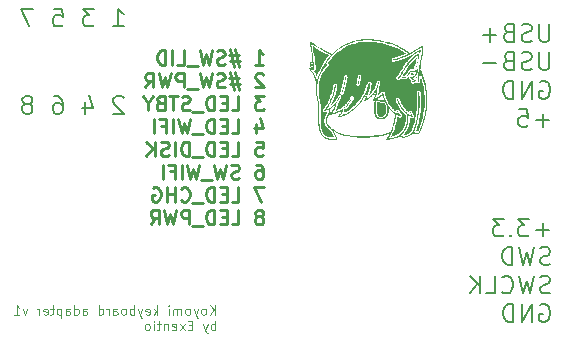
<source format=gbo>
G04 #@! TF.GenerationSoftware,KiCad,Pcbnew,8.0.4*
G04 #@! TF.CreationDate,2024-07-21T22:14:28+02:00*
G04 #@! TF.ProjectId,koyomi-keyboard-adapter,6b6f796f-6d69-42d6-9b65-79626f617264,rev?*
G04 #@! TF.SameCoordinates,Original*
G04 #@! TF.FileFunction,Legend,Bot*
G04 #@! TF.FilePolarity,Positive*
%FSLAX46Y46*%
G04 Gerber Fmt 4.6, Leading zero omitted, Abs format (unit mm)*
G04 Created by KiCad (PCBNEW 8.0.4) date 2024-07-21 22:14:28*
%MOMM*%
%LPD*%
G01*
G04 APERTURE LIST*
%ADD10C,0.150000*%
%ADD11C,0.100000*%
%ADD12C,0.240000*%
%ADD13C,0.000000*%
%ADD14R,1.700000X1.700000*%
%ADD15O,1.700000X1.700000*%
G04 APERTURE END LIST*
D10*
X21228569Y-14186128D02*
X22085712Y-14186128D01*
X21657141Y-14186128D02*
X21657141Y-12686128D01*
X21657141Y-12686128D02*
X21799998Y-12900414D01*
X21799998Y-12900414D02*
X21942855Y-13043271D01*
X21942855Y-13043271D02*
X22085712Y-13114700D01*
X19585713Y-12686128D02*
X18657141Y-12686128D01*
X18657141Y-12686128D02*
X19157141Y-13257557D01*
X19157141Y-13257557D02*
X18942856Y-13257557D01*
X18942856Y-13257557D02*
X18799999Y-13328985D01*
X18799999Y-13328985D02*
X18728570Y-13400414D01*
X18728570Y-13400414D02*
X18657141Y-13543271D01*
X18657141Y-13543271D02*
X18657141Y-13900414D01*
X18657141Y-13900414D02*
X18728570Y-14043271D01*
X18728570Y-14043271D02*
X18799999Y-14114700D01*
X18799999Y-14114700D02*
X18942856Y-14186128D01*
X18942856Y-14186128D02*
X19371427Y-14186128D01*
X19371427Y-14186128D02*
X19514284Y-14114700D01*
X19514284Y-14114700D02*
X19585713Y-14043271D01*
X16157142Y-12686128D02*
X16871428Y-12686128D01*
X16871428Y-12686128D02*
X16942856Y-13400414D01*
X16942856Y-13400414D02*
X16871428Y-13328985D01*
X16871428Y-13328985D02*
X16728571Y-13257557D01*
X16728571Y-13257557D02*
X16371428Y-13257557D01*
X16371428Y-13257557D02*
X16228571Y-13328985D01*
X16228571Y-13328985D02*
X16157142Y-13400414D01*
X16157142Y-13400414D02*
X16085713Y-13543271D01*
X16085713Y-13543271D02*
X16085713Y-13900414D01*
X16085713Y-13900414D02*
X16157142Y-14043271D01*
X16157142Y-14043271D02*
X16228571Y-14114700D01*
X16228571Y-14114700D02*
X16371428Y-14186128D01*
X16371428Y-14186128D02*
X16728571Y-14186128D01*
X16728571Y-14186128D02*
X16871428Y-14114700D01*
X16871428Y-14114700D02*
X16942856Y-14043271D01*
X14442857Y-12686128D02*
X13442857Y-12686128D01*
X13442857Y-12686128D02*
X14085714Y-14186128D01*
X58144173Y-13963880D02*
X58144173Y-15178166D01*
X58144173Y-15178166D02*
X58072744Y-15321023D01*
X58072744Y-15321023D02*
X58001316Y-15392452D01*
X58001316Y-15392452D02*
X57858458Y-15463880D01*
X57858458Y-15463880D02*
X57572744Y-15463880D01*
X57572744Y-15463880D02*
X57429887Y-15392452D01*
X57429887Y-15392452D02*
X57358458Y-15321023D01*
X57358458Y-15321023D02*
X57287030Y-15178166D01*
X57287030Y-15178166D02*
X57287030Y-13963880D01*
X56644172Y-15392452D02*
X56429887Y-15463880D01*
X56429887Y-15463880D02*
X56072744Y-15463880D01*
X56072744Y-15463880D02*
X55929887Y-15392452D01*
X55929887Y-15392452D02*
X55858458Y-15321023D01*
X55858458Y-15321023D02*
X55787029Y-15178166D01*
X55787029Y-15178166D02*
X55787029Y-15035309D01*
X55787029Y-15035309D02*
X55858458Y-14892452D01*
X55858458Y-14892452D02*
X55929887Y-14821023D01*
X55929887Y-14821023D02*
X56072744Y-14749594D01*
X56072744Y-14749594D02*
X56358458Y-14678166D01*
X56358458Y-14678166D02*
X56501315Y-14606737D01*
X56501315Y-14606737D02*
X56572744Y-14535309D01*
X56572744Y-14535309D02*
X56644172Y-14392452D01*
X56644172Y-14392452D02*
X56644172Y-14249594D01*
X56644172Y-14249594D02*
X56572744Y-14106737D01*
X56572744Y-14106737D02*
X56501315Y-14035309D01*
X56501315Y-14035309D02*
X56358458Y-13963880D01*
X56358458Y-13963880D02*
X56001315Y-13963880D01*
X56001315Y-13963880D02*
X55787029Y-14035309D01*
X54644173Y-14678166D02*
X54429887Y-14749594D01*
X54429887Y-14749594D02*
X54358458Y-14821023D01*
X54358458Y-14821023D02*
X54287030Y-14963880D01*
X54287030Y-14963880D02*
X54287030Y-15178166D01*
X54287030Y-15178166D02*
X54358458Y-15321023D01*
X54358458Y-15321023D02*
X54429887Y-15392452D01*
X54429887Y-15392452D02*
X54572744Y-15463880D01*
X54572744Y-15463880D02*
X55144173Y-15463880D01*
X55144173Y-15463880D02*
X55144173Y-13963880D01*
X55144173Y-13963880D02*
X54644173Y-13963880D01*
X54644173Y-13963880D02*
X54501316Y-14035309D01*
X54501316Y-14035309D02*
X54429887Y-14106737D01*
X54429887Y-14106737D02*
X54358458Y-14249594D01*
X54358458Y-14249594D02*
X54358458Y-14392452D01*
X54358458Y-14392452D02*
X54429887Y-14535309D01*
X54429887Y-14535309D02*
X54501316Y-14606737D01*
X54501316Y-14606737D02*
X54644173Y-14678166D01*
X54644173Y-14678166D02*
X55144173Y-14678166D01*
X53644173Y-14892452D02*
X52501316Y-14892452D01*
X53072744Y-15463880D02*
X53072744Y-14321023D01*
X58144173Y-16378796D02*
X58144173Y-17593082D01*
X58144173Y-17593082D02*
X58072744Y-17735939D01*
X58072744Y-17735939D02*
X58001316Y-17807368D01*
X58001316Y-17807368D02*
X57858458Y-17878796D01*
X57858458Y-17878796D02*
X57572744Y-17878796D01*
X57572744Y-17878796D02*
X57429887Y-17807368D01*
X57429887Y-17807368D02*
X57358458Y-17735939D01*
X57358458Y-17735939D02*
X57287030Y-17593082D01*
X57287030Y-17593082D02*
X57287030Y-16378796D01*
X56644172Y-17807368D02*
X56429887Y-17878796D01*
X56429887Y-17878796D02*
X56072744Y-17878796D01*
X56072744Y-17878796D02*
X55929887Y-17807368D01*
X55929887Y-17807368D02*
X55858458Y-17735939D01*
X55858458Y-17735939D02*
X55787029Y-17593082D01*
X55787029Y-17593082D02*
X55787029Y-17450225D01*
X55787029Y-17450225D02*
X55858458Y-17307368D01*
X55858458Y-17307368D02*
X55929887Y-17235939D01*
X55929887Y-17235939D02*
X56072744Y-17164510D01*
X56072744Y-17164510D02*
X56358458Y-17093082D01*
X56358458Y-17093082D02*
X56501315Y-17021653D01*
X56501315Y-17021653D02*
X56572744Y-16950225D01*
X56572744Y-16950225D02*
X56644172Y-16807368D01*
X56644172Y-16807368D02*
X56644172Y-16664510D01*
X56644172Y-16664510D02*
X56572744Y-16521653D01*
X56572744Y-16521653D02*
X56501315Y-16450225D01*
X56501315Y-16450225D02*
X56358458Y-16378796D01*
X56358458Y-16378796D02*
X56001315Y-16378796D01*
X56001315Y-16378796D02*
X55787029Y-16450225D01*
X54644173Y-17093082D02*
X54429887Y-17164510D01*
X54429887Y-17164510D02*
X54358458Y-17235939D01*
X54358458Y-17235939D02*
X54287030Y-17378796D01*
X54287030Y-17378796D02*
X54287030Y-17593082D01*
X54287030Y-17593082D02*
X54358458Y-17735939D01*
X54358458Y-17735939D02*
X54429887Y-17807368D01*
X54429887Y-17807368D02*
X54572744Y-17878796D01*
X54572744Y-17878796D02*
X55144173Y-17878796D01*
X55144173Y-17878796D02*
X55144173Y-16378796D01*
X55144173Y-16378796D02*
X54644173Y-16378796D01*
X54644173Y-16378796D02*
X54501316Y-16450225D01*
X54501316Y-16450225D02*
X54429887Y-16521653D01*
X54429887Y-16521653D02*
X54358458Y-16664510D01*
X54358458Y-16664510D02*
X54358458Y-16807368D01*
X54358458Y-16807368D02*
X54429887Y-16950225D01*
X54429887Y-16950225D02*
X54501316Y-17021653D01*
X54501316Y-17021653D02*
X54644173Y-17093082D01*
X54644173Y-17093082D02*
X55144173Y-17093082D01*
X53644173Y-17307368D02*
X52501316Y-17307368D01*
X57358458Y-18865141D02*
X57501316Y-18793712D01*
X57501316Y-18793712D02*
X57715601Y-18793712D01*
X57715601Y-18793712D02*
X57929887Y-18865141D01*
X57929887Y-18865141D02*
X58072744Y-19007998D01*
X58072744Y-19007998D02*
X58144173Y-19150855D01*
X58144173Y-19150855D02*
X58215601Y-19436569D01*
X58215601Y-19436569D02*
X58215601Y-19650855D01*
X58215601Y-19650855D02*
X58144173Y-19936569D01*
X58144173Y-19936569D02*
X58072744Y-20079426D01*
X58072744Y-20079426D02*
X57929887Y-20222284D01*
X57929887Y-20222284D02*
X57715601Y-20293712D01*
X57715601Y-20293712D02*
X57572744Y-20293712D01*
X57572744Y-20293712D02*
X57358458Y-20222284D01*
X57358458Y-20222284D02*
X57287030Y-20150855D01*
X57287030Y-20150855D02*
X57287030Y-19650855D01*
X57287030Y-19650855D02*
X57572744Y-19650855D01*
X56644173Y-20293712D02*
X56644173Y-18793712D01*
X56644173Y-18793712D02*
X55787030Y-20293712D01*
X55787030Y-20293712D02*
X55787030Y-18793712D01*
X55072744Y-20293712D02*
X55072744Y-18793712D01*
X55072744Y-18793712D02*
X54715601Y-18793712D01*
X54715601Y-18793712D02*
X54501315Y-18865141D01*
X54501315Y-18865141D02*
X54358458Y-19007998D01*
X54358458Y-19007998D02*
X54287029Y-19150855D01*
X54287029Y-19150855D02*
X54215601Y-19436569D01*
X54215601Y-19436569D02*
X54215601Y-19650855D01*
X54215601Y-19650855D02*
X54287029Y-19936569D01*
X54287029Y-19936569D02*
X54358458Y-20079426D01*
X54358458Y-20079426D02*
X54501315Y-20222284D01*
X54501315Y-20222284D02*
X54715601Y-20293712D01*
X54715601Y-20293712D02*
X55072744Y-20293712D01*
X58144173Y-22137200D02*
X57001316Y-22137200D01*
X57572744Y-22708628D02*
X57572744Y-21565771D01*
X55572744Y-21208628D02*
X56287030Y-21208628D01*
X56287030Y-21208628D02*
X56358458Y-21922914D01*
X56358458Y-21922914D02*
X56287030Y-21851485D01*
X56287030Y-21851485D02*
X56144173Y-21780057D01*
X56144173Y-21780057D02*
X55787030Y-21780057D01*
X55787030Y-21780057D02*
X55644173Y-21851485D01*
X55644173Y-21851485D02*
X55572744Y-21922914D01*
X55572744Y-21922914D02*
X55501315Y-22065771D01*
X55501315Y-22065771D02*
X55501315Y-22422914D01*
X55501315Y-22422914D02*
X55572744Y-22565771D01*
X55572744Y-22565771D02*
X55644173Y-22637200D01*
X55644173Y-22637200D02*
X55787030Y-22708628D01*
X55787030Y-22708628D02*
X56144173Y-22708628D01*
X56144173Y-22708628D02*
X56287030Y-22637200D01*
X56287030Y-22637200D02*
X56358458Y-22565771D01*
X22085712Y-20228985D02*
X22014284Y-20157557D01*
X22014284Y-20157557D02*
X21871427Y-20086128D01*
X21871427Y-20086128D02*
X21514284Y-20086128D01*
X21514284Y-20086128D02*
X21371427Y-20157557D01*
X21371427Y-20157557D02*
X21299998Y-20228985D01*
X21299998Y-20228985D02*
X21228569Y-20371842D01*
X21228569Y-20371842D02*
X21228569Y-20514700D01*
X21228569Y-20514700D02*
X21299998Y-20728985D01*
X21299998Y-20728985D02*
X22157141Y-21586128D01*
X22157141Y-21586128D02*
X21228569Y-21586128D01*
X18799999Y-20586128D02*
X18799999Y-21586128D01*
X19157141Y-20014700D02*
X19514284Y-21086128D01*
X19514284Y-21086128D02*
X18585713Y-21086128D01*
X16228571Y-20086128D02*
X16514285Y-20086128D01*
X16514285Y-20086128D02*
X16657142Y-20157557D01*
X16657142Y-20157557D02*
X16728571Y-20228985D01*
X16728571Y-20228985D02*
X16871428Y-20443271D01*
X16871428Y-20443271D02*
X16942856Y-20728985D01*
X16942856Y-20728985D02*
X16942856Y-21300414D01*
X16942856Y-21300414D02*
X16871428Y-21443271D01*
X16871428Y-21443271D02*
X16799999Y-21514700D01*
X16799999Y-21514700D02*
X16657142Y-21586128D01*
X16657142Y-21586128D02*
X16371428Y-21586128D01*
X16371428Y-21586128D02*
X16228571Y-21514700D01*
X16228571Y-21514700D02*
X16157142Y-21443271D01*
X16157142Y-21443271D02*
X16085713Y-21300414D01*
X16085713Y-21300414D02*
X16085713Y-20943271D01*
X16085713Y-20943271D02*
X16157142Y-20800414D01*
X16157142Y-20800414D02*
X16228571Y-20728985D01*
X16228571Y-20728985D02*
X16371428Y-20657557D01*
X16371428Y-20657557D02*
X16657142Y-20657557D01*
X16657142Y-20657557D02*
X16799999Y-20728985D01*
X16799999Y-20728985D02*
X16871428Y-20800414D01*
X16871428Y-20800414D02*
X16942856Y-20943271D01*
X14085714Y-20728985D02*
X14228571Y-20657557D01*
X14228571Y-20657557D02*
X14300000Y-20586128D01*
X14300000Y-20586128D02*
X14371428Y-20443271D01*
X14371428Y-20443271D02*
X14371428Y-20371842D01*
X14371428Y-20371842D02*
X14300000Y-20228985D01*
X14300000Y-20228985D02*
X14228571Y-20157557D01*
X14228571Y-20157557D02*
X14085714Y-20086128D01*
X14085714Y-20086128D02*
X13800000Y-20086128D01*
X13800000Y-20086128D02*
X13657143Y-20157557D01*
X13657143Y-20157557D02*
X13585714Y-20228985D01*
X13585714Y-20228985D02*
X13514285Y-20371842D01*
X13514285Y-20371842D02*
X13514285Y-20443271D01*
X13514285Y-20443271D02*
X13585714Y-20586128D01*
X13585714Y-20586128D02*
X13657143Y-20657557D01*
X13657143Y-20657557D02*
X13800000Y-20728985D01*
X13800000Y-20728985D02*
X14085714Y-20728985D01*
X14085714Y-20728985D02*
X14228571Y-20800414D01*
X14228571Y-20800414D02*
X14300000Y-20871842D01*
X14300000Y-20871842D02*
X14371428Y-21014700D01*
X14371428Y-21014700D02*
X14371428Y-21300414D01*
X14371428Y-21300414D02*
X14300000Y-21443271D01*
X14300000Y-21443271D02*
X14228571Y-21514700D01*
X14228571Y-21514700D02*
X14085714Y-21586128D01*
X14085714Y-21586128D02*
X13800000Y-21586128D01*
X13800000Y-21586128D02*
X13657143Y-21514700D01*
X13657143Y-21514700D02*
X13585714Y-21443271D01*
X13585714Y-21443271D02*
X13514285Y-21300414D01*
X13514285Y-21300414D02*
X13514285Y-21014700D01*
X13514285Y-21014700D02*
X13585714Y-20871842D01*
X13585714Y-20871842D02*
X13657143Y-20800414D01*
X13657143Y-20800414D02*
X13800000Y-20728985D01*
D11*
X29843734Y-38608940D02*
X29843734Y-37808940D01*
X29386591Y-38608940D02*
X29729449Y-38151797D01*
X29386591Y-37808940D02*
X29843734Y-38266083D01*
X28929449Y-38608940D02*
X29005639Y-38570845D01*
X29005639Y-38570845D02*
X29043734Y-38532749D01*
X29043734Y-38532749D02*
X29081830Y-38456559D01*
X29081830Y-38456559D02*
X29081830Y-38227987D01*
X29081830Y-38227987D02*
X29043734Y-38151797D01*
X29043734Y-38151797D02*
X29005639Y-38113702D01*
X29005639Y-38113702D02*
X28929449Y-38075606D01*
X28929449Y-38075606D02*
X28815163Y-38075606D01*
X28815163Y-38075606D02*
X28738972Y-38113702D01*
X28738972Y-38113702D02*
X28700877Y-38151797D01*
X28700877Y-38151797D02*
X28662782Y-38227987D01*
X28662782Y-38227987D02*
X28662782Y-38456559D01*
X28662782Y-38456559D02*
X28700877Y-38532749D01*
X28700877Y-38532749D02*
X28738972Y-38570845D01*
X28738972Y-38570845D02*
X28815163Y-38608940D01*
X28815163Y-38608940D02*
X28929449Y-38608940D01*
X28396115Y-38075606D02*
X28205639Y-38608940D01*
X28015162Y-38075606D02*
X28205639Y-38608940D01*
X28205639Y-38608940D02*
X28281829Y-38799416D01*
X28281829Y-38799416D02*
X28319924Y-38837511D01*
X28319924Y-38837511D02*
X28396115Y-38875606D01*
X27596115Y-38608940D02*
X27672305Y-38570845D01*
X27672305Y-38570845D02*
X27710400Y-38532749D01*
X27710400Y-38532749D02*
X27748496Y-38456559D01*
X27748496Y-38456559D02*
X27748496Y-38227987D01*
X27748496Y-38227987D02*
X27710400Y-38151797D01*
X27710400Y-38151797D02*
X27672305Y-38113702D01*
X27672305Y-38113702D02*
X27596115Y-38075606D01*
X27596115Y-38075606D02*
X27481829Y-38075606D01*
X27481829Y-38075606D02*
X27405638Y-38113702D01*
X27405638Y-38113702D02*
X27367543Y-38151797D01*
X27367543Y-38151797D02*
X27329448Y-38227987D01*
X27329448Y-38227987D02*
X27329448Y-38456559D01*
X27329448Y-38456559D02*
X27367543Y-38532749D01*
X27367543Y-38532749D02*
X27405638Y-38570845D01*
X27405638Y-38570845D02*
X27481829Y-38608940D01*
X27481829Y-38608940D02*
X27596115Y-38608940D01*
X26986590Y-38608940D02*
X26986590Y-38075606D01*
X26986590Y-38151797D02*
X26948495Y-38113702D01*
X26948495Y-38113702D02*
X26872305Y-38075606D01*
X26872305Y-38075606D02*
X26758019Y-38075606D01*
X26758019Y-38075606D02*
X26681828Y-38113702D01*
X26681828Y-38113702D02*
X26643733Y-38189892D01*
X26643733Y-38189892D02*
X26643733Y-38608940D01*
X26643733Y-38189892D02*
X26605638Y-38113702D01*
X26605638Y-38113702D02*
X26529447Y-38075606D01*
X26529447Y-38075606D02*
X26415162Y-38075606D01*
X26415162Y-38075606D02*
X26338971Y-38113702D01*
X26338971Y-38113702D02*
X26300876Y-38189892D01*
X26300876Y-38189892D02*
X26300876Y-38608940D01*
X25919923Y-38608940D02*
X25919923Y-38075606D01*
X25919923Y-37808940D02*
X25958019Y-37847035D01*
X25958019Y-37847035D02*
X25919923Y-37885130D01*
X25919923Y-37885130D02*
X25881828Y-37847035D01*
X25881828Y-37847035D02*
X25919923Y-37808940D01*
X25919923Y-37808940D02*
X25919923Y-37885130D01*
X24929447Y-38608940D02*
X24929447Y-37808940D01*
X24853257Y-38304178D02*
X24624685Y-38608940D01*
X24624685Y-38075606D02*
X24929447Y-38380368D01*
X23977066Y-38570845D02*
X24053257Y-38608940D01*
X24053257Y-38608940D02*
X24205638Y-38608940D01*
X24205638Y-38608940D02*
X24281828Y-38570845D01*
X24281828Y-38570845D02*
X24319924Y-38494654D01*
X24319924Y-38494654D02*
X24319924Y-38189892D01*
X24319924Y-38189892D02*
X24281828Y-38113702D01*
X24281828Y-38113702D02*
X24205638Y-38075606D01*
X24205638Y-38075606D02*
X24053257Y-38075606D01*
X24053257Y-38075606D02*
X23977066Y-38113702D01*
X23977066Y-38113702D02*
X23938971Y-38189892D01*
X23938971Y-38189892D02*
X23938971Y-38266083D01*
X23938971Y-38266083D02*
X24319924Y-38342273D01*
X23672305Y-38075606D02*
X23481829Y-38608940D01*
X23291352Y-38075606D02*
X23481829Y-38608940D01*
X23481829Y-38608940D02*
X23558019Y-38799416D01*
X23558019Y-38799416D02*
X23596114Y-38837511D01*
X23596114Y-38837511D02*
X23672305Y-38875606D01*
X22986590Y-38608940D02*
X22986590Y-37808940D01*
X22986590Y-38113702D02*
X22910400Y-38075606D01*
X22910400Y-38075606D02*
X22758019Y-38075606D01*
X22758019Y-38075606D02*
X22681828Y-38113702D01*
X22681828Y-38113702D02*
X22643733Y-38151797D01*
X22643733Y-38151797D02*
X22605638Y-38227987D01*
X22605638Y-38227987D02*
X22605638Y-38456559D01*
X22605638Y-38456559D02*
X22643733Y-38532749D01*
X22643733Y-38532749D02*
X22681828Y-38570845D01*
X22681828Y-38570845D02*
X22758019Y-38608940D01*
X22758019Y-38608940D02*
X22910400Y-38608940D01*
X22910400Y-38608940D02*
X22986590Y-38570845D01*
X22148495Y-38608940D02*
X22224685Y-38570845D01*
X22224685Y-38570845D02*
X22262780Y-38532749D01*
X22262780Y-38532749D02*
X22300876Y-38456559D01*
X22300876Y-38456559D02*
X22300876Y-38227987D01*
X22300876Y-38227987D02*
X22262780Y-38151797D01*
X22262780Y-38151797D02*
X22224685Y-38113702D01*
X22224685Y-38113702D02*
X22148495Y-38075606D01*
X22148495Y-38075606D02*
X22034209Y-38075606D01*
X22034209Y-38075606D02*
X21958018Y-38113702D01*
X21958018Y-38113702D02*
X21919923Y-38151797D01*
X21919923Y-38151797D02*
X21881828Y-38227987D01*
X21881828Y-38227987D02*
X21881828Y-38456559D01*
X21881828Y-38456559D02*
X21919923Y-38532749D01*
X21919923Y-38532749D02*
X21958018Y-38570845D01*
X21958018Y-38570845D02*
X22034209Y-38608940D01*
X22034209Y-38608940D02*
X22148495Y-38608940D01*
X21196113Y-38608940D02*
X21196113Y-38189892D01*
X21196113Y-38189892D02*
X21234208Y-38113702D01*
X21234208Y-38113702D02*
X21310399Y-38075606D01*
X21310399Y-38075606D02*
X21462780Y-38075606D01*
X21462780Y-38075606D02*
X21538970Y-38113702D01*
X21196113Y-38570845D02*
X21272304Y-38608940D01*
X21272304Y-38608940D02*
X21462780Y-38608940D01*
X21462780Y-38608940D02*
X21538970Y-38570845D01*
X21538970Y-38570845D02*
X21577066Y-38494654D01*
X21577066Y-38494654D02*
X21577066Y-38418464D01*
X21577066Y-38418464D02*
X21538970Y-38342273D01*
X21538970Y-38342273D02*
X21462780Y-38304178D01*
X21462780Y-38304178D02*
X21272304Y-38304178D01*
X21272304Y-38304178D02*
X21196113Y-38266083D01*
X20815160Y-38608940D02*
X20815160Y-38075606D01*
X20815160Y-38227987D02*
X20777065Y-38151797D01*
X20777065Y-38151797D02*
X20738970Y-38113702D01*
X20738970Y-38113702D02*
X20662779Y-38075606D01*
X20662779Y-38075606D02*
X20586589Y-38075606D01*
X19977065Y-38608940D02*
X19977065Y-37808940D01*
X19977065Y-38570845D02*
X20053256Y-38608940D01*
X20053256Y-38608940D02*
X20205637Y-38608940D01*
X20205637Y-38608940D02*
X20281827Y-38570845D01*
X20281827Y-38570845D02*
X20319922Y-38532749D01*
X20319922Y-38532749D02*
X20358018Y-38456559D01*
X20358018Y-38456559D02*
X20358018Y-38227987D01*
X20358018Y-38227987D02*
X20319922Y-38151797D01*
X20319922Y-38151797D02*
X20281827Y-38113702D01*
X20281827Y-38113702D02*
X20205637Y-38075606D01*
X20205637Y-38075606D02*
X20053256Y-38075606D01*
X20053256Y-38075606D02*
X19977065Y-38113702D01*
X18643731Y-38608940D02*
X18643731Y-38189892D01*
X18643731Y-38189892D02*
X18681826Y-38113702D01*
X18681826Y-38113702D02*
X18758017Y-38075606D01*
X18758017Y-38075606D02*
X18910398Y-38075606D01*
X18910398Y-38075606D02*
X18986588Y-38113702D01*
X18643731Y-38570845D02*
X18719922Y-38608940D01*
X18719922Y-38608940D02*
X18910398Y-38608940D01*
X18910398Y-38608940D02*
X18986588Y-38570845D01*
X18986588Y-38570845D02*
X19024684Y-38494654D01*
X19024684Y-38494654D02*
X19024684Y-38418464D01*
X19024684Y-38418464D02*
X18986588Y-38342273D01*
X18986588Y-38342273D02*
X18910398Y-38304178D01*
X18910398Y-38304178D02*
X18719922Y-38304178D01*
X18719922Y-38304178D02*
X18643731Y-38266083D01*
X17919921Y-38608940D02*
X17919921Y-37808940D01*
X17919921Y-38570845D02*
X17996112Y-38608940D01*
X17996112Y-38608940D02*
X18148493Y-38608940D01*
X18148493Y-38608940D02*
X18224683Y-38570845D01*
X18224683Y-38570845D02*
X18262778Y-38532749D01*
X18262778Y-38532749D02*
X18300874Y-38456559D01*
X18300874Y-38456559D02*
X18300874Y-38227987D01*
X18300874Y-38227987D02*
X18262778Y-38151797D01*
X18262778Y-38151797D02*
X18224683Y-38113702D01*
X18224683Y-38113702D02*
X18148493Y-38075606D01*
X18148493Y-38075606D02*
X17996112Y-38075606D01*
X17996112Y-38075606D02*
X17919921Y-38113702D01*
X17196111Y-38608940D02*
X17196111Y-38189892D01*
X17196111Y-38189892D02*
X17234206Y-38113702D01*
X17234206Y-38113702D02*
X17310397Y-38075606D01*
X17310397Y-38075606D02*
X17462778Y-38075606D01*
X17462778Y-38075606D02*
X17538968Y-38113702D01*
X17196111Y-38570845D02*
X17272302Y-38608940D01*
X17272302Y-38608940D02*
X17462778Y-38608940D01*
X17462778Y-38608940D02*
X17538968Y-38570845D01*
X17538968Y-38570845D02*
X17577064Y-38494654D01*
X17577064Y-38494654D02*
X17577064Y-38418464D01*
X17577064Y-38418464D02*
X17538968Y-38342273D01*
X17538968Y-38342273D02*
X17462778Y-38304178D01*
X17462778Y-38304178D02*
X17272302Y-38304178D01*
X17272302Y-38304178D02*
X17196111Y-38266083D01*
X16815158Y-38075606D02*
X16815158Y-38875606D01*
X16815158Y-38113702D02*
X16738968Y-38075606D01*
X16738968Y-38075606D02*
X16586587Y-38075606D01*
X16586587Y-38075606D02*
X16510396Y-38113702D01*
X16510396Y-38113702D02*
X16472301Y-38151797D01*
X16472301Y-38151797D02*
X16434206Y-38227987D01*
X16434206Y-38227987D02*
X16434206Y-38456559D01*
X16434206Y-38456559D02*
X16472301Y-38532749D01*
X16472301Y-38532749D02*
X16510396Y-38570845D01*
X16510396Y-38570845D02*
X16586587Y-38608940D01*
X16586587Y-38608940D02*
X16738968Y-38608940D01*
X16738968Y-38608940D02*
X16815158Y-38570845D01*
X16205634Y-38075606D02*
X15900872Y-38075606D01*
X16091348Y-37808940D02*
X16091348Y-38494654D01*
X16091348Y-38494654D02*
X16053253Y-38570845D01*
X16053253Y-38570845D02*
X15977063Y-38608940D01*
X15977063Y-38608940D02*
X15900872Y-38608940D01*
X15329443Y-38570845D02*
X15405634Y-38608940D01*
X15405634Y-38608940D02*
X15558015Y-38608940D01*
X15558015Y-38608940D02*
X15634205Y-38570845D01*
X15634205Y-38570845D02*
X15672301Y-38494654D01*
X15672301Y-38494654D02*
X15672301Y-38189892D01*
X15672301Y-38189892D02*
X15634205Y-38113702D01*
X15634205Y-38113702D02*
X15558015Y-38075606D01*
X15558015Y-38075606D02*
X15405634Y-38075606D01*
X15405634Y-38075606D02*
X15329443Y-38113702D01*
X15329443Y-38113702D02*
X15291348Y-38189892D01*
X15291348Y-38189892D02*
X15291348Y-38266083D01*
X15291348Y-38266083D02*
X15672301Y-38342273D01*
X14948491Y-38608940D02*
X14948491Y-38075606D01*
X14948491Y-38227987D02*
X14910396Y-38151797D01*
X14910396Y-38151797D02*
X14872301Y-38113702D01*
X14872301Y-38113702D02*
X14796110Y-38075606D01*
X14796110Y-38075606D02*
X14719920Y-38075606D01*
X13919920Y-38075606D02*
X13729444Y-38608940D01*
X13729444Y-38608940D02*
X13538967Y-38075606D01*
X12815158Y-38608940D02*
X13272301Y-38608940D01*
X13043729Y-38608940D02*
X13043729Y-37808940D01*
X13043729Y-37808940D02*
X13119920Y-37923225D01*
X13119920Y-37923225D02*
X13196110Y-37999416D01*
X13196110Y-37999416D02*
X13272301Y-38037511D01*
X29843734Y-39896895D02*
X29843734Y-39096895D01*
X29843734Y-39401657D02*
X29767544Y-39363561D01*
X29767544Y-39363561D02*
X29615163Y-39363561D01*
X29615163Y-39363561D02*
X29538972Y-39401657D01*
X29538972Y-39401657D02*
X29500877Y-39439752D01*
X29500877Y-39439752D02*
X29462782Y-39515942D01*
X29462782Y-39515942D02*
X29462782Y-39744514D01*
X29462782Y-39744514D02*
X29500877Y-39820704D01*
X29500877Y-39820704D02*
X29538972Y-39858800D01*
X29538972Y-39858800D02*
X29615163Y-39896895D01*
X29615163Y-39896895D02*
X29767544Y-39896895D01*
X29767544Y-39896895D02*
X29843734Y-39858800D01*
X29196115Y-39363561D02*
X29005639Y-39896895D01*
X28815162Y-39363561D02*
X29005639Y-39896895D01*
X29005639Y-39896895D02*
X29081829Y-40087371D01*
X29081829Y-40087371D02*
X29119924Y-40125466D01*
X29119924Y-40125466D02*
X29196115Y-40163561D01*
X27900876Y-39477847D02*
X27634210Y-39477847D01*
X27519924Y-39896895D02*
X27900876Y-39896895D01*
X27900876Y-39896895D02*
X27900876Y-39096895D01*
X27900876Y-39096895D02*
X27519924Y-39096895D01*
X27253257Y-39896895D02*
X26834209Y-39363561D01*
X27253257Y-39363561D02*
X26834209Y-39896895D01*
X26224685Y-39858800D02*
X26300876Y-39896895D01*
X26300876Y-39896895D02*
X26453257Y-39896895D01*
X26453257Y-39896895D02*
X26529447Y-39858800D01*
X26529447Y-39858800D02*
X26567543Y-39782609D01*
X26567543Y-39782609D02*
X26567543Y-39477847D01*
X26567543Y-39477847D02*
X26529447Y-39401657D01*
X26529447Y-39401657D02*
X26453257Y-39363561D01*
X26453257Y-39363561D02*
X26300876Y-39363561D01*
X26300876Y-39363561D02*
X26224685Y-39401657D01*
X26224685Y-39401657D02*
X26186590Y-39477847D01*
X26186590Y-39477847D02*
X26186590Y-39554038D01*
X26186590Y-39554038D02*
X26567543Y-39630228D01*
X25843733Y-39363561D02*
X25843733Y-39896895D01*
X25843733Y-39439752D02*
X25805638Y-39401657D01*
X25805638Y-39401657D02*
X25729448Y-39363561D01*
X25729448Y-39363561D02*
X25615162Y-39363561D01*
X25615162Y-39363561D02*
X25538971Y-39401657D01*
X25538971Y-39401657D02*
X25500876Y-39477847D01*
X25500876Y-39477847D02*
X25500876Y-39896895D01*
X25234209Y-39363561D02*
X24929447Y-39363561D01*
X25119923Y-39096895D02*
X25119923Y-39782609D01*
X25119923Y-39782609D02*
X25081828Y-39858800D01*
X25081828Y-39858800D02*
X25005638Y-39896895D01*
X25005638Y-39896895D02*
X24929447Y-39896895D01*
X24662780Y-39896895D02*
X24662780Y-39363561D01*
X24662780Y-39096895D02*
X24700876Y-39134990D01*
X24700876Y-39134990D02*
X24662780Y-39173085D01*
X24662780Y-39173085D02*
X24624685Y-39134990D01*
X24624685Y-39134990D02*
X24662780Y-39096895D01*
X24662780Y-39096895D02*
X24662780Y-39173085D01*
X24167543Y-39896895D02*
X24243733Y-39858800D01*
X24243733Y-39858800D02*
X24281828Y-39820704D01*
X24281828Y-39820704D02*
X24319924Y-39744514D01*
X24319924Y-39744514D02*
X24319924Y-39515942D01*
X24319924Y-39515942D02*
X24281828Y-39439752D01*
X24281828Y-39439752D02*
X24243733Y-39401657D01*
X24243733Y-39401657D02*
X24167543Y-39363561D01*
X24167543Y-39363561D02*
X24053257Y-39363561D01*
X24053257Y-39363561D02*
X23977066Y-39401657D01*
X23977066Y-39401657D02*
X23938971Y-39439752D01*
X23938971Y-39439752D02*
X23900876Y-39515942D01*
X23900876Y-39515942D02*
X23900876Y-39744514D01*
X23900876Y-39744514D02*
X23938971Y-39820704D01*
X23938971Y-39820704D02*
X23977066Y-39858800D01*
X23977066Y-39858800D02*
X24053257Y-39896895D01*
X24053257Y-39896895D02*
X24167543Y-39896895D01*
D12*
X33227820Y-17417131D02*
X33913534Y-17417131D01*
X33570677Y-17417131D02*
X33570677Y-16217131D01*
X33570677Y-16217131D02*
X33684963Y-16388560D01*
X33684963Y-16388560D02*
X33799248Y-16502846D01*
X33799248Y-16502846D02*
X33913534Y-16559989D01*
X31856391Y-16617131D02*
X30999248Y-16617131D01*
X31513534Y-16102846D02*
X31856391Y-17645703D01*
X31113534Y-17131417D02*
X31970677Y-17131417D01*
X31456391Y-17645703D02*
X31113534Y-16102846D01*
X30656391Y-17359989D02*
X30484963Y-17417131D01*
X30484963Y-17417131D02*
X30199248Y-17417131D01*
X30199248Y-17417131D02*
X30084963Y-17359989D01*
X30084963Y-17359989D02*
X30027820Y-17302846D01*
X30027820Y-17302846D02*
X29970677Y-17188560D01*
X29970677Y-17188560D02*
X29970677Y-17074274D01*
X29970677Y-17074274D02*
X30027820Y-16959989D01*
X30027820Y-16959989D02*
X30084963Y-16902846D01*
X30084963Y-16902846D02*
X30199248Y-16845703D01*
X30199248Y-16845703D02*
X30427820Y-16788560D01*
X30427820Y-16788560D02*
X30542105Y-16731417D01*
X30542105Y-16731417D02*
X30599248Y-16674274D01*
X30599248Y-16674274D02*
X30656391Y-16559989D01*
X30656391Y-16559989D02*
X30656391Y-16445703D01*
X30656391Y-16445703D02*
X30599248Y-16331417D01*
X30599248Y-16331417D02*
X30542105Y-16274274D01*
X30542105Y-16274274D02*
X30427820Y-16217131D01*
X30427820Y-16217131D02*
X30142105Y-16217131D01*
X30142105Y-16217131D02*
X29970677Y-16274274D01*
X29570677Y-16217131D02*
X29284963Y-17417131D01*
X29284963Y-17417131D02*
X29056391Y-16559989D01*
X29056391Y-16559989D02*
X28827820Y-17417131D01*
X28827820Y-17417131D02*
X28542106Y-16217131D01*
X28370677Y-17531417D02*
X27456391Y-17531417D01*
X26599248Y-17417131D02*
X27170676Y-17417131D01*
X27170676Y-17417131D02*
X27170676Y-16217131D01*
X26199247Y-17417131D02*
X26199247Y-16217131D01*
X25627818Y-17417131D02*
X25627818Y-16217131D01*
X25627818Y-16217131D02*
X25342104Y-16217131D01*
X25342104Y-16217131D02*
X25170675Y-16274274D01*
X25170675Y-16274274D02*
X25056390Y-16388560D01*
X25056390Y-16388560D02*
X24999247Y-16502846D01*
X24999247Y-16502846D02*
X24942104Y-16731417D01*
X24942104Y-16731417D02*
X24942104Y-16902846D01*
X24942104Y-16902846D02*
X24999247Y-17131417D01*
X24999247Y-17131417D02*
X25056390Y-17245703D01*
X25056390Y-17245703D02*
X25170675Y-17359989D01*
X25170675Y-17359989D02*
X25342104Y-17417131D01*
X25342104Y-17417131D02*
X25627818Y-17417131D01*
X33913534Y-18263350D02*
X33856391Y-18206207D01*
X33856391Y-18206207D02*
X33742106Y-18149064D01*
X33742106Y-18149064D02*
X33456391Y-18149064D01*
X33456391Y-18149064D02*
X33342106Y-18206207D01*
X33342106Y-18206207D02*
X33284963Y-18263350D01*
X33284963Y-18263350D02*
X33227820Y-18377636D01*
X33227820Y-18377636D02*
X33227820Y-18491922D01*
X33227820Y-18491922D02*
X33284963Y-18663350D01*
X33284963Y-18663350D02*
X33970677Y-19349064D01*
X33970677Y-19349064D02*
X33227820Y-19349064D01*
X31856391Y-18549064D02*
X30999248Y-18549064D01*
X31513534Y-18034779D02*
X31856391Y-19577636D01*
X31113534Y-19063350D02*
X31970677Y-19063350D01*
X31456391Y-19577636D02*
X31113534Y-18034779D01*
X30656391Y-19291922D02*
X30484963Y-19349064D01*
X30484963Y-19349064D02*
X30199248Y-19349064D01*
X30199248Y-19349064D02*
X30084963Y-19291922D01*
X30084963Y-19291922D02*
X30027820Y-19234779D01*
X30027820Y-19234779D02*
X29970677Y-19120493D01*
X29970677Y-19120493D02*
X29970677Y-19006207D01*
X29970677Y-19006207D02*
X30027820Y-18891922D01*
X30027820Y-18891922D02*
X30084963Y-18834779D01*
X30084963Y-18834779D02*
X30199248Y-18777636D01*
X30199248Y-18777636D02*
X30427820Y-18720493D01*
X30427820Y-18720493D02*
X30542105Y-18663350D01*
X30542105Y-18663350D02*
X30599248Y-18606207D01*
X30599248Y-18606207D02*
X30656391Y-18491922D01*
X30656391Y-18491922D02*
X30656391Y-18377636D01*
X30656391Y-18377636D02*
X30599248Y-18263350D01*
X30599248Y-18263350D02*
X30542105Y-18206207D01*
X30542105Y-18206207D02*
X30427820Y-18149064D01*
X30427820Y-18149064D02*
X30142105Y-18149064D01*
X30142105Y-18149064D02*
X29970677Y-18206207D01*
X29570677Y-18149064D02*
X29284963Y-19349064D01*
X29284963Y-19349064D02*
X29056391Y-18491922D01*
X29056391Y-18491922D02*
X28827820Y-19349064D01*
X28827820Y-19349064D02*
X28542106Y-18149064D01*
X28370677Y-19463350D02*
X27456391Y-19463350D01*
X27170676Y-19349064D02*
X27170676Y-18149064D01*
X27170676Y-18149064D02*
X26713533Y-18149064D01*
X26713533Y-18149064D02*
X26599248Y-18206207D01*
X26599248Y-18206207D02*
X26542105Y-18263350D01*
X26542105Y-18263350D02*
X26484962Y-18377636D01*
X26484962Y-18377636D02*
X26484962Y-18549064D01*
X26484962Y-18549064D02*
X26542105Y-18663350D01*
X26542105Y-18663350D02*
X26599248Y-18720493D01*
X26599248Y-18720493D02*
X26713533Y-18777636D01*
X26713533Y-18777636D02*
X27170676Y-18777636D01*
X26084962Y-18149064D02*
X25799248Y-19349064D01*
X25799248Y-19349064D02*
X25570676Y-18491922D01*
X25570676Y-18491922D02*
X25342105Y-19349064D01*
X25342105Y-19349064D02*
X25056391Y-18149064D01*
X23913533Y-19349064D02*
X24313533Y-18777636D01*
X24599247Y-19349064D02*
X24599247Y-18149064D01*
X24599247Y-18149064D02*
X24142104Y-18149064D01*
X24142104Y-18149064D02*
X24027819Y-18206207D01*
X24027819Y-18206207D02*
X23970676Y-18263350D01*
X23970676Y-18263350D02*
X23913533Y-18377636D01*
X23913533Y-18377636D02*
X23913533Y-18549064D01*
X23913533Y-18549064D02*
X23970676Y-18663350D01*
X23970676Y-18663350D02*
X24027819Y-18720493D01*
X24027819Y-18720493D02*
X24142104Y-18777636D01*
X24142104Y-18777636D02*
X24599247Y-18777636D01*
X33970677Y-20080997D02*
X33227820Y-20080997D01*
X33227820Y-20080997D02*
X33627820Y-20538140D01*
X33627820Y-20538140D02*
X33456391Y-20538140D01*
X33456391Y-20538140D02*
X33342106Y-20595283D01*
X33342106Y-20595283D02*
X33284963Y-20652426D01*
X33284963Y-20652426D02*
X33227820Y-20766712D01*
X33227820Y-20766712D02*
X33227820Y-21052426D01*
X33227820Y-21052426D02*
X33284963Y-21166712D01*
X33284963Y-21166712D02*
X33342106Y-21223855D01*
X33342106Y-21223855D02*
X33456391Y-21280997D01*
X33456391Y-21280997D02*
X33799248Y-21280997D01*
X33799248Y-21280997D02*
X33913534Y-21223855D01*
X33913534Y-21223855D02*
X33970677Y-21166712D01*
X31227820Y-21280997D02*
X31799248Y-21280997D01*
X31799248Y-21280997D02*
X31799248Y-20080997D01*
X30827819Y-20652426D02*
X30427819Y-20652426D01*
X30256391Y-21280997D02*
X30827819Y-21280997D01*
X30827819Y-21280997D02*
X30827819Y-20080997D01*
X30827819Y-20080997D02*
X30256391Y-20080997D01*
X29742105Y-21280997D02*
X29742105Y-20080997D01*
X29742105Y-20080997D02*
X29456391Y-20080997D01*
X29456391Y-20080997D02*
X29284962Y-20138140D01*
X29284962Y-20138140D02*
X29170677Y-20252426D01*
X29170677Y-20252426D02*
X29113534Y-20366712D01*
X29113534Y-20366712D02*
X29056391Y-20595283D01*
X29056391Y-20595283D02*
X29056391Y-20766712D01*
X29056391Y-20766712D02*
X29113534Y-20995283D01*
X29113534Y-20995283D02*
X29170677Y-21109569D01*
X29170677Y-21109569D02*
X29284962Y-21223855D01*
X29284962Y-21223855D02*
X29456391Y-21280997D01*
X29456391Y-21280997D02*
X29742105Y-21280997D01*
X28827820Y-21395283D02*
X27913534Y-21395283D01*
X27684962Y-21223855D02*
X27513534Y-21280997D01*
X27513534Y-21280997D02*
X27227819Y-21280997D01*
X27227819Y-21280997D02*
X27113534Y-21223855D01*
X27113534Y-21223855D02*
X27056391Y-21166712D01*
X27056391Y-21166712D02*
X26999248Y-21052426D01*
X26999248Y-21052426D02*
X26999248Y-20938140D01*
X26999248Y-20938140D02*
X27056391Y-20823855D01*
X27056391Y-20823855D02*
X27113534Y-20766712D01*
X27113534Y-20766712D02*
X27227819Y-20709569D01*
X27227819Y-20709569D02*
X27456391Y-20652426D01*
X27456391Y-20652426D02*
X27570676Y-20595283D01*
X27570676Y-20595283D02*
X27627819Y-20538140D01*
X27627819Y-20538140D02*
X27684962Y-20423855D01*
X27684962Y-20423855D02*
X27684962Y-20309569D01*
X27684962Y-20309569D02*
X27627819Y-20195283D01*
X27627819Y-20195283D02*
X27570676Y-20138140D01*
X27570676Y-20138140D02*
X27456391Y-20080997D01*
X27456391Y-20080997D02*
X27170676Y-20080997D01*
X27170676Y-20080997D02*
X26999248Y-20138140D01*
X26656391Y-20080997D02*
X25970677Y-20080997D01*
X26313534Y-21280997D02*
X26313534Y-20080997D01*
X25170676Y-20652426D02*
X24999248Y-20709569D01*
X24999248Y-20709569D02*
X24942105Y-20766712D01*
X24942105Y-20766712D02*
X24884962Y-20880997D01*
X24884962Y-20880997D02*
X24884962Y-21052426D01*
X24884962Y-21052426D02*
X24942105Y-21166712D01*
X24942105Y-21166712D02*
X24999248Y-21223855D01*
X24999248Y-21223855D02*
X25113533Y-21280997D01*
X25113533Y-21280997D02*
X25570676Y-21280997D01*
X25570676Y-21280997D02*
X25570676Y-20080997D01*
X25570676Y-20080997D02*
X25170676Y-20080997D01*
X25170676Y-20080997D02*
X25056391Y-20138140D01*
X25056391Y-20138140D02*
X24999248Y-20195283D01*
X24999248Y-20195283D02*
X24942105Y-20309569D01*
X24942105Y-20309569D02*
X24942105Y-20423855D01*
X24942105Y-20423855D02*
X24999248Y-20538140D01*
X24999248Y-20538140D02*
X25056391Y-20595283D01*
X25056391Y-20595283D02*
X25170676Y-20652426D01*
X25170676Y-20652426D02*
X25570676Y-20652426D01*
X24142105Y-20709569D02*
X24142105Y-21280997D01*
X24542105Y-20080997D02*
X24142105Y-20709569D01*
X24142105Y-20709569D02*
X23742105Y-20080997D01*
X33342106Y-22412930D02*
X33342106Y-23212930D01*
X33627820Y-21955788D02*
X33913534Y-22812930D01*
X33913534Y-22812930D02*
X33170677Y-22812930D01*
X31227820Y-23212930D02*
X31799248Y-23212930D01*
X31799248Y-23212930D02*
X31799248Y-22012930D01*
X30827819Y-22584359D02*
X30427819Y-22584359D01*
X30256391Y-23212930D02*
X30827819Y-23212930D01*
X30827819Y-23212930D02*
X30827819Y-22012930D01*
X30827819Y-22012930D02*
X30256391Y-22012930D01*
X29742105Y-23212930D02*
X29742105Y-22012930D01*
X29742105Y-22012930D02*
X29456391Y-22012930D01*
X29456391Y-22012930D02*
X29284962Y-22070073D01*
X29284962Y-22070073D02*
X29170677Y-22184359D01*
X29170677Y-22184359D02*
X29113534Y-22298645D01*
X29113534Y-22298645D02*
X29056391Y-22527216D01*
X29056391Y-22527216D02*
X29056391Y-22698645D01*
X29056391Y-22698645D02*
X29113534Y-22927216D01*
X29113534Y-22927216D02*
X29170677Y-23041502D01*
X29170677Y-23041502D02*
X29284962Y-23155788D01*
X29284962Y-23155788D02*
X29456391Y-23212930D01*
X29456391Y-23212930D02*
X29742105Y-23212930D01*
X28827820Y-23327216D02*
X27913534Y-23327216D01*
X27742105Y-22012930D02*
X27456391Y-23212930D01*
X27456391Y-23212930D02*
X27227819Y-22355788D01*
X27227819Y-22355788D02*
X26999248Y-23212930D01*
X26999248Y-23212930D02*
X26713534Y-22012930D01*
X26256390Y-23212930D02*
X26256390Y-22012930D01*
X25284961Y-22584359D02*
X25684961Y-22584359D01*
X25684961Y-23212930D02*
X25684961Y-22012930D01*
X25684961Y-22012930D02*
X25113533Y-22012930D01*
X24656390Y-23212930D02*
X24656390Y-22012930D01*
X33284963Y-23944863D02*
X33856391Y-23944863D01*
X33856391Y-23944863D02*
X33913534Y-24516292D01*
X33913534Y-24516292D02*
X33856391Y-24459149D01*
X33856391Y-24459149D02*
X33742106Y-24402006D01*
X33742106Y-24402006D02*
X33456391Y-24402006D01*
X33456391Y-24402006D02*
X33342106Y-24459149D01*
X33342106Y-24459149D02*
X33284963Y-24516292D01*
X33284963Y-24516292D02*
X33227820Y-24630578D01*
X33227820Y-24630578D02*
X33227820Y-24916292D01*
X33227820Y-24916292D02*
X33284963Y-25030578D01*
X33284963Y-25030578D02*
X33342106Y-25087721D01*
X33342106Y-25087721D02*
X33456391Y-25144863D01*
X33456391Y-25144863D02*
X33742106Y-25144863D01*
X33742106Y-25144863D02*
X33856391Y-25087721D01*
X33856391Y-25087721D02*
X33913534Y-25030578D01*
X31227820Y-25144863D02*
X31799248Y-25144863D01*
X31799248Y-25144863D02*
X31799248Y-23944863D01*
X30827819Y-24516292D02*
X30427819Y-24516292D01*
X30256391Y-25144863D02*
X30827819Y-25144863D01*
X30827819Y-25144863D02*
X30827819Y-23944863D01*
X30827819Y-23944863D02*
X30256391Y-23944863D01*
X29742105Y-25144863D02*
X29742105Y-23944863D01*
X29742105Y-23944863D02*
X29456391Y-23944863D01*
X29456391Y-23944863D02*
X29284962Y-24002006D01*
X29284962Y-24002006D02*
X29170677Y-24116292D01*
X29170677Y-24116292D02*
X29113534Y-24230578D01*
X29113534Y-24230578D02*
X29056391Y-24459149D01*
X29056391Y-24459149D02*
X29056391Y-24630578D01*
X29056391Y-24630578D02*
X29113534Y-24859149D01*
X29113534Y-24859149D02*
X29170677Y-24973435D01*
X29170677Y-24973435D02*
X29284962Y-25087721D01*
X29284962Y-25087721D02*
X29456391Y-25144863D01*
X29456391Y-25144863D02*
X29742105Y-25144863D01*
X28827820Y-25259149D02*
X27913534Y-25259149D01*
X27627819Y-25144863D02*
X27627819Y-23944863D01*
X27627819Y-23944863D02*
X27342105Y-23944863D01*
X27342105Y-23944863D02*
X27170676Y-24002006D01*
X27170676Y-24002006D02*
X27056391Y-24116292D01*
X27056391Y-24116292D02*
X26999248Y-24230578D01*
X26999248Y-24230578D02*
X26942105Y-24459149D01*
X26942105Y-24459149D02*
X26942105Y-24630578D01*
X26942105Y-24630578D02*
X26999248Y-24859149D01*
X26999248Y-24859149D02*
X27056391Y-24973435D01*
X27056391Y-24973435D02*
X27170676Y-25087721D01*
X27170676Y-25087721D02*
X27342105Y-25144863D01*
X27342105Y-25144863D02*
X27627819Y-25144863D01*
X26427819Y-25144863D02*
X26427819Y-23944863D01*
X25913533Y-25087721D02*
X25742105Y-25144863D01*
X25742105Y-25144863D02*
X25456390Y-25144863D01*
X25456390Y-25144863D02*
X25342105Y-25087721D01*
X25342105Y-25087721D02*
X25284962Y-25030578D01*
X25284962Y-25030578D02*
X25227819Y-24916292D01*
X25227819Y-24916292D02*
X25227819Y-24802006D01*
X25227819Y-24802006D02*
X25284962Y-24687721D01*
X25284962Y-24687721D02*
X25342105Y-24630578D01*
X25342105Y-24630578D02*
X25456390Y-24573435D01*
X25456390Y-24573435D02*
X25684962Y-24516292D01*
X25684962Y-24516292D02*
X25799247Y-24459149D01*
X25799247Y-24459149D02*
X25856390Y-24402006D01*
X25856390Y-24402006D02*
X25913533Y-24287721D01*
X25913533Y-24287721D02*
X25913533Y-24173435D01*
X25913533Y-24173435D02*
X25856390Y-24059149D01*
X25856390Y-24059149D02*
X25799247Y-24002006D01*
X25799247Y-24002006D02*
X25684962Y-23944863D01*
X25684962Y-23944863D02*
X25399247Y-23944863D01*
X25399247Y-23944863D02*
X25227819Y-24002006D01*
X24713533Y-25144863D02*
X24713533Y-23944863D01*
X24027819Y-25144863D02*
X24542105Y-24459149D01*
X24027819Y-23944863D02*
X24713533Y-24630578D01*
X33342106Y-25876796D02*
X33570677Y-25876796D01*
X33570677Y-25876796D02*
X33684963Y-25933939D01*
X33684963Y-25933939D02*
X33742106Y-25991082D01*
X33742106Y-25991082D02*
X33856391Y-26162511D01*
X33856391Y-26162511D02*
X33913534Y-26391082D01*
X33913534Y-26391082D02*
X33913534Y-26848225D01*
X33913534Y-26848225D02*
X33856391Y-26962511D01*
X33856391Y-26962511D02*
X33799248Y-27019654D01*
X33799248Y-27019654D02*
X33684963Y-27076796D01*
X33684963Y-27076796D02*
X33456391Y-27076796D01*
X33456391Y-27076796D02*
X33342106Y-27019654D01*
X33342106Y-27019654D02*
X33284963Y-26962511D01*
X33284963Y-26962511D02*
X33227820Y-26848225D01*
X33227820Y-26848225D02*
X33227820Y-26562511D01*
X33227820Y-26562511D02*
X33284963Y-26448225D01*
X33284963Y-26448225D02*
X33342106Y-26391082D01*
X33342106Y-26391082D02*
X33456391Y-26333939D01*
X33456391Y-26333939D02*
X33684963Y-26333939D01*
X33684963Y-26333939D02*
X33799248Y-26391082D01*
X33799248Y-26391082D02*
X33856391Y-26448225D01*
X33856391Y-26448225D02*
X33913534Y-26562511D01*
X31856391Y-27019654D02*
X31684963Y-27076796D01*
X31684963Y-27076796D02*
X31399248Y-27076796D01*
X31399248Y-27076796D02*
X31284963Y-27019654D01*
X31284963Y-27019654D02*
X31227820Y-26962511D01*
X31227820Y-26962511D02*
X31170677Y-26848225D01*
X31170677Y-26848225D02*
X31170677Y-26733939D01*
X31170677Y-26733939D02*
X31227820Y-26619654D01*
X31227820Y-26619654D02*
X31284963Y-26562511D01*
X31284963Y-26562511D02*
X31399248Y-26505368D01*
X31399248Y-26505368D02*
X31627820Y-26448225D01*
X31627820Y-26448225D02*
X31742105Y-26391082D01*
X31742105Y-26391082D02*
X31799248Y-26333939D01*
X31799248Y-26333939D02*
X31856391Y-26219654D01*
X31856391Y-26219654D02*
X31856391Y-26105368D01*
X31856391Y-26105368D02*
X31799248Y-25991082D01*
X31799248Y-25991082D02*
X31742105Y-25933939D01*
X31742105Y-25933939D02*
X31627820Y-25876796D01*
X31627820Y-25876796D02*
X31342105Y-25876796D01*
X31342105Y-25876796D02*
X31170677Y-25933939D01*
X30770677Y-25876796D02*
X30484963Y-27076796D01*
X30484963Y-27076796D02*
X30256391Y-26219654D01*
X30256391Y-26219654D02*
X30027820Y-27076796D01*
X30027820Y-27076796D02*
X29742106Y-25876796D01*
X29570677Y-27191082D02*
X28656391Y-27191082D01*
X28484962Y-25876796D02*
X28199248Y-27076796D01*
X28199248Y-27076796D02*
X27970676Y-26219654D01*
X27970676Y-26219654D02*
X27742105Y-27076796D01*
X27742105Y-27076796D02*
X27456391Y-25876796D01*
X26999247Y-27076796D02*
X26999247Y-25876796D01*
X26027818Y-26448225D02*
X26427818Y-26448225D01*
X26427818Y-27076796D02*
X26427818Y-25876796D01*
X26427818Y-25876796D02*
X25856390Y-25876796D01*
X25399247Y-27076796D02*
X25399247Y-25876796D01*
X33970677Y-27808729D02*
X33170677Y-27808729D01*
X33170677Y-27808729D02*
X33684963Y-29008729D01*
X31227820Y-29008729D02*
X31799248Y-29008729D01*
X31799248Y-29008729D02*
X31799248Y-27808729D01*
X30827819Y-28380158D02*
X30427819Y-28380158D01*
X30256391Y-29008729D02*
X30827819Y-29008729D01*
X30827819Y-29008729D02*
X30827819Y-27808729D01*
X30827819Y-27808729D02*
X30256391Y-27808729D01*
X29742105Y-29008729D02*
X29742105Y-27808729D01*
X29742105Y-27808729D02*
X29456391Y-27808729D01*
X29456391Y-27808729D02*
X29284962Y-27865872D01*
X29284962Y-27865872D02*
X29170677Y-27980158D01*
X29170677Y-27980158D02*
X29113534Y-28094444D01*
X29113534Y-28094444D02*
X29056391Y-28323015D01*
X29056391Y-28323015D02*
X29056391Y-28494444D01*
X29056391Y-28494444D02*
X29113534Y-28723015D01*
X29113534Y-28723015D02*
X29170677Y-28837301D01*
X29170677Y-28837301D02*
X29284962Y-28951587D01*
X29284962Y-28951587D02*
X29456391Y-29008729D01*
X29456391Y-29008729D02*
X29742105Y-29008729D01*
X28827820Y-29123015D02*
X27913534Y-29123015D01*
X26942105Y-28894444D02*
X26999248Y-28951587D01*
X26999248Y-28951587D02*
X27170676Y-29008729D01*
X27170676Y-29008729D02*
X27284962Y-29008729D01*
X27284962Y-29008729D02*
X27456391Y-28951587D01*
X27456391Y-28951587D02*
X27570676Y-28837301D01*
X27570676Y-28837301D02*
X27627819Y-28723015D01*
X27627819Y-28723015D02*
X27684962Y-28494444D01*
X27684962Y-28494444D02*
X27684962Y-28323015D01*
X27684962Y-28323015D02*
X27627819Y-28094444D01*
X27627819Y-28094444D02*
X27570676Y-27980158D01*
X27570676Y-27980158D02*
X27456391Y-27865872D01*
X27456391Y-27865872D02*
X27284962Y-27808729D01*
X27284962Y-27808729D02*
X27170676Y-27808729D01*
X27170676Y-27808729D02*
X26999248Y-27865872D01*
X26999248Y-27865872D02*
X26942105Y-27923015D01*
X26427819Y-29008729D02*
X26427819Y-27808729D01*
X26427819Y-28380158D02*
X25742105Y-28380158D01*
X25742105Y-29008729D02*
X25742105Y-27808729D01*
X24542105Y-27865872D02*
X24656391Y-27808729D01*
X24656391Y-27808729D02*
X24827819Y-27808729D01*
X24827819Y-27808729D02*
X24999248Y-27865872D01*
X24999248Y-27865872D02*
X25113533Y-27980158D01*
X25113533Y-27980158D02*
X25170676Y-28094444D01*
X25170676Y-28094444D02*
X25227819Y-28323015D01*
X25227819Y-28323015D02*
X25227819Y-28494444D01*
X25227819Y-28494444D02*
X25170676Y-28723015D01*
X25170676Y-28723015D02*
X25113533Y-28837301D01*
X25113533Y-28837301D02*
X24999248Y-28951587D01*
X24999248Y-28951587D02*
X24827819Y-29008729D01*
X24827819Y-29008729D02*
X24713533Y-29008729D01*
X24713533Y-29008729D02*
X24542105Y-28951587D01*
X24542105Y-28951587D02*
X24484962Y-28894444D01*
X24484962Y-28894444D02*
X24484962Y-28494444D01*
X24484962Y-28494444D02*
X24713533Y-28494444D01*
X33684963Y-30254948D02*
X33799248Y-30197805D01*
X33799248Y-30197805D02*
X33856391Y-30140662D01*
X33856391Y-30140662D02*
X33913534Y-30026377D01*
X33913534Y-30026377D02*
X33913534Y-29969234D01*
X33913534Y-29969234D02*
X33856391Y-29854948D01*
X33856391Y-29854948D02*
X33799248Y-29797805D01*
X33799248Y-29797805D02*
X33684963Y-29740662D01*
X33684963Y-29740662D02*
X33456391Y-29740662D01*
X33456391Y-29740662D02*
X33342106Y-29797805D01*
X33342106Y-29797805D02*
X33284963Y-29854948D01*
X33284963Y-29854948D02*
X33227820Y-29969234D01*
X33227820Y-29969234D02*
X33227820Y-30026377D01*
X33227820Y-30026377D02*
X33284963Y-30140662D01*
X33284963Y-30140662D02*
X33342106Y-30197805D01*
X33342106Y-30197805D02*
X33456391Y-30254948D01*
X33456391Y-30254948D02*
X33684963Y-30254948D01*
X33684963Y-30254948D02*
X33799248Y-30312091D01*
X33799248Y-30312091D02*
X33856391Y-30369234D01*
X33856391Y-30369234D02*
X33913534Y-30483520D01*
X33913534Y-30483520D02*
X33913534Y-30712091D01*
X33913534Y-30712091D02*
X33856391Y-30826377D01*
X33856391Y-30826377D02*
X33799248Y-30883520D01*
X33799248Y-30883520D02*
X33684963Y-30940662D01*
X33684963Y-30940662D02*
X33456391Y-30940662D01*
X33456391Y-30940662D02*
X33342106Y-30883520D01*
X33342106Y-30883520D02*
X33284963Y-30826377D01*
X33284963Y-30826377D02*
X33227820Y-30712091D01*
X33227820Y-30712091D02*
X33227820Y-30483520D01*
X33227820Y-30483520D02*
X33284963Y-30369234D01*
X33284963Y-30369234D02*
X33342106Y-30312091D01*
X33342106Y-30312091D02*
X33456391Y-30254948D01*
X31227820Y-30940662D02*
X31799248Y-30940662D01*
X31799248Y-30940662D02*
X31799248Y-29740662D01*
X30827819Y-30312091D02*
X30427819Y-30312091D01*
X30256391Y-30940662D02*
X30827819Y-30940662D01*
X30827819Y-30940662D02*
X30827819Y-29740662D01*
X30827819Y-29740662D02*
X30256391Y-29740662D01*
X29742105Y-30940662D02*
X29742105Y-29740662D01*
X29742105Y-29740662D02*
X29456391Y-29740662D01*
X29456391Y-29740662D02*
X29284962Y-29797805D01*
X29284962Y-29797805D02*
X29170677Y-29912091D01*
X29170677Y-29912091D02*
X29113534Y-30026377D01*
X29113534Y-30026377D02*
X29056391Y-30254948D01*
X29056391Y-30254948D02*
X29056391Y-30426377D01*
X29056391Y-30426377D02*
X29113534Y-30654948D01*
X29113534Y-30654948D02*
X29170677Y-30769234D01*
X29170677Y-30769234D02*
X29284962Y-30883520D01*
X29284962Y-30883520D02*
X29456391Y-30940662D01*
X29456391Y-30940662D02*
X29742105Y-30940662D01*
X28827820Y-31054948D02*
X27913534Y-31054948D01*
X27627819Y-30940662D02*
X27627819Y-29740662D01*
X27627819Y-29740662D02*
X27170676Y-29740662D01*
X27170676Y-29740662D02*
X27056391Y-29797805D01*
X27056391Y-29797805D02*
X26999248Y-29854948D01*
X26999248Y-29854948D02*
X26942105Y-29969234D01*
X26942105Y-29969234D02*
X26942105Y-30140662D01*
X26942105Y-30140662D02*
X26999248Y-30254948D01*
X26999248Y-30254948D02*
X27056391Y-30312091D01*
X27056391Y-30312091D02*
X27170676Y-30369234D01*
X27170676Y-30369234D02*
X27627819Y-30369234D01*
X26542105Y-29740662D02*
X26256391Y-30940662D01*
X26256391Y-30940662D02*
X26027819Y-30083520D01*
X26027819Y-30083520D02*
X25799248Y-30940662D01*
X25799248Y-30940662D02*
X25513534Y-29740662D01*
X24370676Y-30940662D02*
X24770676Y-30369234D01*
X25056390Y-30940662D02*
X25056390Y-29740662D01*
X25056390Y-29740662D02*
X24599247Y-29740662D01*
X24599247Y-29740662D02*
X24484962Y-29797805D01*
X24484962Y-29797805D02*
X24427819Y-29854948D01*
X24427819Y-29854948D02*
X24370676Y-29969234D01*
X24370676Y-29969234D02*
X24370676Y-30140662D01*
X24370676Y-30140662D02*
X24427819Y-30254948D01*
X24427819Y-30254948D02*
X24484962Y-30312091D01*
X24484962Y-30312091D02*
X24599247Y-30369234D01*
X24599247Y-30369234D02*
X25056390Y-30369234D01*
D10*
X58144173Y-31392452D02*
X57001316Y-31392452D01*
X57572744Y-31963880D02*
X57572744Y-30821023D01*
X56429887Y-30463880D02*
X55501315Y-30463880D01*
X55501315Y-30463880D02*
X56001315Y-31035309D01*
X56001315Y-31035309D02*
X55787030Y-31035309D01*
X55787030Y-31035309D02*
X55644173Y-31106737D01*
X55644173Y-31106737D02*
X55572744Y-31178166D01*
X55572744Y-31178166D02*
X55501315Y-31321023D01*
X55501315Y-31321023D02*
X55501315Y-31678166D01*
X55501315Y-31678166D02*
X55572744Y-31821023D01*
X55572744Y-31821023D02*
X55644173Y-31892452D01*
X55644173Y-31892452D02*
X55787030Y-31963880D01*
X55787030Y-31963880D02*
X56215601Y-31963880D01*
X56215601Y-31963880D02*
X56358458Y-31892452D01*
X56358458Y-31892452D02*
X56429887Y-31821023D01*
X54858459Y-31821023D02*
X54787030Y-31892452D01*
X54787030Y-31892452D02*
X54858459Y-31963880D01*
X54858459Y-31963880D02*
X54929887Y-31892452D01*
X54929887Y-31892452D02*
X54858459Y-31821023D01*
X54858459Y-31821023D02*
X54858459Y-31963880D01*
X54287030Y-30463880D02*
X53358458Y-30463880D01*
X53358458Y-30463880D02*
X53858458Y-31035309D01*
X53858458Y-31035309D02*
X53644173Y-31035309D01*
X53644173Y-31035309D02*
X53501316Y-31106737D01*
X53501316Y-31106737D02*
X53429887Y-31178166D01*
X53429887Y-31178166D02*
X53358458Y-31321023D01*
X53358458Y-31321023D02*
X53358458Y-31678166D01*
X53358458Y-31678166D02*
X53429887Y-31821023D01*
X53429887Y-31821023D02*
X53501316Y-31892452D01*
X53501316Y-31892452D02*
X53644173Y-31963880D01*
X53644173Y-31963880D02*
X54072744Y-31963880D01*
X54072744Y-31963880D02*
X54215601Y-31892452D01*
X54215601Y-31892452D02*
X54287030Y-31821023D01*
X58215601Y-34307368D02*
X58001316Y-34378796D01*
X58001316Y-34378796D02*
X57644173Y-34378796D01*
X57644173Y-34378796D02*
X57501316Y-34307368D01*
X57501316Y-34307368D02*
X57429887Y-34235939D01*
X57429887Y-34235939D02*
X57358458Y-34093082D01*
X57358458Y-34093082D02*
X57358458Y-33950225D01*
X57358458Y-33950225D02*
X57429887Y-33807368D01*
X57429887Y-33807368D02*
X57501316Y-33735939D01*
X57501316Y-33735939D02*
X57644173Y-33664510D01*
X57644173Y-33664510D02*
X57929887Y-33593082D01*
X57929887Y-33593082D02*
X58072744Y-33521653D01*
X58072744Y-33521653D02*
X58144173Y-33450225D01*
X58144173Y-33450225D02*
X58215601Y-33307368D01*
X58215601Y-33307368D02*
X58215601Y-33164510D01*
X58215601Y-33164510D02*
X58144173Y-33021653D01*
X58144173Y-33021653D02*
X58072744Y-32950225D01*
X58072744Y-32950225D02*
X57929887Y-32878796D01*
X57929887Y-32878796D02*
X57572744Y-32878796D01*
X57572744Y-32878796D02*
X57358458Y-32950225D01*
X56858459Y-32878796D02*
X56501316Y-34378796D01*
X56501316Y-34378796D02*
X56215602Y-33307368D01*
X56215602Y-33307368D02*
X55929887Y-34378796D01*
X55929887Y-34378796D02*
X55572745Y-32878796D01*
X55001316Y-34378796D02*
X55001316Y-32878796D01*
X55001316Y-32878796D02*
X54644173Y-32878796D01*
X54644173Y-32878796D02*
X54429887Y-32950225D01*
X54429887Y-32950225D02*
X54287030Y-33093082D01*
X54287030Y-33093082D02*
X54215601Y-33235939D01*
X54215601Y-33235939D02*
X54144173Y-33521653D01*
X54144173Y-33521653D02*
X54144173Y-33735939D01*
X54144173Y-33735939D02*
X54215601Y-34021653D01*
X54215601Y-34021653D02*
X54287030Y-34164510D01*
X54287030Y-34164510D02*
X54429887Y-34307368D01*
X54429887Y-34307368D02*
X54644173Y-34378796D01*
X54644173Y-34378796D02*
X55001316Y-34378796D01*
X58215601Y-36722284D02*
X58001316Y-36793712D01*
X58001316Y-36793712D02*
X57644173Y-36793712D01*
X57644173Y-36793712D02*
X57501316Y-36722284D01*
X57501316Y-36722284D02*
X57429887Y-36650855D01*
X57429887Y-36650855D02*
X57358458Y-36507998D01*
X57358458Y-36507998D02*
X57358458Y-36365141D01*
X57358458Y-36365141D02*
X57429887Y-36222284D01*
X57429887Y-36222284D02*
X57501316Y-36150855D01*
X57501316Y-36150855D02*
X57644173Y-36079426D01*
X57644173Y-36079426D02*
X57929887Y-36007998D01*
X57929887Y-36007998D02*
X58072744Y-35936569D01*
X58072744Y-35936569D02*
X58144173Y-35865141D01*
X58144173Y-35865141D02*
X58215601Y-35722284D01*
X58215601Y-35722284D02*
X58215601Y-35579426D01*
X58215601Y-35579426D02*
X58144173Y-35436569D01*
X58144173Y-35436569D02*
X58072744Y-35365141D01*
X58072744Y-35365141D02*
X57929887Y-35293712D01*
X57929887Y-35293712D02*
X57572744Y-35293712D01*
X57572744Y-35293712D02*
X57358458Y-35365141D01*
X56858459Y-35293712D02*
X56501316Y-36793712D01*
X56501316Y-36793712D02*
X56215602Y-35722284D01*
X56215602Y-35722284D02*
X55929887Y-36793712D01*
X55929887Y-36793712D02*
X55572745Y-35293712D01*
X54144173Y-36650855D02*
X54215601Y-36722284D01*
X54215601Y-36722284D02*
X54429887Y-36793712D01*
X54429887Y-36793712D02*
X54572744Y-36793712D01*
X54572744Y-36793712D02*
X54787030Y-36722284D01*
X54787030Y-36722284D02*
X54929887Y-36579426D01*
X54929887Y-36579426D02*
X55001316Y-36436569D01*
X55001316Y-36436569D02*
X55072744Y-36150855D01*
X55072744Y-36150855D02*
X55072744Y-35936569D01*
X55072744Y-35936569D02*
X55001316Y-35650855D01*
X55001316Y-35650855D02*
X54929887Y-35507998D01*
X54929887Y-35507998D02*
X54787030Y-35365141D01*
X54787030Y-35365141D02*
X54572744Y-35293712D01*
X54572744Y-35293712D02*
X54429887Y-35293712D01*
X54429887Y-35293712D02*
X54215601Y-35365141D01*
X54215601Y-35365141D02*
X54144173Y-35436569D01*
X52787030Y-36793712D02*
X53501316Y-36793712D01*
X53501316Y-36793712D02*
X53501316Y-35293712D01*
X52287030Y-36793712D02*
X52287030Y-35293712D01*
X51429887Y-36793712D02*
X52072744Y-35936569D01*
X51429887Y-35293712D02*
X52287030Y-36150855D01*
X57358458Y-37780057D02*
X57501316Y-37708628D01*
X57501316Y-37708628D02*
X57715601Y-37708628D01*
X57715601Y-37708628D02*
X57929887Y-37780057D01*
X57929887Y-37780057D02*
X58072744Y-37922914D01*
X58072744Y-37922914D02*
X58144173Y-38065771D01*
X58144173Y-38065771D02*
X58215601Y-38351485D01*
X58215601Y-38351485D02*
X58215601Y-38565771D01*
X58215601Y-38565771D02*
X58144173Y-38851485D01*
X58144173Y-38851485D02*
X58072744Y-38994342D01*
X58072744Y-38994342D02*
X57929887Y-39137200D01*
X57929887Y-39137200D02*
X57715601Y-39208628D01*
X57715601Y-39208628D02*
X57572744Y-39208628D01*
X57572744Y-39208628D02*
X57358458Y-39137200D01*
X57358458Y-39137200D02*
X57287030Y-39065771D01*
X57287030Y-39065771D02*
X57287030Y-38565771D01*
X57287030Y-38565771D02*
X57572744Y-38565771D01*
X56644173Y-39208628D02*
X56644173Y-37708628D01*
X56644173Y-37708628D02*
X55787030Y-39208628D01*
X55787030Y-39208628D02*
X55787030Y-37708628D01*
X55072744Y-39208628D02*
X55072744Y-37708628D01*
X55072744Y-37708628D02*
X54715601Y-37708628D01*
X54715601Y-37708628D02*
X54501315Y-37780057D01*
X54501315Y-37780057D02*
X54358458Y-37922914D01*
X54358458Y-37922914D02*
X54287029Y-38065771D01*
X54287029Y-38065771D02*
X54215601Y-38351485D01*
X54215601Y-38351485D02*
X54215601Y-38565771D01*
X54215601Y-38565771D02*
X54287029Y-38851485D01*
X54287029Y-38851485D02*
X54358458Y-38994342D01*
X54358458Y-38994342D02*
X54501315Y-39137200D01*
X54501315Y-39137200D02*
X54715601Y-39208628D01*
X54715601Y-39208628D02*
X55072744Y-39208628D01*
D13*
G36*
X46898952Y-16836247D02*
G01*
X46898873Y-16836315D01*
X46898927Y-16835935D01*
X46898952Y-16836247D01*
G37*
G36*
X45396657Y-20290929D02*
G01*
X45396703Y-20291139D01*
X45396720Y-20291207D01*
X45396610Y-20291078D01*
X45396610Y-20290703D01*
X45396657Y-20290929D01*
G37*
G36*
X44791182Y-16981120D02*
G01*
X44791167Y-16981415D01*
X44791156Y-16981699D01*
X44791153Y-16981120D01*
X44791156Y-16980448D01*
X44791218Y-16980448D01*
X44791182Y-16981120D01*
G37*
G36*
X40344364Y-20222412D02*
G01*
X40305374Y-20291966D01*
X40263437Y-20362329D01*
X40218762Y-20433219D01*
X40171558Y-20504354D01*
X40122030Y-20575450D01*
X40070388Y-20646224D01*
X40016839Y-20716395D01*
X40380202Y-20153952D01*
X40344364Y-20222412D01*
G37*
G36*
X45397360Y-20291953D02*
G01*
X45397363Y-20292532D01*
X45397360Y-20293204D01*
X45396985Y-20292141D01*
X45396891Y-20291846D01*
X45396844Y-20291686D01*
X45396797Y-20291516D01*
X45396750Y-20291334D01*
X45396720Y-20291207D01*
X45397360Y-20291953D01*
G37*
G36*
X46539715Y-17806506D02*
G01*
X46542223Y-17807443D01*
X46544565Y-17808381D01*
X46546785Y-17809318D01*
X46551040Y-17811193D01*
X46547259Y-17809862D01*
X46544122Y-17808688D01*
X46541621Y-17807683D01*
X46539751Y-17806857D01*
X46538507Y-17806222D01*
X46538126Y-17805958D01*
X46539715Y-17806506D01*
G37*
G36*
X39418437Y-17509554D02*
G01*
X39418438Y-17510179D01*
X39418437Y-17510804D01*
X39417937Y-17511803D01*
X39418025Y-17511532D01*
X39418103Y-17511272D01*
X39418172Y-17511012D01*
X39418204Y-17510879D01*
X39418234Y-17510741D01*
X39418263Y-17510597D01*
X39418290Y-17510446D01*
X39418341Y-17510116D01*
X39418390Y-17509739D01*
X39418437Y-17509303D01*
X39418437Y-17509554D01*
G37*
G36*
X46262454Y-18553162D02*
G01*
X46262136Y-18552225D01*
X46261832Y-18551287D01*
X46261229Y-18549412D01*
X46261201Y-18549408D01*
X46261174Y-18549395D01*
X46261147Y-18549374D01*
X46261121Y-18549346D01*
X46261070Y-18549267D01*
X46261020Y-18549162D01*
X46260972Y-18549034D01*
X46260925Y-18548885D01*
X46260832Y-18548537D01*
X46260649Y-18547725D01*
X46260554Y-18547307D01*
X46260454Y-18546912D01*
X46262454Y-18553162D01*
G37*
G36*
X45619676Y-21597774D02*
G01*
X45621868Y-21598825D01*
X45624741Y-21600328D01*
X45628182Y-21602300D01*
X45630080Y-21603467D01*
X45632079Y-21604758D01*
X45634163Y-21606175D01*
X45636318Y-21607720D01*
X45638531Y-21609396D01*
X45640788Y-21611204D01*
X45638151Y-21609166D01*
X45635445Y-21607184D01*
X45632670Y-21605266D01*
X45629827Y-21603422D01*
X45626916Y-21601660D01*
X45623939Y-21599988D01*
X45620896Y-21598417D01*
X45619350Y-21597671D01*
X45617788Y-21596953D01*
X45619676Y-21597774D01*
G37*
G36*
X46880839Y-18617351D02*
G01*
X46876197Y-18614146D01*
X46871454Y-18611095D01*
X46866603Y-18608199D01*
X46861636Y-18605460D01*
X46856545Y-18602880D01*
X46851325Y-18600459D01*
X46848663Y-18599308D01*
X46845967Y-18598199D01*
X46843234Y-18597129D01*
X46840464Y-18596101D01*
X46840432Y-18596070D01*
X46840416Y-18596054D01*
X46840401Y-18596039D01*
X46834177Y-18593696D01*
X46828175Y-18591361D01*
X46816676Y-18586741D01*
X46805589Y-18582239D01*
X46794600Y-18577913D01*
X46798036Y-18575622D01*
X46801489Y-18573415D01*
X46808404Y-18569116D01*
X46811841Y-18566957D01*
X46815248Y-18564747D01*
X46818614Y-18562451D01*
X46821926Y-18560037D01*
X46832594Y-18551637D01*
X46842946Y-18543041D01*
X46852999Y-18534263D01*
X46862773Y-18525318D01*
X46872285Y-18516221D01*
X46881555Y-18506986D01*
X46890600Y-18497628D01*
X46899439Y-18488162D01*
X46880839Y-18617351D01*
G37*
G36*
X43561544Y-20592639D02*
G01*
X43561567Y-20592857D01*
X44158500Y-20640357D01*
X44174627Y-20674097D01*
X44191390Y-20708097D01*
X44208850Y-20742359D01*
X44227068Y-20776883D01*
X44246106Y-20811669D01*
X44266024Y-20846719D01*
X44286885Y-20882032D01*
X44308750Y-20917609D01*
X44310000Y-21303888D01*
X44309984Y-21305040D01*
X44309976Y-21306544D01*
X44309981Y-21308282D01*
X44310000Y-21310138D01*
X44310006Y-21310763D01*
X44310019Y-21311388D01*
X44310038Y-21312013D01*
X44310062Y-21312638D01*
X44310052Y-21338253D01*
X44308816Y-21367322D01*
X44307533Y-21385061D01*
X44305670Y-21404609D01*
X44303127Y-21425720D01*
X44299799Y-21448148D01*
X44295587Y-21471647D01*
X44290387Y-21495971D01*
X44284098Y-21520874D01*
X44276618Y-21546112D01*
X44272399Y-21558778D01*
X44267844Y-21571436D01*
X44262940Y-21584055D01*
X44257675Y-21596603D01*
X44251918Y-21609413D01*
X44245920Y-21621961D01*
X44239661Y-21634241D01*
X44233118Y-21646243D01*
X44226271Y-21657961D01*
X44219098Y-21669387D01*
X44211577Y-21680512D01*
X44203688Y-21691329D01*
X44195409Y-21701831D01*
X44186718Y-21712009D01*
X44177594Y-21721855D01*
X44168016Y-21731362D01*
X44157963Y-21740522D01*
X44147413Y-21749327D01*
X44136344Y-21757770D01*
X44124736Y-21765842D01*
X44112509Y-21773583D01*
X44099599Y-21780983D01*
X44085960Y-21788009D01*
X44071544Y-21794624D01*
X44056305Y-21800794D01*
X44040195Y-21806484D01*
X44023167Y-21811658D01*
X44005175Y-21816281D01*
X43986172Y-21820318D01*
X43966110Y-21823734D01*
X43944942Y-21826494D01*
X43922622Y-21828562D01*
X43899102Y-21829904D01*
X43874336Y-21830484D01*
X43848276Y-21830267D01*
X43820875Y-21829219D01*
X43809715Y-21828395D01*
X43799063Y-21827330D01*
X43788894Y-21826021D01*
X43779181Y-21824467D01*
X43769902Y-21822666D01*
X43761032Y-21820617D01*
X43752545Y-21818317D01*
X43744417Y-21815766D01*
X43736623Y-21812961D01*
X43729139Y-21809901D01*
X43721940Y-21806585D01*
X43715002Y-21803010D01*
X43708299Y-21799175D01*
X43701807Y-21795078D01*
X43695502Y-21790718D01*
X43689358Y-21786093D01*
X43683333Y-21781142D01*
X43677400Y-21775847D01*
X43671554Y-21770199D01*
X43665790Y-21764191D01*
X43660101Y-21757815D01*
X43654483Y-21751064D01*
X43648930Y-21743930D01*
X43643437Y-21736406D01*
X43637998Y-21728482D01*
X43632609Y-21720153D01*
X43627262Y-21711410D01*
X43621954Y-21702245D01*
X43616679Y-21692651D01*
X43611431Y-21682620D01*
X43606205Y-21672144D01*
X43600995Y-21661217D01*
X43591367Y-21639179D01*
X43582306Y-21615691D01*
X43573813Y-21590846D01*
X43565888Y-21564736D01*
X43558531Y-21537456D01*
X43551741Y-21509098D01*
X43545519Y-21479756D01*
X43539865Y-21449523D01*
X43534778Y-21418492D01*
X43530260Y-21386756D01*
X43526310Y-21354409D01*
X43522928Y-21321543D01*
X43520114Y-21288252D01*
X43517868Y-21254630D01*
X43515081Y-21186763D01*
X43514402Y-21088782D01*
X43516825Y-20996226D01*
X43521724Y-20909766D01*
X43528475Y-20830073D01*
X43536455Y-20757820D01*
X43545038Y-20693679D01*
X43561520Y-20592420D01*
X43561544Y-20592639D01*
G37*
G36*
X46891582Y-16888201D02*
G01*
X46882914Y-16943257D01*
X46872998Y-17000643D01*
X46861914Y-17059898D01*
X46841168Y-17162003D01*
X46818411Y-17265771D01*
X46794237Y-17369567D01*
X46769236Y-17471752D01*
X46719132Y-17664740D01*
X46672841Y-17831631D01*
X46671466Y-17831699D01*
X46670067Y-17831799D01*
X46667247Y-17832037D01*
X46665849Y-17832146D01*
X46664474Y-17832228D01*
X46663134Y-17832270D01*
X46662481Y-17832270D01*
X46661841Y-17832255D01*
X46651082Y-17831920D01*
X46640826Y-17831273D01*
X46631098Y-17830360D01*
X46621925Y-17829226D01*
X46613332Y-17827917D01*
X46605345Y-17826479D01*
X46591293Y-17823396D01*
X46579975Y-17820343D01*
X46571597Y-17817683D01*
X46564490Y-17815005D01*
X46564352Y-17814943D01*
X46559117Y-17812758D01*
X46554441Y-17810885D01*
X46550331Y-17809312D01*
X46546791Y-17808029D01*
X46543828Y-17807024D01*
X46541449Y-17806286D01*
X46539658Y-17805804D01*
X46538463Y-17805568D01*
X46537869Y-17805566D01*
X46537799Y-17805650D01*
X46537881Y-17805788D01*
X46538126Y-17805958D01*
X46536997Y-17805568D01*
X46534024Y-17804631D01*
X46530752Y-17803693D01*
X46517742Y-17800070D01*
X46504022Y-17797125D01*
X46489685Y-17794928D01*
X46474824Y-17793548D01*
X46459532Y-17793059D01*
X46443903Y-17793528D01*
X46428030Y-17795029D01*
X46412005Y-17797630D01*
X46395922Y-17801404D01*
X46379875Y-17806420D01*
X46363956Y-17812749D01*
X46356074Y-17816428D01*
X46348259Y-17820463D01*
X46340522Y-17824860D01*
X46332876Y-17829630D01*
X46325332Y-17834782D01*
X46317902Y-17840323D01*
X46310597Y-17846264D01*
X46303429Y-17852612D01*
X46296409Y-17859377D01*
X46289550Y-17866568D01*
X46266141Y-17893344D01*
X46243798Y-17921132D01*
X46222436Y-17949717D01*
X46201969Y-17978886D01*
X46182315Y-18008425D01*
X46163388Y-18038119D01*
X46127377Y-18097117D01*
X46093260Y-18154169D01*
X46060361Y-18207563D01*
X46044156Y-18232352D01*
X46028002Y-18255584D01*
X46011815Y-18277046D01*
X45995509Y-18296522D01*
X45987198Y-18305654D01*
X45979054Y-18314168D01*
X45971064Y-18322079D01*
X45963212Y-18329403D01*
X45955484Y-18336156D01*
X45947865Y-18342351D01*
X45940341Y-18348005D01*
X45932897Y-18353132D01*
X45925518Y-18357748D01*
X45918189Y-18361868D01*
X45910896Y-18365508D01*
X45903625Y-18368681D01*
X45896360Y-18371404D01*
X45889087Y-18373692D01*
X45881791Y-18375560D01*
X45874458Y-18377023D01*
X45868203Y-18378056D01*
X45861635Y-18378792D01*
X45854736Y-18379205D01*
X45847489Y-18379269D01*
X45839878Y-18378956D01*
X45831886Y-18378240D01*
X45823494Y-18377094D01*
X45814688Y-18375492D01*
X45805449Y-18373406D01*
X45795760Y-18370810D01*
X45785605Y-18367677D01*
X45774967Y-18363980D01*
X45763829Y-18359693D01*
X45752173Y-18354789D01*
X45739984Y-18349241D01*
X45727243Y-18343023D01*
X45756587Y-18296729D01*
X45787512Y-18246788D01*
X45820110Y-18192881D01*
X45854472Y-18134687D01*
X45890690Y-18071883D01*
X45928856Y-18004148D01*
X45969063Y-17931163D01*
X46011400Y-17852605D01*
X46054859Y-17775592D01*
X46102470Y-17699249D01*
X46153685Y-17623817D01*
X46207958Y-17549538D01*
X46264743Y-17476655D01*
X46323494Y-17405409D01*
X46383665Y-17336042D01*
X46444709Y-17268797D01*
X46506080Y-17203915D01*
X46567232Y-17141639D01*
X46686694Y-17025871D01*
X46798724Y-16923428D01*
X46898873Y-16836315D01*
X46891582Y-16888201D01*
G37*
G36*
X40904393Y-18442777D02*
G01*
X40905740Y-18442855D01*
X40907088Y-18443000D01*
X40907091Y-18443037D01*
X40908467Y-18443257D01*
X40909816Y-18443543D01*
X40911137Y-18443893D01*
X40912429Y-18444306D01*
X40913688Y-18444778D01*
X40914915Y-18445308D01*
X40916108Y-18445895D01*
X40917265Y-18446537D01*
X40918385Y-18447231D01*
X40919467Y-18447975D01*
X40920508Y-18448769D01*
X40921508Y-18449610D01*
X40922465Y-18450496D01*
X40923378Y-18451425D01*
X40924244Y-18452395D01*
X40925064Y-18453406D01*
X40925835Y-18454453D01*
X40926556Y-18455537D01*
X40927225Y-18456654D01*
X40927841Y-18457804D01*
X40928402Y-18458983D01*
X40928908Y-18460191D01*
X40929356Y-18461425D01*
X40929745Y-18462684D01*
X40930074Y-18463965D01*
X40930341Y-18465268D01*
X40930545Y-18466589D01*
X40930685Y-18467927D01*
X40930758Y-18469280D01*
X40930763Y-18470647D01*
X40930700Y-18472024D01*
X40930566Y-18473412D01*
X40902024Y-18670052D01*
X40869213Y-18858384D01*
X40832368Y-19038541D01*
X40791722Y-19210656D01*
X40747507Y-19374861D01*
X40699956Y-19531287D01*
X40649304Y-19680069D01*
X40595784Y-19821337D01*
X40595230Y-19822629D01*
X40594618Y-19823877D01*
X40593950Y-19825082D01*
X40593229Y-19826241D01*
X40592456Y-19827355D01*
X40591635Y-19828422D01*
X40590766Y-19829441D01*
X40589853Y-19830411D01*
X40588897Y-19831332D01*
X40587900Y-19832202D01*
X40586866Y-19833020D01*
X40585796Y-19833786D01*
X40584693Y-19834498D01*
X40583558Y-19835156D01*
X40582394Y-19835758D01*
X40581203Y-19836304D01*
X40579988Y-19836793D01*
X40578750Y-19837223D01*
X40577491Y-19837594D01*
X40576215Y-19837905D01*
X40574923Y-19838154D01*
X40573618Y-19838341D01*
X40572301Y-19838466D01*
X40570975Y-19838526D01*
X40569643Y-19838521D01*
X40568305Y-19838450D01*
X40566966Y-19838313D01*
X40565626Y-19838107D01*
X40564288Y-19837832D01*
X40562954Y-19837488D01*
X40561627Y-19837073D01*
X40560309Y-19836586D01*
X40559017Y-19836031D01*
X40557769Y-19835418D01*
X40556565Y-19834749D01*
X40555406Y-19834026D01*
X40554292Y-19833252D01*
X40553226Y-19832429D01*
X40552207Y-19831559D01*
X40551238Y-19830644D01*
X40550318Y-19829687D01*
X40549449Y-19828690D01*
X40548631Y-19827655D01*
X40547866Y-19826583D01*
X40547155Y-19825479D01*
X40546498Y-19824343D01*
X40545897Y-19823178D01*
X40545353Y-19821986D01*
X40544865Y-19820770D01*
X40544436Y-19819531D01*
X40544067Y-19818272D01*
X40543758Y-19816995D01*
X40543510Y-19815703D01*
X40543324Y-19814397D01*
X40543201Y-19813079D01*
X40543143Y-19811753D01*
X40543149Y-19810420D01*
X40543222Y-19809083D01*
X40543361Y-19807743D01*
X40543569Y-19806403D01*
X40543845Y-19805065D01*
X40544191Y-19803732D01*
X40544608Y-19802405D01*
X40545097Y-19801087D01*
X40597949Y-19661589D01*
X40648007Y-19514561D01*
X40695033Y-19359864D01*
X40738792Y-19197361D01*
X40779046Y-19026911D01*
X40815558Y-18848377D01*
X40848093Y-18661620D01*
X40876413Y-18466500D01*
X40876624Y-18465161D01*
X40876899Y-18463840D01*
X40877238Y-18462538D01*
X40877640Y-18461259D01*
X40878102Y-18460004D01*
X40878625Y-18458776D01*
X40879206Y-18457575D01*
X40879845Y-18456406D01*
X40880541Y-18455268D01*
X40881291Y-18454166D01*
X40882095Y-18453100D01*
X40882952Y-18452073D01*
X40883860Y-18451086D01*
X40884819Y-18450143D01*
X40885826Y-18449245D01*
X40886881Y-18448395D01*
X40887977Y-18447597D01*
X40889107Y-18446858D01*
X40890267Y-18446178D01*
X40891456Y-18445558D01*
X40892670Y-18444998D01*
X40893909Y-18444499D01*
X40895169Y-18444062D01*
X40896448Y-18443687D01*
X40897744Y-18443374D01*
X40899054Y-18443125D01*
X40900377Y-18442941D01*
X40901709Y-18442820D01*
X40903048Y-18442766D01*
X40904393Y-18442777D01*
G37*
G36*
X42058430Y-18363674D02*
G01*
X42058417Y-18363811D01*
X42059812Y-18363931D01*
X42061184Y-18364120D01*
X42062532Y-18364374D01*
X42063855Y-18364694D01*
X42065150Y-18365075D01*
X42066417Y-18365518D01*
X42067653Y-18366020D01*
X42068858Y-18366580D01*
X42070029Y-18367195D01*
X42071164Y-18367864D01*
X42072263Y-18368584D01*
X42073324Y-18369355D01*
X42074345Y-18370175D01*
X42075324Y-18371041D01*
X42076260Y-18371952D01*
X42077151Y-18372905D01*
X42077996Y-18373901D01*
X42078793Y-18374935D01*
X42079541Y-18376007D01*
X42080238Y-18377116D01*
X42080882Y-18378258D01*
X42081471Y-18379432D01*
X42082005Y-18380637D01*
X42082481Y-18381871D01*
X42082898Y-18383132D01*
X42083255Y-18384418D01*
X42083549Y-18385727D01*
X42083780Y-18387058D01*
X42083945Y-18388408D01*
X42084043Y-18389777D01*
X42084072Y-18391162D01*
X42084031Y-18392561D01*
X42077802Y-18476131D01*
X42068795Y-18560512D01*
X42057117Y-18645583D01*
X42042875Y-18731224D01*
X42026175Y-18817313D01*
X42007124Y-18903730D01*
X41985827Y-18990355D01*
X41962392Y-19077067D01*
X41961976Y-19078406D01*
X41961499Y-19079708D01*
X41960961Y-19080973D01*
X41960366Y-19082199D01*
X41959715Y-19083384D01*
X41959011Y-19084529D01*
X41958255Y-19085631D01*
X41957449Y-19086689D01*
X41956597Y-19087703D01*
X41955699Y-19088671D01*
X41954759Y-19089591D01*
X41953777Y-19090463D01*
X41952757Y-19091286D01*
X41951699Y-19092058D01*
X41950607Y-19092778D01*
X41949483Y-19093445D01*
X41948328Y-19094058D01*
X41947145Y-19094616D01*
X41945935Y-19095116D01*
X41944702Y-19095560D01*
X41943446Y-19095944D01*
X41942170Y-19096268D01*
X41940877Y-19096530D01*
X41939568Y-19096731D01*
X41938245Y-19096867D01*
X41936910Y-19096939D01*
X41935566Y-19096945D01*
X41934215Y-19096883D01*
X41932859Y-19096753D01*
X41931499Y-19096554D01*
X41930138Y-19096284D01*
X41928779Y-19095942D01*
X41927475Y-19095544D01*
X41926198Y-19095084D01*
X41924950Y-19094564D01*
X41923734Y-19093984D01*
X41922550Y-19093346D01*
X41921400Y-19092652D01*
X41920288Y-19091903D01*
X41919214Y-19091101D01*
X41918181Y-19090247D01*
X41917190Y-19089344D01*
X41916244Y-19088391D01*
X41915344Y-19087392D01*
X41914492Y-19086346D01*
X41913691Y-19085257D01*
X41912942Y-19084125D01*
X41912248Y-19082953D01*
X41911612Y-19081747D01*
X41911041Y-19080516D01*
X41910532Y-19079263D01*
X41910088Y-19077990D01*
X41909708Y-19076700D01*
X41909392Y-19075395D01*
X41909141Y-19074078D01*
X41908955Y-19072751D01*
X41908834Y-19071416D01*
X41908779Y-19070076D01*
X41908790Y-19068733D01*
X41908866Y-19067391D01*
X41909010Y-19066050D01*
X41909220Y-19064715D01*
X41909496Y-19063386D01*
X41909841Y-19062067D01*
X41932960Y-18976536D01*
X41953957Y-18891162D01*
X41972729Y-18806070D01*
X41989173Y-18721389D01*
X42003187Y-18637244D01*
X42014667Y-18553763D01*
X42023512Y-18471072D01*
X42029617Y-18389298D01*
X42029737Y-18387901D01*
X42029925Y-18386526D01*
X42030180Y-18385175D01*
X42030500Y-18383850D01*
X42030882Y-18382552D01*
X42031326Y-18381283D01*
X42031829Y-18380045D01*
X42032389Y-18378838D01*
X42033006Y-18377666D01*
X42033676Y-18376528D01*
X42034398Y-18375428D01*
X42035171Y-18374365D01*
X42035993Y-18373343D01*
X42036861Y-18372363D01*
X42037774Y-18371426D01*
X42038730Y-18370534D01*
X42039728Y-18369689D01*
X42040765Y-18368891D01*
X42041840Y-18368143D01*
X42042951Y-18367447D01*
X42044096Y-18366803D01*
X42045273Y-18366214D01*
X42046481Y-18365681D01*
X42047718Y-18365206D01*
X42048981Y-18364790D01*
X42050270Y-18364435D01*
X42051582Y-18364142D01*
X42052916Y-18363914D01*
X42054269Y-18363751D01*
X42055640Y-18363656D01*
X42057028Y-18363629D01*
X42058430Y-18363674D01*
G37*
G36*
X40382263Y-20126560D02*
G01*
X40383600Y-20126685D01*
X40384930Y-20126876D01*
X40386251Y-20127132D01*
X40387560Y-20127453D01*
X40388855Y-20127840D01*
X40390132Y-20128292D01*
X40391391Y-20128808D01*
X40392627Y-20129389D01*
X40392619Y-20129402D01*
X40392610Y-20129414D01*
X40392593Y-20129439D01*
X40393787Y-20130082D01*
X40394943Y-20130780D01*
X40396059Y-20131532D01*
X40397133Y-20132335D01*
X40398164Y-20133188D01*
X40399151Y-20134089D01*
X40400091Y-20135036D01*
X40400984Y-20136027D01*
X40401827Y-20137061D01*
X40402619Y-20138135D01*
X40403358Y-20139247D01*
X40404044Y-20140397D01*
X40404673Y-20141581D01*
X40405245Y-20142799D01*
X40405759Y-20144048D01*
X40406211Y-20145326D01*
X40406600Y-20146626D01*
X40406923Y-20147937D01*
X40407179Y-20149258D01*
X40407370Y-20150586D01*
X40407495Y-20151918D01*
X40407555Y-20153253D01*
X40407550Y-20154587D01*
X40407479Y-20155919D01*
X40407343Y-20157246D01*
X40407143Y-20158565D01*
X40406878Y-20159875D01*
X40406549Y-20161172D01*
X40406156Y-20162455D01*
X40405699Y-20163720D01*
X40405178Y-20164966D01*
X40404593Y-20166190D01*
X40368375Y-20235376D01*
X40329011Y-20305586D01*
X40286707Y-20376547D01*
X40241670Y-20447986D01*
X40194105Y-20519632D01*
X40144220Y-20591212D01*
X40092222Y-20662453D01*
X40038315Y-20733083D01*
X40037462Y-20734142D01*
X40036562Y-20735153D01*
X40035616Y-20736114D01*
X40034627Y-20737025D01*
X40033596Y-20737885D01*
X40032527Y-20738691D01*
X40031420Y-20739443D01*
X40030279Y-20740139D01*
X40029105Y-20740779D01*
X40027900Y-20741361D01*
X40026667Y-20741884D01*
X40025408Y-20742346D01*
X40024124Y-20742747D01*
X40022818Y-20743086D01*
X40021492Y-20743360D01*
X40020149Y-20743569D01*
X40018796Y-20743711D01*
X40017445Y-20743785D01*
X40016096Y-20743792D01*
X40014752Y-20743733D01*
X40013416Y-20743609D01*
X40012091Y-20743419D01*
X40010777Y-20743165D01*
X40009478Y-20742847D01*
X40008197Y-20742466D01*
X40006935Y-20742022D01*
X40005694Y-20741517D01*
X40004478Y-20740950D01*
X40003289Y-20740322D01*
X40002128Y-20739635D01*
X40000999Y-20738889D01*
X39999903Y-20738083D01*
X39998861Y-20737217D01*
X39997867Y-20736305D01*
X39996922Y-20735348D01*
X39996029Y-20734348D01*
X39995187Y-20733309D01*
X39994399Y-20732231D01*
X39993665Y-20731118D01*
X39992987Y-20729970D01*
X39992365Y-20728791D01*
X39991802Y-20727583D01*
X39991297Y-20726347D01*
X39990853Y-20725085D01*
X39990471Y-20723800D01*
X39990151Y-20722495D01*
X39989895Y-20721170D01*
X39989704Y-20719828D01*
X39989579Y-20718478D01*
X39989522Y-20717130D01*
X39989531Y-20715785D01*
X39989606Y-20714447D01*
X39989746Y-20713117D01*
X39989951Y-20711797D01*
X39990220Y-20710491D01*
X39990552Y-20709200D01*
X39990946Y-20707927D01*
X39991402Y-20706674D01*
X39991920Y-20705443D01*
X39992498Y-20704237D01*
X39993136Y-20703058D01*
X39993833Y-20701909D01*
X39994589Y-20700791D01*
X39995403Y-20699707D01*
X40048593Y-20630003D01*
X40099874Y-20559715D01*
X40149038Y-20489130D01*
X40195877Y-20418539D01*
X40240182Y-20348230D01*
X40281745Y-20278493D01*
X40320358Y-20209616D01*
X40355813Y-20141889D01*
X40356441Y-20140676D01*
X40357124Y-20139500D01*
X40357863Y-20138364D01*
X40358655Y-20137269D01*
X40359497Y-20136217D01*
X40360389Y-20135209D01*
X40361328Y-20134248D01*
X40362313Y-20133334D01*
X40363342Y-20132470D01*
X40364412Y-20131658D01*
X40365522Y-20130898D01*
X40366671Y-20130192D01*
X40367855Y-20129543D01*
X40369074Y-20128951D01*
X40370326Y-20128419D01*
X40371608Y-20127947D01*
X40372913Y-20127540D01*
X40374230Y-20127201D01*
X40375557Y-20126928D01*
X40376892Y-20126721D01*
X40378233Y-20126582D01*
X40379577Y-20126509D01*
X40380921Y-20126502D01*
X40382263Y-20126560D01*
G37*
G36*
X41433225Y-20210557D02*
G01*
X41434558Y-20210635D01*
X41435884Y-20210777D01*
X41437202Y-20210984D01*
X41438509Y-20211256D01*
X41439802Y-20211591D01*
X41441080Y-20211990D01*
X41442339Y-20212452D01*
X41443578Y-20212978D01*
X41444794Y-20213565D01*
X41445985Y-20214216D01*
X41445943Y-20214303D01*
X41447098Y-20215013D01*
X41448212Y-20215776D01*
X41449283Y-20216591D01*
X41450310Y-20217454D01*
X41451291Y-20218365D01*
X41452224Y-20219320D01*
X41453108Y-20220320D01*
X41453943Y-20221360D01*
X41454725Y-20222440D01*
X41455454Y-20223558D01*
X41456129Y-20224711D01*
X41456747Y-20225898D01*
X41457308Y-20227116D01*
X41457809Y-20228365D01*
X41458250Y-20229641D01*
X41458629Y-20230943D01*
X41458942Y-20232262D01*
X41459189Y-20233590D01*
X41459370Y-20234923D01*
X41459484Y-20236259D01*
X41459533Y-20237597D01*
X41459516Y-20238933D01*
X41459434Y-20240265D01*
X41459287Y-20241590D01*
X41459076Y-20242907D01*
X41458800Y-20244213D01*
X41458461Y-20245505D01*
X41458058Y-20246781D01*
X41457592Y-20248039D01*
X41457063Y-20249276D01*
X41456472Y-20250490D01*
X41455818Y-20251678D01*
X41375790Y-20384030D01*
X41294501Y-20509525D01*
X41212547Y-20627404D01*
X41130526Y-20736908D01*
X41089677Y-20788281D01*
X41049036Y-20837275D01*
X41008678Y-20883795D01*
X40968676Y-20927746D01*
X40929105Y-20969033D01*
X40890041Y-21007561D01*
X40851559Y-21043235D01*
X40813732Y-21075961D01*
X40812624Y-21076824D01*
X40811486Y-21077621D01*
X40810321Y-21078353D01*
X40809130Y-21079020D01*
X40807916Y-21079623D01*
X40806682Y-21080160D01*
X40805431Y-21080633D01*
X40804163Y-21081042D01*
X40802882Y-21081387D01*
X40801591Y-21081668D01*
X40800291Y-21081886D01*
X40798985Y-21082040D01*
X40797675Y-21082132D01*
X40796365Y-21082161D01*
X40795055Y-21082127D01*
X40793749Y-21082031D01*
X40792450Y-21081872D01*
X40791159Y-21081652D01*
X40789878Y-21081371D01*
X40788611Y-21081028D01*
X40787360Y-21080624D01*
X40786126Y-21080159D01*
X40784914Y-21079633D01*
X40783724Y-21079047D01*
X40782559Y-21078400D01*
X40781422Y-21077694D01*
X40780316Y-21076928D01*
X40779242Y-21076103D01*
X40778202Y-21075218D01*
X40777201Y-21074274D01*
X40776238Y-21073272D01*
X40775319Y-21072211D01*
X40774452Y-21071110D01*
X40773651Y-21069978D01*
X40772914Y-21068819D01*
X40772243Y-21067634D01*
X40771635Y-21066426D01*
X40771092Y-21065198D01*
X40770613Y-21063951D01*
X40770198Y-21062688D01*
X40769847Y-21061412D01*
X40769559Y-21060124D01*
X40769334Y-21058828D01*
X40769172Y-21057526D01*
X40769073Y-21056220D01*
X40769036Y-21054912D01*
X40769062Y-21053605D01*
X40769149Y-21052301D01*
X40769299Y-21051003D01*
X40769510Y-21049712D01*
X40769783Y-21048433D01*
X40770117Y-21047166D01*
X40770512Y-21045914D01*
X40770968Y-21044680D01*
X40771484Y-21043466D01*
X40772060Y-21042274D01*
X40772697Y-21041108D01*
X40773394Y-21039968D01*
X40774150Y-21038858D01*
X40774966Y-21037780D01*
X40775841Y-21036736D01*
X40776775Y-21035729D01*
X40777768Y-21034761D01*
X40778820Y-21033835D01*
X40815103Y-21002422D01*
X40852202Y-20967982D01*
X40890028Y-20930615D01*
X40928497Y-20890422D01*
X40967521Y-20847503D01*
X41007013Y-20801960D01*
X41046886Y-20753891D01*
X41087055Y-20703398D01*
X41127433Y-20650580D01*
X41167932Y-20595539D01*
X41208467Y-20538375D01*
X41248950Y-20479187D01*
X41289295Y-20418077D01*
X41329415Y-20355145D01*
X41369224Y-20290491D01*
X41408635Y-20224215D01*
X41409342Y-20223057D01*
X41410101Y-20221941D01*
X41410912Y-20220867D01*
X41411772Y-20219837D01*
X41412680Y-20218853D01*
X41413633Y-20217916D01*
X41414629Y-20217028D01*
X41415667Y-20216190D01*
X41416745Y-20215404D01*
X41417860Y-20214671D01*
X41419011Y-20213992D01*
X41420196Y-20213370D01*
X41421413Y-20212805D01*
X41422660Y-20212299D01*
X41423935Y-20211854D01*
X41425237Y-20211470D01*
X41426555Y-20211152D01*
X41427882Y-20210901D01*
X41429215Y-20210716D01*
X41430551Y-20210597D01*
X41431889Y-20210544D01*
X41433225Y-20210557D01*
G37*
G36*
X46996994Y-16489315D02*
G01*
X46999358Y-16489517D01*
X47001711Y-16489838D01*
X47004038Y-16490257D01*
X47006333Y-16490789D01*
X47008590Y-16491430D01*
X47010807Y-16492180D01*
X47012980Y-16493034D01*
X47015104Y-16493993D01*
X47017177Y-16495052D01*
X47019195Y-16496210D01*
X47021154Y-16497465D01*
X47023051Y-16498815D01*
X47024882Y-16500257D01*
X47026643Y-16501789D01*
X47028331Y-16503410D01*
X47029943Y-16505116D01*
X47031474Y-16506906D01*
X47032921Y-16508777D01*
X47034276Y-16510734D01*
X47035526Y-16512747D01*
X47036671Y-16514812D01*
X47037709Y-16516925D01*
X47038640Y-16519081D01*
X47039463Y-16521276D01*
X47040176Y-16523507D01*
X47040779Y-16525768D01*
X47041271Y-16528056D01*
X47041650Y-16530367D01*
X47041916Y-16532697D01*
X47042067Y-16535040D01*
X47042104Y-16537394D01*
X47042023Y-16539754D01*
X47041826Y-16542115D01*
X47041510Y-16544474D01*
X47041077Y-16546814D01*
X47040530Y-16549120D01*
X47039873Y-16551388D01*
X47039107Y-16553614D01*
X47038235Y-16555794D01*
X47037258Y-16557925D01*
X47036179Y-16560004D01*
X47035000Y-16562026D01*
X47033724Y-16563988D01*
X47032353Y-16565886D01*
X47030889Y-16567717D01*
X47029333Y-16569476D01*
X47027690Y-16571162D01*
X47025960Y-16572768D01*
X47024146Y-16574293D01*
X47022250Y-16575732D01*
X46895719Y-16674765D01*
X46758727Y-16789960D01*
X46677974Y-16861469D01*
X46591402Y-16941299D01*
X46500776Y-17028732D01*
X46407859Y-17123052D01*
X46314417Y-17223542D01*
X46222213Y-17329487D01*
X46133012Y-17440170D01*
X46090088Y-17497064D01*
X46048577Y-17554875D01*
X46008699Y-17613511D01*
X45970674Y-17672885D01*
X45934723Y-17732905D01*
X45901066Y-17793483D01*
X45836721Y-17912299D01*
X45777088Y-18018888D01*
X45722079Y-18113893D01*
X45671601Y-18197960D01*
X45625564Y-18271731D01*
X45583879Y-18335849D01*
X45546454Y-18390959D01*
X45513199Y-18437703D01*
X45498114Y-18458145D01*
X45484049Y-18476744D01*
X45470985Y-18493580D01*
X45458906Y-18508729D01*
X45447795Y-18522270D01*
X45437635Y-18534278D01*
X45428410Y-18544832D01*
X45420101Y-18554010D01*
X45412586Y-18561973D01*
X45405804Y-18568841D01*
X45399840Y-18574623D01*
X45394774Y-18579330D01*
X45390690Y-18582973D01*
X45387671Y-18585562D01*
X45385156Y-18587621D01*
X45383168Y-18589065D01*
X45381132Y-18590393D01*
X45379051Y-18591605D01*
X45376930Y-18592702D01*
X45374773Y-18593684D01*
X45372583Y-18594552D01*
X45370366Y-18595306D01*
X45368126Y-18595947D01*
X45365866Y-18596475D01*
X45363591Y-18596891D01*
X45361305Y-18597196D01*
X45359012Y-18597390D01*
X45356717Y-18597473D01*
X45354424Y-18597447D01*
X45352136Y-18597311D01*
X45349858Y-18597067D01*
X45347595Y-18596714D01*
X45345349Y-18596254D01*
X45343127Y-18595687D01*
X45340931Y-18595013D01*
X45338766Y-18594234D01*
X45336637Y-18593348D01*
X45334547Y-18592358D01*
X45332500Y-18591264D01*
X45330501Y-18590066D01*
X45328555Y-18588765D01*
X45326664Y-18587361D01*
X45324834Y-18585855D01*
X45323068Y-18584247D01*
X45321371Y-18582539D01*
X45319747Y-18580730D01*
X45318200Y-18578821D01*
X45316756Y-18576833D01*
X45315428Y-18574796D01*
X45314216Y-18572715D01*
X45313120Y-18570593D01*
X45312138Y-18568436D01*
X45311270Y-18566246D01*
X45310517Y-18564029D01*
X45309876Y-18561788D01*
X45309348Y-18559528D01*
X45308932Y-18557253D01*
X45308628Y-18554967D01*
X45308434Y-18552674D01*
X45308351Y-18550379D01*
X45308378Y-18548085D01*
X45308514Y-18545797D01*
X45308759Y-18543520D01*
X45309112Y-18541256D01*
X45309572Y-18539011D01*
X45310140Y-18536788D01*
X45310814Y-18534593D01*
X45311594Y-18532428D01*
X45312480Y-18530299D01*
X45313470Y-18528209D01*
X45314565Y-18526162D01*
X45315764Y-18524163D01*
X45317065Y-18522217D01*
X45318470Y-18520326D01*
X45319976Y-18518496D01*
X45321584Y-18516731D01*
X45323293Y-18515034D01*
X45325103Y-18513410D01*
X45327012Y-18511864D01*
X45327250Y-18511688D01*
X45327566Y-18511440D01*
X45328029Y-18511059D01*
X45328653Y-18510527D01*
X45329451Y-18509824D01*
X45330433Y-18508931D01*
X45331614Y-18507829D01*
X45333005Y-18506499D01*
X45334619Y-18504922D01*
X45336469Y-18503078D01*
X45338566Y-18500948D01*
X45340924Y-18498514D01*
X45343556Y-18495756D01*
X45346472Y-18492654D01*
X45349687Y-18489191D01*
X45356925Y-18481208D01*
X45365171Y-18471812D01*
X45374431Y-18460925D01*
X45384709Y-18448471D01*
X45396011Y-18434371D01*
X45408343Y-18418548D01*
X45421710Y-18400923D01*
X45436117Y-18381420D01*
X45468098Y-18336447D01*
X45504378Y-18282980D01*
X45545036Y-18220387D01*
X45590152Y-18148036D01*
X45639804Y-18065295D01*
X45694074Y-17971530D01*
X45753039Y-17866110D01*
X45816780Y-17748403D01*
X45889465Y-17622260D01*
X45970309Y-17499380D01*
X46057537Y-17380435D01*
X46149377Y-17266099D01*
X46244057Y-17157043D01*
X46339804Y-17053941D01*
X46434846Y-16957466D01*
X46527408Y-16868289D01*
X46698009Y-16714525D01*
X46837424Y-16598030D01*
X46965973Y-16498376D01*
X46967934Y-16497022D01*
X46969951Y-16495774D01*
X46972019Y-16494631D01*
X46974136Y-16493594D01*
X46976295Y-16492666D01*
X46978494Y-16491845D01*
X46980728Y-16491135D01*
X46982993Y-16490535D01*
X46985284Y-16490047D01*
X46987598Y-16489671D01*
X46989930Y-16489409D01*
X46992276Y-16489262D01*
X46994632Y-16489230D01*
X46996994Y-16489315D01*
G37*
G36*
X38587430Y-18048928D02*
G01*
X38557501Y-18110463D01*
X38528419Y-18174468D01*
X38500256Y-18240889D01*
X38473084Y-18309671D01*
X38446975Y-18380761D01*
X38446615Y-18379823D01*
X38446279Y-18378886D01*
X38445631Y-18377011D01*
X38445295Y-18376073D01*
X38444935Y-18375136D01*
X38444541Y-18374198D01*
X38444327Y-18373730D01*
X38444099Y-18373261D01*
X38443287Y-18371433D01*
X38442869Y-18370466D01*
X38442667Y-18369985D01*
X38442474Y-18369511D01*
X38440563Y-18365398D01*
X38439389Y-18362924D01*
X38437964Y-18360042D01*
X38436206Y-18356657D01*
X38434035Y-18352671D01*
X38432771Y-18350423D01*
X38431373Y-18347988D01*
X38429832Y-18345355D01*
X38428138Y-18342511D01*
X38417623Y-18323804D01*
X38412450Y-18313924D01*
X38407361Y-18303696D01*
X38402379Y-18293122D01*
X38397524Y-18282203D01*
X38392818Y-18270942D01*
X38388283Y-18259341D01*
X38383939Y-18247402D01*
X38379808Y-18235127D01*
X38375912Y-18222517D01*
X38372272Y-18209576D01*
X38368910Y-18196305D01*
X38365846Y-18182706D01*
X38363102Y-18168782D01*
X38360700Y-18154533D01*
X38360575Y-18153784D01*
X38360575Y-18153721D01*
X38360512Y-18152596D01*
X38358467Y-18141989D01*
X38355769Y-18131604D01*
X38352440Y-18121467D01*
X38348501Y-18111602D01*
X38343974Y-18102031D01*
X38338880Y-18092779D01*
X38333242Y-18083870D01*
X38327080Y-18075329D01*
X38320417Y-18067178D01*
X38313273Y-18059442D01*
X38305672Y-18052145D01*
X38297634Y-18045311D01*
X38289181Y-18038964D01*
X38280334Y-18033127D01*
X38271116Y-18027825D01*
X38261548Y-18023082D01*
X38261582Y-18023095D01*
X38261633Y-18023112D01*
X38261759Y-18023154D01*
X38261924Y-18023207D01*
X38261955Y-18023222D01*
X38261960Y-18023224D01*
X38261958Y-18023222D01*
X38261894Y-18023182D01*
X38261595Y-18023004D01*
X38261422Y-18022898D01*
X38261273Y-18022803D01*
X38261218Y-18022764D01*
X38261180Y-18022733D01*
X38261169Y-18022722D01*
X38261164Y-18022714D01*
X38261165Y-18022709D01*
X38261173Y-18022707D01*
X38261173Y-18022651D01*
X38261159Y-18022644D01*
X38261173Y-18022644D01*
X38261173Y-18022651D01*
X38261277Y-18022702D01*
X38261307Y-18022715D01*
X38261308Y-18022715D01*
X38261307Y-18022714D01*
X38261297Y-18022709D01*
X38261173Y-18022644D01*
X38261159Y-18022644D01*
X38261083Y-18022606D01*
X38260689Y-18022402D01*
X38260408Y-18022254D01*
X38260066Y-18022072D01*
X38259660Y-18021855D01*
X38259187Y-18021598D01*
X38258643Y-18021302D01*
X38258024Y-18020962D01*
X38257327Y-18020577D01*
X38256549Y-18020144D01*
X38252789Y-18017452D01*
X38248269Y-18014023D01*
X38243005Y-18009804D01*
X38237014Y-18004738D01*
X38233751Y-18001870D01*
X38230312Y-17998770D01*
X38226699Y-17995430D01*
X38222914Y-17991844D01*
X38218960Y-17988004D01*
X38214838Y-17983904D01*
X38210550Y-17979536D01*
X38206099Y-17974894D01*
X38206115Y-17974902D01*
X38206097Y-17974858D01*
X38205963Y-17974624D01*
X38205366Y-17973666D01*
X38203333Y-17970504D01*
X38201088Y-17967037D01*
X38199723Y-17964895D01*
X38201036Y-17964903D01*
X38202348Y-17964941D01*
X38204973Y-17965057D01*
X38206286Y-17965114D01*
X38207598Y-17965155D01*
X38208911Y-17965169D01*
X38210223Y-17965145D01*
X38217491Y-17964521D01*
X38224817Y-17963584D01*
X38232182Y-17962327D01*
X38239567Y-17960744D01*
X38246955Y-17958830D01*
X38254326Y-17956577D01*
X38261661Y-17953981D01*
X38268942Y-17951035D01*
X38276151Y-17947733D01*
X38283268Y-17944069D01*
X38290276Y-17940037D01*
X38297155Y-17935631D01*
X38303887Y-17930844D01*
X38310453Y-17925672D01*
X38316834Y-17920107D01*
X38323012Y-17914144D01*
X38328573Y-17908201D01*
X38333780Y-17902052D01*
X38338636Y-17895705D01*
X38343142Y-17889171D01*
X38347300Y-17882460D01*
X38351111Y-17875582D01*
X38354577Y-17868546D01*
X38357699Y-17861362D01*
X38360479Y-17854041D01*
X38362918Y-17846592D01*
X38365018Y-17839025D01*
X38366781Y-17831350D01*
X38368207Y-17823577D01*
X38369299Y-17815716D01*
X38370059Y-17807777D01*
X38370486Y-17799769D01*
X38370439Y-17800069D01*
X38370385Y-17800393D01*
X38370354Y-17800557D01*
X38370319Y-17800718D01*
X38370280Y-17800873D01*
X38370259Y-17800947D01*
X38370236Y-17801019D01*
X38370486Y-17798518D01*
X38370559Y-17796641D01*
X38370579Y-17796300D01*
X38370678Y-17795583D01*
X38370785Y-17794663D01*
X38370872Y-17793772D01*
X38370940Y-17792925D01*
X38370990Y-17792136D01*
X38371024Y-17791421D01*
X38371043Y-17790793D01*
X38371049Y-17790268D01*
X38371067Y-17789441D01*
X38371075Y-17788803D01*
X38371077Y-17788313D01*
X38371073Y-17787925D01*
X38371064Y-17787556D01*
X38371084Y-17786847D01*
X38371078Y-17784724D01*
X38371049Y-17783801D01*
X38371049Y-17781519D01*
X38371012Y-17780601D01*
X38370986Y-17779800D01*
X38370961Y-17779233D01*
X38370945Y-17779075D01*
X38370935Y-17779033D01*
X38370924Y-17779019D01*
X38370924Y-17775269D01*
X38370695Y-17772451D01*
X38370383Y-17769626D01*
X38369986Y-17766798D01*
X38369502Y-17763971D01*
X38368930Y-17761150D01*
X38368269Y-17758340D01*
X38367611Y-17755890D01*
X38369299Y-17761517D01*
X38347598Y-17472765D01*
X38347269Y-17468816D01*
X38346800Y-17464892D01*
X38346193Y-17460996D01*
X38345452Y-17457128D01*
X38344581Y-17453291D01*
X38343581Y-17449487D01*
X38342457Y-17445717D01*
X38341211Y-17441984D01*
X38339847Y-17438288D01*
X38338367Y-17434633D01*
X38336776Y-17431019D01*
X38335076Y-17427449D01*
X38333270Y-17423924D01*
X38331361Y-17420446D01*
X38329353Y-17417018D01*
X38327249Y-17413640D01*
X38305693Y-17211207D01*
X38282075Y-17004155D01*
X38255416Y-16791731D01*
X38224734Y-16573182D01*
X38166050Y-16174729D01*
X38141515Y-16000615D01*
X38121446Y-15848088D01*
X38121734Y-15848712D01*
X38364468Y-16009513D01*
X38492627Y-16092659D01*
X38633706Y-16180127D01*
X38711058Y-16226064D01*
X38794001Y-16273783D01*
X38883321Y-16323516D01*
X38979806Y-16375497D01*
X39084242Y-16429959D01*
X39197416Y-16487136D01*
X39320114Y-16547262D01*
X39453125Y-16610570D01*
X39398225Y-16676584D01*
X39344064Y-16744273D01*
X39290674Y-16813657D01*
X39238088Y-16884757D01*
X39186338Y-16957596D01*
X39135457Y-17032194D01*
X39085477Y-17108574D01*
X39036431Y-17186756D01*
X38988352Y-17266762D01*
X38941271Y-17348614D01*
X38895222Y-17432333D01*
X38850237Y-17517940D01*
X38806348Y-17605457D01*
X38763589Y-17694905D01*
X38721990Y-17786306D01*
X38681586Y-17879681D01*
X38649544Y-17933483D01*
X38618135Y-17989916D01*
X38601069Y-18022715D01*
X38587430Y-18048928D01*
G37*
G36*
X44540470Y-21340200D02*
G01*
X44540117Y-21357856D01*
X44539246Y-21378460D01*
X44537703Y-21401752D01*
X44535334Y-21427470D01*
X44531985Y-21455354D01*
X44527499Y-21485142D01*
X44521724Y-21516575D01*
X44514505Y-21549390D01*
X44505687Y-21583328D01*
X44495116Y-21618128D01*
X44489124Y-21635769D01*
X44482637Y-21653527D01*
X44475634Y-21671371D01*
X44468096Y-21689267D01*
X44450859Y-21725651D01*
X44430840Y-21761750D01*
X44407948Y-21797247D01*
X44382095Y-21831825D01*
X44368031Y-21848670D01*
X44353192Y-21865165D01*
X44337570Y-21881272D01*
X44321151Y-21896951D01*
X44303926Y-21912161D01*
X44285882Y-21926864D01*
X44267010Y-21941019D01*
X44247297Y-21954586D01*
X44226733Y-21967527D01*
X44205307Y-21979801D01*
X44183007Y-21991368D01*
X44159822Y-22002190D01*
X44135742Y-22012225D01*
X44110755Y-22021435D01*
X44084850Y-22029780D01*
X44058016Y-22037220D01*
X44030242Y-22043715D01*
X44001517Y-22049226D01*
X43971830Y-22053712D01*
X43941169Y-22057135D01*
X43909523Y-22059455D01*
X43876882Y-22060631D01*
X43843235Y-22060624D01*
X43808569Y-22059395D01*
X43789906Y-22058116D01*
X43771604Y-22056167D01*
X43753665Y-22053560D01*
X43736088Y-22050311D01*
X43718873Y-22046435D01*
X43702021Y-22041946D01*
X43669406Y-22031189D01*
X43638245Y-22018158D01*
X43608539Y-22002970D01*
X43580290Y-21985743D01*
X43553501Y-21966595D01*
X43528172Y-21945644D01*
X43504305Y-21923007D01*
X43481904Y-21898803D01*
X43460968Y-21873148D01*
X43441500Y-21846160D01*
X43423503Y-21817958D01*
X43406977Y-21788658D01*
X43391924Y-21758380D01*
X43378191Y-21727209D01*
X43365594Y-21695195D01*
X43354091Y-21662399D01*
X43343640Y-21628881D01*
X43334197Y-21594703D01*
X43325720Y-21559925D01*
X43318166Y-21524607D01*
X43311493Y-21488812D01*
X43305658Y-21452599D01*
X43300619Y-21416029D01*
X43292756Y-21342063D01*
X43287562Y-21267400D01*
X43284698Y-21192525D01*
X43284374Y-21124860D01*
X43420852Y-21124860D01*
X43421660Y-21189424D01*
X43424468Y-21260220D01*
X43429527Y-21330269D01*
X43436995Y-21398965D01*
X43447029Y-21465706D01*
X43453058Y-21498154D01*
X43459787Y-21529887D01*
X43467237Y-21560828D01*
X43475426Y-21590903D01*
X43484374Y-21620036D01*
X43494102Y-21648152D01*
X43504629Y-21675175D01*
X43515974Y-21701029D01*
X43528018Y-21725625D01*
X43540669Y-21748907D01*
X43553988Y-21770850D01*
X43568036Y-21791431D01*
X43582873Y-21810625D01*
X43598562Y-21828407D01*
X43615163Y-21844753D01*
X43623825Y-21852380D01*
X43632737Y-21859639D01*
X43641909Y-21866527D01*
X43651346Y-21873041D01*
X43661057Y-21879178D01*
X43671050Y-21884934D01*
X43681332Y-21890307D01*
X43691911Y-21895294D01*
X43702794Y-21899891D01*
X43713989Y-21904096D01*
X43725504Y-21907906D01*
X43737346Y-21911317D01*
X43749523Y-21914326D01*
X43762043Y-21916931D01*
X43774913Y-21919128D01*
X43788140Y-21920914D01*
X43801734Y-21922287D01*
X43815700Y-21923243D01*
X43875047Y-21924604D01*
X43903036Y-21923905D01*
X43929935Y-21922323D01*
X43955771Y-21919887D01*
X43980568Y-21916625D01*
X44004351Y-21912565D01*
X44027146Y-21907736D01*
X44048979Y-21902166D01*
X44069873Y-21895883D01*
X44089855Y-21888915D01*
X44108950Y-21881291D01*
X44144579Y-21864187D01*
X44176963Y-21844797D01*
X44206304Y-21823346D01*
X44232803Y-21800061D01*
X44256663Y-21775168D01*
X44278086Y-21748892D01*
X44297274Y-21721461D01*
X44314430Y-21693099D01*
X44329754Y-21664034D01*
X44343450Y-21634490D01*
X44355506Y-21604726D01*
X44365860Y-21575016D01*
X44374640Y-21545617D01*
X44381973Y-21516786D01*
X44387987Y-21488783D01*
X44392809Y-21461862D01*
X44396566Y-21436284D01*
X44399387Y-21412304D01*
X44402728Y-21370172D01*
X44403851Y-21337527D01*
X44403526Y-21308938D01*
X44403505Y-21308000D01*
X44403498Y-21307063D01*
X44403505Y-21306125D01*
X44403526Y-21305188D01*
X44402276Y-20907271D01*
X44402276Y-20893021D01*
X44374626Y-20849061D01*
X44348462Y-20805415D01*
X44323705Y-20762104D01*
X44300273Y-20719149D01*
X44278085Y-20676571D01*
X44257060Y-20634390D01*
X44237117Y-20592628D01*
X44218176Y-20551305D01*
X44208426Y-20550681D01*
X43483674Y-20492443D01*
X43468421Y-20575154D01*
X43457268Y-20644922D01*
X43445612Y-20730682D01*
X43440028Y-20778869D01*
X43434838Y-20830224D01*
X43430215Y-20884472D01*
X43426331Y-20941336D01*
X43423361Y-21000539D01*
X43421477Y-21061806D01*
X43420852Y-21124860D01*
X43284374Y-21124860D01*
X43284174Y-21083191D01*
X43287417Y-20976206D01*
X43293634Y-20873304D01*
X43302031Y-20776217D01*
X43311813Y-20686678D01*
X43322187Y-20606418D01*
X43341536Y-20480669D01*
X43225260Y-20471919D01*
X43221768Y-20471484D01*
X43218334Y-20470886D01*
X43214964Y-20470129D01*
X43211660Y-20469217D01*
X43208427Y-20468154D01*
X43205270Y-20466945D01*
X43202191Y-20465595D01*
X43199195Y-20464106D01*
X43196286Y-20462485D01*
X43193468Y-20460734D01*
X43190745Y-20458859D01*
X43188121Y-20456863D01*
X43185600Y-20454751D01*
X43183185Y-20452528D01*
X43180882Y-20450197D01*
X43178694Y-20447762D01*
X43176625Y-20445229D01*
X43174679Y-20442602D01*
X43172860Y-20439884D01*
X43171172Y-20437080D01*
X43169619Y-20434194D01*
X43168205Y-20431231D01*
X43166934Y-20428195D01*
X43165811Y-20425090D01*
X43164838Y-20421921D01*
X43164021Y-20418691D01*
X43163362Y-20415406D01*
X43162867Y-20412069D01*
X43162539Y-20408685D01*
X43162382Y-20405258D01*
X43162400Y-20401793D01*
X43162598Y-20398293D01*
X43163073Y-20394814D01*
X43163919Y-20391410D01*
X43165111Y-20388083D01*
X43166623Y-20384835D01*
X43168430Y-20381670D01*
X43170507Y-20378588D01*
X43172828Y-20375594D01*
X43175369Y-20372687D01*
X43178103Y-20369873D01*
X43181006Y-20367151D01*
X43184051Y-20364526D01*
X43187215Y-20361999D01*
X43193794Y-20357248D01*
X43200541Y-20352918D01*
X43207252Y-20349028D01*
X43213726Y-20345595D01*
X43219760Y-20342640D01*
X43225151Y-20340180D01*
X43233194Y-20336821D01*
X43236235Y-20335668D01*
X44158022Y-20409293D01*
X44143549Y-20370542D01*
X44130244Y-20333005D01*
X44117909Y-20296630D01*
X44106347Y-20261367D01*
X44206472Y-20261367D01*
X44237916Y-20346645D01*
X44274161Y-20436432D01*
X44315546Y-20529843D01*
X44338273Y-20577633D01*
X44362412Y-20625997D01*
X44388007Y-20674826D01*
X44415100Y-20724010D01*
X44443733Y-20773437D01*
X44473949Y-20822999D01*
X44505790Y-20872583D01*
X44539299Y-20922081D01*
X44574518Y-20971381D01*
X44611490Y-21020374D01*
X44611522Y-21169399D01*
X44574630Y-21127274D01*
X44565548Y-21116713D01*
X44556589Y-21106117D01*
X44547786Y-21095474D01*
X44539172Y-21084773D01*
X44539797Y-21300526D01*
X44539797Y-21304275D01*
X44540242Y-21314776D01*
X44540446Y-21337527D01*
X44540470Y-21340200D01*
G37*
G36*
X39554452Y-21096060D02*
G01*
X39554466Y-21095998D01*
X39556912Y-21096248D01*
X39559316Y-21096617D01*
X39561676Y-21097103D01*
X39563989Y-21097701D01*
X39566252Y-21098409D01*
X39568462Y-21099223D01*
X39570618Y-21100141D01*
X39572715Y-21101159D01*
X39574752Y-21102274D01*
X39576725Y-21103482D01*
X39578632Y-21104781D01*
X39580470Y-21106166D01*
X39582236Y-21107636D01*
X39583928Y-21109187D01*
X39585542Y-21110815D01*
X39587076Y-21112518D01*
X39588527Y-21114292D01*
X39589893Y-21116133D01*
X39591170Y-21118040D01*
X39592356Y-21120008D01*
X39593449Y-21122034D01*
X39594444Y-21124115D01*
X39595341Y-21126248D01*
X39596135Y-21128430D01*
X39596824Y-21130657D01*
X39597405Y-21132927D01*
X39597876Y-21135235D01*
X39598234Y-21137579D01*
X39598476Y-21139956D01*
X39598599Y-21142362D01*
X39598601Y-21144794D01*
X39598478Y-21147250D01*
X39594697Y-21189155D01*
X39589792Y-21233258D01*
X39583717Y-21278638D01*
X39576427Y-21324371D01*
X39567875Y-21369538D01*
X39558016Y-21413217D01*
X39552581Y-21434211D01*
X39546803Y-21454487D01*
X39540675Y-21473931D01*
X39534191Y-21492427D01*
X39517302Y-21536312D01*
X39499516Y-21579687D01*
X39462279Y-21665060D01*
X39388329Y-21831326D01*
X39371447Y-21872176D01*
X39355719Y-21912813D01*
X39341404Y-21953276D01*
X39328756Y-21993600D01*
X39318033Y-22033823D01*
X39309491Y-22073982D01*
X39303387Y-22114115D01*
X39299976Y-22154258D01*
X39299394Y-22194606D01*
X39301790Y-22235376D01*
X39307472Y-22276634D01*
X39316749Y-22318445D01*
X39322832Y-22339579D01*
X39329929Y-22360876D01*
X39338079Y-22382345D01*
X39347320Y-22403994D01*
X39357692Y-22425832D01*
X39369232Y-22447866D01*
X39381978Y-22470105D01*
X39395971Y-22492557D01*
X39411247Y-22515231D01*
X39427846Y-22538135D01*
X39445806Y-22561277D01*
X39465166Y-22584665D01*
X39485964Y-22608309D01*
X39508239Y-22632215D01*
X39532029Y-22656393D01*
X39557373Y-22680850D01*
X39612877Y-22730637D01*
X39675058Y-22781643D01*
X39744226Y-22833934D01*
X39820688Y-22887577D01*
X39993257Y-22994415D01*
X40185214Y-23093806D01*
X40396120Y-23184782D01*
X40625535Y-23266373D01*
X40873021Y-23337611D01*
X41138137Y-23397528D01*
X41420444Y-23445156D01*
X41719504Y-23479527D01*
X42034876Y-23499671D01*
X42366123Y-23504620D01*
X42712803Y-23493407D01*
X43074478Y-23465063D01*
X43450709Y-23418619D01*
X43841057Y-23353107D01*
X44245081Y-23267558D01*
X44662344Y-23161005D01*
X44723267Y-23023776D01*
X44753879Y-22948455D01*
X44784365Y-22868615D01*
X44814554Y-22784221D01*
X44844275Y-22695235D01*
X44873358Y-22601623D01*
X44901631Y-22503349D01*
X44928925Y-22400375D01*
X44955069Y-22292667D01*
X44979891Y-22180188D01*
X45003222Y-22062903D01*
X45024891Y-21940775D01*
X45044728Y-21813769D01*
X45062561Y-21681849D01*
X45078220Y-21544978D01*
X45078522Y-21542623D01*
X45078939Y-21540296D01*
X45079469Y-21538001D01*
X45080108Y-21535742D01*
X45080856Y-21533522D01*
X45081711Y-21531345D01*
X45082669Y-21529215D01*
X45083730Y-21527135D01*
X45084891Y-21525110D01*
X45086151Y-21523143D01*
X45087506Y-21521237D01*
X45088956Y-21519397D01*
X45090498Y-21517626D01*
X45092129Y-21515928D01*
X45093849Y-21514307D01*
X45095655Y-21512766D01*
X45097536Y-21511317D01*
X45099477Y-21509968D01*
X45101475Y-21508722D01*
X45103526Y-21507579D01*
X45105625Y-21506540D01*
X45107769Y-21505607D01*
X45109954Y-21504780D01*
X45112175Y-21504062D01*
X45114429Y-21503453D01*
X45116711Y-21502954D01*
X45119017Y-21502568D01*
X45121344Y-21502294D01*
X45123686Y-21502134D01*
X45126041Y-21502089D01*
X45128403Y-21502161D01*
X45130770Y-21502351D01*
X45133124Y-21502651D01*
X45135451Y-21503066D01*
X45137746Y-21503593D01*
X45140006Y-21504231D01*
X45142226Y-21504977D01*
X45144403Y-21505829D01*
X45146534Y-21506785D01*
X45148615Y-21507844D01*
X45150641Y-21509003D01*
X45152609Y-21510260D01*
X45154516Y-21511614D01*
X45156357Y-21513061D01*
X45158129Y-21514601D01*
X45159829Y-21516231D01*
X45161451Y-21517949D01*
X45162994Y-21519753D01*
X45164445Y-21521632D01*
X45165795Y-21523571D01*
X45167044Y-21525567D01*
X45168189Y-21527617D01*
X45169230Y-21529715D01*
X45170165Y-21531858D01*
X45170994Y-21534042D01*
X45171714Y-21536262D01*
X45172326Y-21538515D01*
X45172827Y-21540796D01*
X45173216Y-21543101D01*
X45173493Y-21545427D01*
X45173655Y-21547769D01*
X45173702Y-21550124D01*
X45173633Y-21552486D01*
X45173446Y-21554852D01*
X45157310Y-21695781D01*
X45138900Y-21831707D01*
X45118393Y-21962653D01*
X45095965Y-22088641D01*
X45046058Y-22325841D01*
X44990597Y-22543493D01*
X44930999Y-22741784D01*
X44868683Y-22920900D01*
X44805065Y-23081028D01*
X44741564Y-23222355D01*
X44740381Y-23224652D01*
X44739083Y-23226871D01*
X44737674Y-23229008D01*
X44736158Y-23231060D01*
X44734540Y-23233022D01*
X44732823Y-23234892D01*
X44731011Y-23236666D01*
X44729109Y-23238340D01*
X44727121Y-23239911D01*
X44725052Y-23241376D01*
X44722905Y-23242730D01*
X44720684Y-23243971D01*
X44718394Y-23245095D01*
X44716039Y-23246099D01*
X44713624Y-23246978D01*
X44711151Y-23247730D01*
X44287942Y-23356854D01*
X43877943Y-23444697D01*
X43481586Y-23512199D01*
X43099304Y-23560300D01*
X42731529Y-23589941D01*
X42378692Y-23602062D01*
X42041227Y-23597604D01*
X41719566Y-23577507D01*
X41414140Y-23542711D01*
X41125382Y-23494158D01*
X40853723Y-23432786D01*
X40599597Y-23359537D01*
X40363436Y-23275352D01*
X40145671Y-23181169D01*
X39946735Y-23077931D01*
X39767059Y-22966577D01*
X39687799Y-22910824D01*
X39615535Y-22855788D01*
X39550028Y-22801450D01*
X39491039Y-22747789D01*
X39438328Y-22694787D01*
X39391656Y-22642423D01*
X39350784Y-22590677D01*
X39315473Y-22539530D01*
X39285483Y-22488960D01*
X39260576Y-22438950D01*
X39240512Y-22389477D01*
X39225052Y-22340523D01*
X39213957Y-22292068D01*
X39206987Y-22244092D01*
X39203904Y-22196574D01*
X39204468Y-22149495D01*
X39208282Y-22102986D01*
X39214938Y-22057157D01*
X39224146Y-22011959D01*
X39235618Y-21967344D01*
X39249064Y-21923260D01*
X39264195Y-21879660D01*
X39280722Y-21836494D01*
X39298355Y-21793713D01*
X39335784Y-21709107D01*
X39374169Y-21625447D01*
X39411196Y-21542339D01*
X39428477Y-21500869D01*
X39444550Y-21459390D01*
X39449819Y-21444233D01*
X39454926Y-21427740D01*
X39459859Y-21410057D01*
X39464609Y-21391335D01*
X39473511Y-21351369D01*
X39481545Y-21309031D01*
X39488622Y-21265515D01*
X39494656Y-21222012D01*
X39499557Y-21179713D01*
X39503239Y-21139811D01*
X39503501Y-21137377D01*
X39503881Y-21134985D01*
X39504376Y-21132636D01*
X39504983Y-21130335D01*
X39505699Y-21128084D01*
X39506520Y-21125885D01*
X39507443Y-21123742D01*
X39508466Y-21121656D01*
X39509584Y-21119631D01*
X39510795Y-21117669D01*
X39512096Y-21115774D01*
X39513483Y-21113947D01*
X39514953Y-21112192D01*
X39516503Y-21110511D01*
X39518130Y-21108908D01*
X39519831Y-21107384D01*
X39521602Y-21105942D01*
X39523440Y-21104585D01*
X39525342Y-21103317D01*
X39527305Y-21102139D01*
X39529326Y-21101054D01*
X39531401Y-21100066D01*
X39533528Y-21099176D01*
X39535703Y-21098387D01*
X39537923Y-21097703D01*
X39540184Y-21097126D01*
X39542484Y-21096658D01*
X39544820Y-21096303D01*
X39547187Y-21096063D01*
X39549584Y-21095941D01*
X39552007Y-21095939D01*
X39554452Y-21096060D01*
G37*
G36*
X46966525Y-17819594D02*
G01*
X46968379Y-17819696D01*
X46970233Y-17819870D01*
X46972085Y-17820118D01*
X46973932Y-17820439D01*
X46975772Y-17820835D01*
X46977605Y-17821305D01*
X46979426Y-17821851D01*
X46981235Y-17822472D01*
X46983028Y-17823169D01*
X46983036Y-17823094D01*
X46984803Y-17823857D01*
X46986528Y-17824686D01*
X46988208Y-17825577D01*
X46989843Y-17826529D01*
X46991432Y-17827541D01*
X46992973Y-17828610D01*
X46994465Y-17829734D01*
X46995908Y-17830913D01*
X46997300Y-17832143D01*
X46998639Y-17833423D01*
X46999926Y-17834752D01*
X47001158Y-17836127D01*
X47002335Y-17837547D01*
X47003455Y-17839010D01*
X47004517Y-17840513D01*
X47005521Y-17842056D01*
X47006464Y-17843637D01*
X47007347Y-17845253D01*
X47008167Y-17846902D01*
X47008924Y-17848584D01*
X47009616Y-17850296D01*
X47010243Y-17852036D01*
X47010803Y-17853802D01*
X47011295Y-17855594D01*
X47011717Y-17857408D01*
X47012070Y-17859243D01*
X47012351Y-17861097D01*
X47012560Y-17862969D01*
X47012696Y-17864856D01*
X47012756Y-17866757D01*
X47012741Y-17868670D01*
X47012649Y-17870593D01*
X47009539Y-17901200D01*
X47004711Y-17936246D01*
X47001204Y-17957768D01*
X46996864Y-17981599D01*
X46991613Y-18007472D01*
X46985372Y-18035117D01*
X46978063Y-18064269D01*
X46969607Y-18094659D01*
X46959926Y-18126020D01*
X46948941Y-18158083D01*
X46936575Y-18190581D01*
X46922748Y-18223247D01*
X46915254Y-18239581D01*
X46907353Y-18255887D01*
X46899032Y-18272127D01*
X46890275Y-18288267D01*
X46881069Y-18304270D01*
X46871397Y-18320100D01*
X46861246Y-18335721D01*
X46850601Y-18351097D01*
X46839447Y-18366191D01*
X46827769Y-18380968D01*
X46815553Y-18395391D01*
X46802784Y-18409424D01*
X46789448Y-18423032D01*
X46775529Y-18436177D01*
X46761014Y-18448824D01*
X46745887Y-18460937D01*
X46734151Y-18469479D01*
X46721967Y-18477485D01*
X46709350Y-18484965D01*
X46696315Y-18491928D01*
X46682878Y-18498383D01*
X46669054Y-18504340D01*
X46654860Y-18509808D01*
X46640311Y-18514797D01*
X46625422Y-18519315D01*
X46610209Y-18523373D01*
X46594688Y-18526978D01*
X46578875Y-18530142D01*
X46562784Y-18532873D01*
X46546432Y-18535181D01*
X46529835Y-18537074D01*
X46513007Y-18538562D01*
X46514143Y-18540077D01*
X46515045Y-18541362D01*
X46515753Y-18542452D01*
X46516306Y-18543382D01*
X46516742Y-18544187D01*
X46517100Y-18544899D01*
X46517741Y-18546187D01*
X46518101Y-18546831D01*
X46518540Y-18547522D01*
X46519097Y-18548293D01*
X46519810Y-18549179D01*
X46520718Y-18550215D01*
X46521861Y-18551434D01*
X46523278Y-18552872D01*
X46525007Y-18554562D01*
X46534090Y-18563495D01*
X46544062Y-18572736D01*
X46554963Y-18582250D01*
X46566830Y-18592001D01*
X46579703Y-18601950D01*
X46593620Y-18612062D01*
X46608619Y-18622301D01*
X46624740Y-18632629D01*
X46642020Y-18643010D01*
X46660499Y-18653407D01*
X46680215Y-18663785D01*
X46701206Y-18674105D01*
X46723512Y-18684333D01*
X46747170Y-18694430D01*
X46772220Y-18704361D01*
X46798699Y-18714090D01*
X46801397Y-18715136D01*
X46804009Y-18716336D01*
X46806532Y-18717683D01*
X46808958Y-18719172D01*
X46811284Y-18720797D01*
X46813505Y-18722553D01*
X46815614Y-18724433D01*
X46817607Y-18726434D01*
X46819478Y-18728548D01*
X46821223Y-18730771D01*
X46822835Y-18733097D01*
X46824311Y-18735521D01*
X46825645Y-18738036D01*
X46826831Y-18740638D01*
X46827864Y-18743321D01*
X46828740Y-18746079D01*
X46829447Y-18748884D01*
X46829980Y-18751709D01*
X46830342Y-18754546D01*
X46830532Y-18757386D01*
X46830553Y-18760224D01*
X46830406Y-18763050D01*
X46830093Y-18765859D01*
X46829615Y-18768641D01*
X46828973Y-18771391D01*
X46828170Y-18774101D01*
X46827207Y-18776762D01*
X46826084Y-18779368D01*
X46824805Y-18781911D01*
X46823369Y-18784384D01*
X46821780Y-18786779D01*
X46820037Y-18789089D01*
X46815544Y-18794599D01*
X46810038Y-18800872D01*
X46802457Y-18808944D01*
X46792873Y-18818406D01*
X46781359Y-18828848D01*
X46767990Y-18839861D01*
X46760632Y-18845454D01*
X46752838Y-18851035D01*
X46744616Y-18856555D01*
X46735976Y-18861961D01*
X46726927Y-18867203D01*
X46717478Y-18872229D01*
X46707638Y-18876989D01*
X46697416Y-18881430D01*
X46686822Y-18885502D01*
X46675864Y-18889154D01*
X46664552Y-18892334D01*
X46652896Y-18894992D01*
X46640903Y-18897075D01*
X46628583Y-18898533D01*
X46615946Y-18899315D01*
X46603000Y-18899370D01*
X46589755Y-18898645D01*
X46576220Y-18897091D01*
X46573880Y-18896697D01*
X46571573Y-18896190D01*
X46569303Y-18895572D01*
X46567071Y-18894846D01*
X46564884Y-18894012D01*
X46562743Y-18893075D01*
X46560653Y-18892035D01*
X46558618Y-18890895D01*
X46556640Y-18889657D01*
X46554724Y-18888323D01*
X46552874Y-18886896D01*
X46551092Y-18885377D01*
X46549383Y-18883769D01*
X46547751Y-18882074D01*
X46546198Y-18880294D01*
X46544729Y-18878431D01*
X46543354Y-18876498D01*
X46542082Y-18874508D01*
X46540914Y-18872465D01*
X46539851Y-18870373D01*
X46538894Y-18868236D01*
X46538044Y-18866059D01*
X46537303Y-18863846D01*
X46536670Y-18861600D01*
X46536148Y-18859326D01*
X46535737Y-18857028D01*
X46535439Y-18854711D01*
X46535254Y-18852377D01*
X46535184Y-18850032D01*
X46535229Y-18847679D01*
X46535390Y-18845322D01*
X46535670Y-18842966D01*
X46536066Y-18840628D01*
X46536575Y-18838321D01*
X46537194Y-18836051D01*
X46537923Y-18833821D01*
X46538758Y-18831635D01*
X46539697Y-18829495D01*
X46540739Y-18827407D01*
X46541880Y-18825372D01*
X46543120Y-18823396D01*
X46544455Y-18821482D01*
X46545884Y-18819633D01*
X46547404Y-18817853D01*
X46549013Y-18816146D01*
X46550709Y-18814515D01*
X46552490Y-18812964D01*
X46554353Y-18811496D01*
X46556287Y-18810123D01*
X46558278Y-18808853D01*
X46560322Y-18807687D01*
X46562414Y-18806625D01*
X46564551Y-18805670D01*
X46566729Y-18804822D01*
X46568942Y-18804082D01*
X46571188Y-18803452D01*
X46573462Y-18802931D01*
X46575760Y-18802522D01*
X46578077Y-18802226D01*
X46580411Y-18802043D01*
X46582756Y-18801974D01*
X46585109Y-18802020D01*
X46587465Y-18802184D01*
X46589820Y-18802465D01*
X46594417Y-18803061D01*
X46598830Y-18803450D01*
X46603068Y-18803640D01*
X46607140Y-18803637D01*
X46611052Y-18803449D01*
X46614814Y-18803085D01*
X46618434Y-18802552D01*
X46621919Y-18801857D01*
X46625277Y-18801009D01*
X46628518Y-18800015D01*
X46631648Y-18798883D01*
X46634676Y-18797620D01*
X46637611Y-18796234D01*
X46640460Y-18794733D01*
X46645935Y-18791418D01*
X46651164Y-18787735D01*
X46656214Y-18783745D01*
X46661149Y-18779512D01*
X46666034Y-18775096D01*
X46675917Y-18765963D01*
X46681045Y-18761369D01*
X46686383Y-18756840D01*
X46651309Y-18739832D01*
X46616864Y-18722703D01*
X46583648Y-18705535D01*
X46552260Y-18688405D01*
X46523299Y-18671393D01*
X46509916Y-18662957D01*
X46497365Y-18654580D01*
X46485719Y-18646272D01*
X46475055Y-18638043D01*
X46465448Y-18629904D01*
X46456971Y-18621863D01*
X46446748Y-18611168D01*
X46437374Y-18600687D01*
X46428825Y-18590487D01*
X46421073Y-18580632D01*
X46414092Y-18571190D01*
X46407855Y-18562224D01*
X46402338Y-18553802D01*
X46397513Y-18545988D01*
X46389834Y-18532446D01*
X46384610Y-18522124D01*
X46380683Y-18513237D01*
X46379742Y-18510296D01*
X46378998Y-18507323D01*
X46378448Y-18504327D01*
X46378092Y-18501317D01*
X46377928Y-18498301D01*
X46377955Y-18495290D01*
X46378170Y-18492292D01*
X46378573Y-18489315D01*
X46379162Y-18486370D01*
X46379935Y-18483465D01*
X46380891Y-18480609D01*
X46382028Y-18477812D01*
X46383345Y-18475082D01*
X46384841Y-18472428D01*
X46386513Y-18469860D01*
X46388361Y-18467386D01*
X46390364Y-18465036D01*
X46392498Y-18462836D01*
X46394754Y-18460789D01*
X46397125Y-18458900D01*
X46399600Y-18457171D01*
X46402173Y-18455606D01*
X46404835Y-18454208D01*
X46407576Y-18452981D01*
X46410389Y-18451929D01*
X46413265Y-18451055D01*
X46416196Y-18450361D01*
X46419173Y-18449853D01*
X46422187Y-18449533D01*
X46425230Y-18449405D01*
X46428295Y-18449472D01*
X46431371Y-18449737D01*
X46451909Y-18451721D01*
X46471737Y-18452770D01*
X46490877Y-18452911D01*
X46509352Y-18452175D01*
X46527187Y-18450589D01*
X46544404Y-18448181D01*
X46561026Y-18444982D01*
X46577077Y-18441018D01*
X46592581Y-18436319D01*
X46607560Y-18430914D01*
X46622038Y-18424830D01*
X46636038Y-18418096D01*
X46649584Y-18410741D01*
X46662698Y-18402794D01*
X46675404Y-18394283D01*
X46687726Y-18385237D01*
X46699673Y-18375655D01*
X46711241Y-18365541D01*
X46722434Y-18354923D01*
X46733255Y-18343830D01*
X46743708Y-18332292D01*
X46753797Y-18320338D01*
X46763525Y-18307998D01*
X46772898Y-18295300D01*
X46781918Y-18282274D01*
X46790589Y-18268950D01*
X46798916Y-18255356D01*
X46806901Y-18241522D01*
X46814549Y-18227477D01*
X46821864Y-18213251D01*
X46828850Y-18198873D01*
X46835510Y-18184373D01*
X46843265Y-18166465D01*
X46850031Y-18149747D01*
X46855890Y-18134113D01*
X46860927Y-18119453D01*
X46865223Y-18105660D01*
X46868864Y-18092626D01*
X46871932Y-18080243D01*
X46874510Y-18068403D01*
X46878532Y-18045922D01*
X46881596Y-18024319D01*
X46887523Y-17980295D01*
X46872683Y-17988826D01*
X46857821Y-17996879D01*
X46842957Y-18004443D01*
X46828111Y-18011506D01*
X46813303Y-18018057D01*
X46798553Y-18024083D01*
X46783881Y-18029573D01*
X46769307Y-18034515D01*
X46754851Y-18038897D01*
X46740533Y-18042708D01*
X46726373Y-18045936D01*
X46712391Y-18048570D01*
X46698607Y-18050597D01*
X46685042Y-18052005D01*
X46671714Y-18052784D01*
X46658644Y-18052921D01*
X46639641Y-18052325D01*
X46621304Y-18051069D01*
X46603710Y-18049250D01*
X46586937Y-18046964D01*
X46571061Y-18044307D01*
X46556160Y-18041377D01*
X46529593Y-18035077D01*
X46507853Y-18028836D01*
X46491560Y-18023424D01*
X46477783Y-18018170D01*
X46475548Y-18017143D01*
X46473392Y-18016016D01*
X46471315Y-18014794D01*
X46469319Y-18013479D01*
X46467405Y-18012077D01*
X46465576Y-18010591D01*
X46463832Y-18009025D01*
X46462176Y-18007383D01*
X46460608Y-18005669D01*
X46459131Y-18003887D01*
X46457746Y-18002041D01*
X46456455Y-18000135D01*
X46455259Y-17998172D01*
X46454159Y-17996157D01*
X46453158Y-17994093D01*
X46452257Y-17991985D01*
X46451457Y-17989837D01*
X46450761Y-17987652D01*
X46450168Y-17985434D01*
X46449683Y-17983187D01*
X46449304Y-17980916D01*
X46449036Y-17978624D01*
X46448878Y-17976314D01*
X46448832Y-17973992D01*
X46448901Y-17971661D01*
X46449085Y-17969325D01*
X46449387Y-17966987D01*
X46449807Y-17964653D01*
X46450348Y-17962325D01*
X46451010Y-17960007D01*
X46451796Y-17957705D01*
X46452707Y-17955420D01*
X46453686Y-17953259D01*
X46454765Y-17951159D01*
X46455943Y-17949121D01*
X46457216Y-17947150D01*
X46458580Y-17945248D01*
X46460034Y-17943418D01*
X46461573Y-17941663D01*
X46463195Y-17939986D01*
X46464897Y-17938391D01*
X46466676Y-17936879D01*
X46468529Y-17935455D01*
X46470452Y-17934120D01*
X46472443Y-17932879D01*
X46474499Y-17931734D01*
X46476617Y-17930688D01*
X46478793Y-17929743D01*
X46481013Y-17928908D01*
X46483263Y-17928187D01*
X46485536Y-17927579D01*
X46487830Y-17927086D01*
X46490140Y-17926707D01*
X46492462Y-17926441D01*
X46494792Y-17926290D01*
X46497124Y-17926252D01*
X46499456Y-17926328D01*
X46501783Y-17926518D01*
X46504100Y-17926822D01*
X46506403Y-17927240D01*
X46508689Y-17927771D01*
X46510952Y-17928416D01*
X46513189Y-17929174D01*
X46515395Y-17930046D01*
X46518181Y-17931165D01*
X46526238Y-17934128D01*
X46532102Y-17936114D01*
X46539114Y-17938338D01*
X46547218Y-17940725D01*
X46556358Y-17943202D01*
X46566476Y-17945693D01*
X46577517Y-17948124D01*
X46589425Y-17950421D01*
X46602142Y-17952510D01*
X46615612Y-17954316D01*
X46629779Y-17955765D01*
X46637106Y-17956333D01*
X46644586Y-17956783D01*
X46652213Y-17957107D01*
X46659978Y-17957295D01*
X46675826Y-17957247D01*
X46692009Y-17956577D01*
X46708482Y-17955204D01*
X46725201Y-17953047D01*
X46742119Y-17950024D01*
X46759193Y-17946052D01*
X46776378Y-17941050D01*
X46793628Y-17934936D01*
X46810898Y-17927628D01*
X46828145Y-17919044D01*
X46845322Y-17909103D01*
X46862386Y-17897722D01*
X46879291Y-17884821D01*
X46895992Y-17870316D01*
X46912444Y-17854126D01*
X46928603Y-17836169D01*
X46929888Y-17834736D01*
X46931221Y-17833365D01*
X46932599Y-17832055D01*
X46934021Y-17830808D01*
X46935484Y-17829623D01*
X46936986Y-17828502D01*
X46938526Y-17827444D01*
X46940101Y-17826451D01*
X46941709Y-17825522D01*
X46943348Y-17824658D01*
X46945016Y-17823860D01*
X46946710Y-17823129D01*
X46948429Y-17822464D01*
X46950171Y-17821866D01*
X46953715Y-17820875D01*
X46957324Y-17820158D01*
X46959148Y-17819904D01*
X46960983Y-17819720D01*
X46962825Y-17819606D01*
X46964673Y-17819564D01*
X46966525Y-17819594D01*
G37*
G36*
X47078803Y-16682703D02*
G01*
X47077098Y-16724531D01*
X47073729Y-16769599D01*
X47068809Y-16817608D01*
X47062451Y-16868262D01*
X47054769Y-16921263D01*
X47045877Y-16976313D01*
X47035889Y-17033116D01*
X47024918Y-17091374D01*
X47000485Y-17210986D01*
X46973486Y-17332584D01*
X46944826Y-17453631D01*
X46915412Y-17571589D01*
X46857940Y-17788095D01*
X46808310Y-17961806D01*
X46805984Y-17968921D01*
X46803382Y-17975606D01*
X46800524Y-17981865D01*
X46797430Y-17987702D01*
X46794122Y-17993123D01*
X46790618Y-17998132D01*
X46786941Y-18002734D01*
X46783109Y-18006934D01*
X46779144Y-18010737D01*
X46775065Y-18014147D01*
X46770894Y-18017169D01*
X46766650Y-18019808D01*
X46762354Y-18022068D01*
X46758026Y-18023955D01*
X46753687Y-18025474D01*
X46749357Y-18026628D01*
X46747210Y-18027079D01*
X46745091Y-18027457D01*
X46743001Y-18027768D01*
X46740941Y-18028015D01*
X46738913Y-18028202D01*
X46736919Y-18028334D01*
X46734961Y-18028415D01*
X46733040Y-18028449D01*
X46729316Y-18028390D01*
X46725761Y-18028191D01*
X46722389Y-18027885D01*
X46719213Y-18027503D01*
X46716198Y-18027020D01*
X46713345Y-18026524D01*
X46708401Y-18025585D01*
X46703474Y-18024566D01*
X46679116Y-18020450D01*
X46657108Y-18016444D01*
X46637336Y-18012570D01*
X46619684Y-18008853D01*
X46604036Y-18005316D01*
X46590277Y-18001983D01*
X46567961Y-17996024D01*
X46559198Y-17993436D01*
X46551908Y-17991141D01*
X46545975Y-17989152D01*
X46541285Y-17987486D01*
X46537818Y-17986123D01*
X46537018Y-17986123D01*
X46536598Y-17986071D01*
X46536192Y-17986008D01*
X46535798Y-17985936D01*
X46535416Y-17985856D01*
X46534688Y-17985678D01*
X46534006Y-17985484D01*
X46533369Y-17985282D01*
X46535683Y-17985282D01*
X46535683Y-17985532D01*
X46535719Y-17985538D01*
X46535764Y-17985540D01*
X46535818Y-17985541D01*
X46535879Y-17985539D01*
X46536172Y-17985523D01*
X46536332Y-17985515D01*
X46536487Y-17985511D01*
X46536559Y-17985512D01*
X46536628Y-17985516D01*
X46536690Y-17985522D01*
X46536746Y-17985532D01*
X46536182Y-17985384D01*
X46536023Y-17985345D01*
X46535879Y-17985313D01*
X46535762Y-17985290D01*
X46535717Y-17985284D01*
X46535683Y-17985282D01*
X46533369Y-17985282D01*
X46532769Y-17985092D01*
X46532208Y-17984913D01*
X46531683Y-17984761D01*
X46530709Y-17984433D01*
X46529812Y-17984107D01*
X46528978Y-17983781D01*
X46528195Y-17983453D01*
X46527447Y-17983122D01*
X46526721Y-17982787D01*
X46525282Y-17982098D01*
X46522352Y-17980634D01*
X46519366Y-17979085D01*
X46513012Y-17975698D01*
X46509555Y-17973862D01*
X46505917Y-17971977D01*
X46502114Y-17970078D01*
X46498166Y-17968198D01*
X46494089Y-17966372D01*
X46489901Y-17964634D01*
X46485622Y-17963019D01*
X46483453Y-17962268D01*
X46481268Y-17961561D01*
X46476895Y-17960259D01*
X46472547Y-17959119D01*
X46468218Y-17958172D01*
X46463904Y-17957452D01*
X46459602Y-17956990D01*
X46455308Y-17956821D01*
X46451017Y-17956976D01*
X46448872Y-17957185D01*
X46446727Y-17957488D01*
X46444580Y-17957888D01*
X46442431Y-17958390D01*
X46440281Y-17958997D01*
X46438128Y-17959714D01*
X46435972Y-17960545D01*
X46433812Y-17961494D01*
X46431649Y-17962565D01*
X46429480Y-17963762D01*
X46427307Y-17965089D01*
X46425128Y-17966550D01*
X46422943Y-17968149D01*
X46420752Y-17969891D01*
X46418553Y-17971780D01*
X46416347Y-17973819D01*
X46414133Y-17976013D01*
X46411911Y-17978365D01*
X46394475Y-17998602D01*
X46377278Y-18020737D01*
X46360245Y-18044549D01*
X46343301Y-18069818D01*
X46309379Y-18123846D01*
X46274910Y-18181060D01*
X46239294Y-18239696D01*
X46220867Y-18268996D01*
X46201928Y-18297991D01*
X46182401Y-18326461D01*
X46162212Y-18354185D01*
X46141285Y-18380942D01*
X46119545Y-18406513D01*
X46108329Y-18418792D01*
X46096846Y-18430703D01*
X46085088Y-18442213D01*
X46073045Y-18453289D01*
X46060708Y-18463896D01*
X46048067Y-18474003D01*
X46035114Y-18483574D01*
X46021839Y-18492578D01*
X46008232Y-18500980D01*
X45994285Y-18508748D01*
X45979989Y-18515848D01*
X45965333Y-18522246D01*
X45950310Y-18527909D01*
X45934909Y-18532805D01*
X45919121Y-18536899D01*
X45902938Y-18540158D01*
X45886374Y-18542545D01*
X45869451Y-18544030D01*
X45852160Y-18544591D01*
X45834497Y-18544205D01*
X45816456Y-18542852D01*
X45798031Y-18540508D01*
X45779216Y-18537151D01*
X45760005Y-18532759D01*
X45740393Y-18527311D01*
X45720372Y-18520784D01*
X45699939Y-18513156D01*
X45679086Y-18504405D01*
X45657808Y-18494509D01*
X45636098Y-18483446D01*
X45613953Y-18471193D01*
X45591364Y-18457729D01*
X45588650Y-18455978D01*
X45586039Y-18454141D01*
X45583531Y-18452221D01*
X45581124Y-18450221D01*
X45578815Y-18448143D01*
X45576604Y-18445991D01*
X45574489Y-18443765D01*
X45572468Y-18441471D01*
X45570539Y-18439109D01*
X45568702Y-18436682D01*
X45566955Y-18434194D01*
X45565295Y-18431647D01*
X45562234Y-18426386D01*
X45559505Y-18420920D01*
X45557097Y-18415270D01*
X45554997Y-18409459D01*
X45553191Y-18403506D01*
X45551668Y-18397433D01*
X45550415Y-18391262D01*
X45549420Y-18385013D01*
X45548668Y-18378708D01*
X45548149Y-18372368D01*
X45547838Y-18365982D01*
X45547714Y-18359530D01*
X45547716Y-18359344D01*
X45588635Y-18359344D01*
X45588718Y-18364587D01*
X45588959Y-18369679D01*
X45589350Y-18374580D01*
X45589880Y-18379260D01*
X45590550Y-18383722D01*
X45591362Y-18387968D01*
X45592319Y-18392000D01*
X45593422Y-18395819D01*
X45594673Y-18399428D01*
X45596075Y-18402828D01*
X45597630Y-18406022D01*
X45599340Y-18409012D01*
X45601206Y-18411798D01*
X45603232Y-18414385D01*
X45605418Y-18416772D01*
X45607768Y-18418963D01*
X45610284Y-18420959D01*
X45612966Y-18422763D01*
X45634443Y-18435579D01*
X45655350Y-18447181D01*
X45675700Y-18457600D01*
X45695508Y-18466868D01*
X45714786Y-18475017D01*
X45733547Y-18482079D01*
X45751806Y-18488085D01*
X45769576Y-18493067D01*
X45786870Y-18497056D01*
X45803701Y-18500085D01*
X45820084Y-18502184D01*
X45836030Y-18503386D01*
X45851555Y-18503723D01*
X45866671Y-18503225D01*
X45881391Y-18501925D01*
X45895730Y-18499855D01*
X45909727Y-18497037D01*
X45923421Y-18493488D01*
X45936823Y-18489229D01*
X45949941Y-18484284D01*
X45962785Y-18478673D01*
X45975366Y-18472419D01*
X45987694Y-18465543D01*
X45999778Y-18458066D01*
X46011628Y-18450012D01*
X46023254Y-18441402D01*
X46034666Y-18432257D01*
X46045874Y-18422600D01*
X46056888Y-18412452D01*
X46067718Y-18401835D01*
X46078373Y-18390771D01*
X46088863Y-18379281D01*
X46381762Y-17950601D01*
X46385042Y-17947161D01*
X46385949Y-17946285D01*
X46533542Y-17946285D01*
X46534756Y-17946032D01*
X46535329Y-17945904D01*
X46535957Y-17945756D01*
X46536150Y-17945708D01*
X46536082Y-17945718D01*
X46534940Y-17945878D01*
X46533817Y-17946035D01*
X46533542Y-17946285D01*
X46385949Y-17946285D01*
X46388381Y-17943936D01*
X46391773Y-17940924D01*
X46395216Y-17938118D01*
X46398704Y-17935513D01*
X46402232Y-17933104D01*
X46405797Y-17930887D01*
X46409394Y-17928856D01*
X46413017Y-17927005D01*
X46416664Y-17925330D01*
X46424007Y-17922487D01*
X46431387Y-17920286D01*
X46438768Y-17918685D01*
X46446115Y-17917644D01*
X46453390Y-17917122D01*
X46460558Y-17917078D01*
X46467583Y-17917471D01*
X46474429Y-17918259D01*
X46481061Y-17919403D01*
X46487441Y-17920860D01*
X46493534Y-17922591D01*
X46499349Y-17924524D01*
X46504908Y-17926584D01*
X46510200Y-17928731D01*
X46515213Y-17930926D01*
X46519933Y-17933130D01*
X46524348Y-17935303D01*
X46532214Y-17939398D01*
X46535565Y-17941226D01*
X46538508Y-17942879D01*
X46540972Y-17944259D01*
X46542002Y-17944818D01*
X46542885Y-17945272D01*
X46543160Y-17945272D01*
X46543689Y-17945325D01*
X46544179Y-17945386D01*
X46544632Y-17945453D01*
X46545047Y-17945523D01*
X46546021Y-17945708D01*
X46546361Y-17945773D01*
X46546635Y-17945844D01*
X46546888Y-17945918D01*
X46547123Y-17945994D01*
X46547341Y-17946071D01*
X46547544Y-17946149D01*
X46547735Y-17946227D01*
X46548082Y-17946382D01*
X46548696Y-17946669D01*
X46548991Y-17946793D01*
X46549141Y-17946848D01*
X46549295Y-17946897D01*
X46549930Y-17947096D01*
X46550581Y-17947317D01*
X46551254Y-17947559D01*
X46551956Y-17947819D01*
X46553468Y-17948392D01*
X46555164Y-17949023D01*
X46559289Y-17950499D01*
X46561770Y-17951356D01*
X46564558Y-17952290D01*
X46567672Y-17953298D01*
X46571132Y-17954379D01*
X46574959Y-17955530D01*
X46579172Y-17956748D01*
X46588811Y-17959400D01*
X46600149Y-17962303D01*
X46613297Y-17965437D01*
X46628370Y-17968784D01*
X46645479Y-17972328D01*
X46664737Y-17976050D01*
X46686257Y-17979932D01*
X46710150Y-17983957D01*
X46712279Y-17984340D01*
X46714256Y-17984734D01*
X46717909Y-17985524D01*
X46717948Y-17985532D01*
X46719662Y-17985904D01*
X46721417Y-17986264D01*
X46723213Y-17986597D01*
X46725088Y-17986894D01*
X46727019Y-17987109D01*
X46728953Y-17987277D01*
X46730883Y-17987386D01*
X46732805Y-17987425D01*
X46733760Y-17987415D01*
X46734712Y-17987382D01*
X46735659Y-17987326D01*
X46736600Y-17987246D01*
X46737534Y-17987138D01*
X46738462Y-17987003D01*
X46739382Y-17986839D01*
X46740293Y-17986644D01*
X46742115Y-17986201D01*
X46743948Y-17985670D01*
X46745791Y-17985019D01*
X46747640Y-17984212D01*
X46748565Y-17983741D01*
X46749491Y-17983218D01*
X46750417Y-17982640D01*
X46751342Y-17982003D01*
X46752266Y-17981302D01*
X46753189Y-17980534D01*
X46754110Y-17979693D01*
X46755028Y-17978777D01*
X46755944Y-17977780D01*
X46756858Y-17976698D01*
X46757768Y-17975528D01*
X46758674Y-17974266D01*
X46759575Y-17972906D01*
X46760473Y-17971446D01*
X46761365Y-17969880D01*
X46762252Y-17968205D01*
X46763133Y-17966416D01*
X46764008Y-17964509D01*
X46764876Y-17962481D01*
X46765737Y-17960327D01*
X46766591Y-17958042D01*
X46767437Y-17955623D01*
X46768274Y-17953065D01*
X46769103Y-17950365D01*
X46818472Y-17777442D01*
X46875698Y-17561629D01*
X46904986Y-17444072D01*
X46933512Y-17323510D01*
X46960368Y-17202518D01*
X46984644Y-17083668D01*
X46995532Y-17025840D01*
X47005440Y-16969505D01*
X47014255Y-16915004D01*
X47021864Y-16862677D01*
X47028155Y-16812866D01*
X47033015Y-16765911D01*
X47036333Y-16722152D01*
X47037995Y-16681931D01*
X47038156Y-16663247D01*
X47037848Y-16645580D01*
X47037083Y-16628998D01*
X47035872Y-16613573D01*
X47034226Y-16599373D01*
X47032157Y-16586468D01*
X47029675Y-16574929D01*
X47028282Y-16569693D01*
X47026791Y-16564825D01*
X47026010Y-16562537D01*
X47025208Y-16560356D01*
X47024388Y-16558280D01*
X47023552Y-16556308D01*
X47022703Y-16554439D01*
X47021843Y-16552671D01*
X47020975Y-16551003D01*
X47020100Y-16549434D01*
X47019223Y-16547962D01*
X47018344Y-16546587D01*
X47017466Y-16545306D01*
X47016593Y-16544120D01*
X47015726Y-16543025D01*
X47014867Y-16542022D01*
X47014020Y-16541108D01*
X47013187Y-16540283D01*
X47013010Y-16540122D01*
X47012831Y-16539972D01*
X47012650Y-16539833D01*
X47012468Y-16539704D01*
X47012099Y-16539473D01*
X47011725Y-16539275D01*
X47011348Y-16539106D01*
X47010969Y-16538961D01*
X47010589Y-16538836D01*
X47010209Y-16538726D01*
X47008714Y-16538356D01*
X47008353Y-16538258D01*
X47007999Y-16538150D01*
X47007654Y-16538026D01*
X47007318Y-16537883D01*
X47007316Y-16537875D01*
X47007315Y-16537868D01*
X47007313Y-16537861D01*
X47007311Y-16537854D01*
X46967298Y-16596540D01*
X46967047Y-16596885D01*
X46966788Y-16597225D01*
X46966523Y-16597559D01*
X46966251Y-16597887D01*
X46965972Y-16598209D01*
X46965687Y-16598526D01*
X46965395Y-16598836D01*
X46965097Y-16599140D01*
X46964793Y-16599438D01*
X46964482Y-16599730D01*
X46964166Y-16600015D01*
X46963843Y-16600293D01*
X46963515Y-16600565D01*
X46963181Y-16600830D01*
X46962841Y-16601089D01*
X46962496Y-16601340D01*
X46708809Y-16787804D01*
X46245184Y-17262366D01*
X45866921Y-17805485D01*
X45644179Y-18153871D01*
X45639511Y-18164406D01*
X45634540Y-18176198D01*
X45628389Y-18191555D01*
X45621495Y-18209888D01*
X45617905Y-18219986D01*
X45614292Y-18230606D01*
X45610710Y-18241677D01*
X45607214Y-18253122D01*
X45603858Y-18264870D01*
X45600696Y-18276846D01*
X45597775Y-18289037D01*
X45595172Y-18301255D01*
X45592938Y-18313403D01*
X45591119Y-18325383D01*
X45589763Y-18337099D01*
X45588920Y-18348452D01*
X45588705Y-18353962D01*
X45588635Y-18359344D01*
X45547716Y-18359344D01*
X45547770Y-18353020D01*
X45547997Y-18346460D01*
X45548386Y-18339859D01*
X45548929Y-18333223D01*
X45550442Y-18319881D01*
X45552468Y-18306498D01*
X45554940Y-18293136D01*
X45557788Y-18279859D01*
X45560946Y-18266731D01*
X45564357Y-18253805D01*
X45567968Y-18241145D01*
X45575561Y-18216940D01*
X45583261Y-18194742D01*
X45590602Y-18175175D01*
X45597121Y-18158867D01*
X45602353Y-18146443D01*
X45607096Y-18135753D01*
X45607249Y-18135443D01*
X45607406Y-18135136D01*
X45607569Y-18134832D01*
X45607737Y-18134530D01*
X45607910Y-18134231D01*
X45608088Y-18133935D01*
X45608271Y-18133643D01*
X45608459Y-18133353D01*
X45832535Y-17783100D01*
X45832656Y-17782880D01*
X45832780Y-17782660D01*
X45832906Y-17782442D01*
X45833035Y-17782226D01*
X46212630Y-17237507D01*
X46212873Y-17237155D01*
X46213123Y-17236809D01*
X46213380Y-17236467D01*
X46213644Y-17236131D01*
X46213915Y-17235801D01*
X46214192Y-17235476D01*
X46214477Y-17235158D01*
X46214768Y-17234845D01*
X46680795Y-16757881D01*
X46681076Y-16757595D01*
X46681364Y-16757315D01*
X46681656Y-16757040D01*
X46681954Y-16756771D01*
X46682257Y-16756509D01*
X46682565Y-16756252D01*
X46682878Y-16756001D01*
X46683196Y-16755756D01*
X46935549Y-16570360D01*
X46981431Y-16502870D01*
X46982154Y-16501891D01*
X46982930Y-16500962D01*
X46983754Y-16500085D01*
X46984625Y-16499261D01*
X46985539Y-16498492D01*
X46986494Y-16497780D01*
X46987488Y-16497125D01*
X46988517Y-16496529D01*
X46989579Y-16495994D01*
X46990671Y-16495521D01*
X46991790Y-16495112D01*
X46992934Y-16494767D01*
X46994100Y-16494489D01*
X46995286Y-16494280D01*
X46996487Y-16494139D01*
X46997703Y-16494070D01*
X46997706Y-16494088D01*
X46997707Y-16494097D01*
X46997709Y-16494106D01*
X47000756Y-16494067D01*
X47003791Y-16494183D01*
X47006809Y-16494449D01*
X47009802Y-16494865D01*
X47012765Y-16495426D01*
X47015691Y-16496130D01*
X47018572Y-16496973D01*
X47021403Y-16497954D01*
X47024178Y-16499069D01*
X47026888Y-16500314D01*
X47029529Y-16501688D01*
X47032094Y-16503187D01*
X47034575Y-16504808D01*
X47036967Y-16506549D01*
X47039263Y-16508406D01*
X47041457Y-16510377D01*
X47043550Y-16512442D01*
X47045553Y-16514584D01*
X47047467Y-16516803D01*
X47049296Y-16519097D01*
X47051043Y-16521465D01*
X47052711Y-16523905D01*
X47054303Y-16526416D01*
X47055823Y-16528998D01*
X47057273Y-16531647D01*
X47058656Y-16534363D01*
X47059976Y-16537146D01*
X47061236Y-16539992D01*
X47062438Y-16542901D01*
X47063586Y-16545872D01*
X47064683Y-16548903D01*
X47065732Y-16551992D01*
X47067694Y-16558354D01*
X47069481Y-16564965D01*
X47071097Y-16571823D01*
X47072547Y-16578927D01*
X47073837Y-16586275D01*
X47074970Y-16593865D01*
X47075952Y-16601696D01*
X47076788Y-16609766D01*
X47078041Y-16626614D01*
X47078768Y-16644396D01*
X47079009Y-16663097D01*
X47079008Y-16663247D01*
X47078803Y-16682703D01*
G37*
G36*
X47217511Y-16415711D02*
G01*
X47206519Y-16471984D01*
X47194801Y-16535932D01*
X47194589Y-16536979D01*
X47194366Y-16538217D01*
X47193907Y-16541088D01*
X47193458Y-16544194D01*
X47193051Y-16547182D01*
X47191159Y-16538787D01*
X47189161Y-16530463D01*
X47188089Y-16526320D01*
X47186952Y-16522186D01*
X47185735Y-16518057D01*
X47184426Y-16513932D01*
X47180570Y-16502993D01*
X47178369Y-16497327D01*
X47175970Y-16491555D01*
X47173360Y-16485694D01*
X47170529Y-16479762D01*
X47167462Y-16473778D01*
X47164149Y-16467760D01*
X47160578Y-16461725D01*
X47156736Y-16455693D01*
X47152611Y-16449681D01*
X47148192Y-16443707D01*
X47143466Y-16437789D01*
X47138421Y-16431946D01*
X47133045Y-16426195D01*
X47127326Y-16420556D01*
X47123553Y-16417099D01*
X47119887Y-16413940D01*
X47116343Y-16411065D01*
X47112932Y-16408460D01*
X47109668Y-16406112D01*
X47106564Y-16404008D01*
X47103632Y-16402134D01*
X47100886Y-16400478D01*
X47096002Y-16397761D01*
X47092016Y-16395753D01*
X47090043Y-16394811D01*
X47087609Y-16393183D01*
X47083158Y-16390390D01*
X47078593Y-16387710D01*
X47073917Y-16385150D01*
X47069132Y-16382716D01*
X47064241Y-16380415D01*
X47059244Y-16378253D01*
X47054146Y-16376237D01*
X47048947Y-16374373D01*
X47043650Y-16372667D01*
X47038257Y-16371126D01*
X47032771Y-16369756D01*
X47027192Y-16368564D01*
X47021542Y-16367559D01*
X47021526Y-16367565D01*
X47021501Y-16367574D01*
X47021475Y-16367583D01*
X47021450Y-16367591D01*
X47021424Y-16367599D01*
X47021399Y-16367607D01*
X47021374Y-16367613D01*
X47021350Y-16367618D01*
X47024225Y-16371368D01*
X47021598Y-16370503D01*
X47020281Y-16370083D01*
X47018959Y-16369696D01*
X47018296Y-16369522D01*
X47017632Y-16369363D01*
X47016965Y-16369221D01*
X47016297Y-16369101D01*
X47015626Y-16369003D01*
X47014953Y-16368930D01*
X47014278Y-16368884D01*
X47013600Y-16368868D01*
X47011860Y-16368882D01*
X47011458Y-16368893D01*
X47013275Y-16368743D01*
X47012665Y-16368561D01*
X47012056Y-16368390D01*
X47011446Y-16368227D01*
X47010837Y-16368071D01*
X47009618Y-16367776D01*
X47008400Y-16367493D01*
X47003062Y-16367034D01*
X46997721Y-16366634D01*
X46995044Y-16366474D01*
X46992358Y-16366351D01*
X46989660Y-16366271D01*
X46986949Y-16366243D01*
X46986946Y-16366243D01*
X46986942Y-16366242D01*
X46986939Y-16366241D01*
X46986935Y-16366240D01*
X46986932Y-16366238D01*
X46986928Y-16366236D01*
X46986924Y-16366234D01*
X46986921Y-16366232D01*
X46986913Y-16366226D01*
X46986906Y-16366220D01*
X46986890Y-16366207D01*
X46986882Y-16366201D01*
X46986877Y-16366198D01*
X46986873Y-16366195D01*
X46986868Y-16366192D01*
X46986864Y-16366190D01*
X46986859Y-16366187D01*
X46986854Y-16366185D01*
X46986850Y-16366183D01*
X46986845Y-16366182D01*
X46986839Y-16366181D01*
X46986834Y-16366180D01*
X46986829Y-16366179D01*
X46986823Y-16366179D01*
X46986818Y-16366180D01*
X46986812Y-16366181D01*
X46986788Y-16366186D01*
X46986763Y-16366192D01*
X46986738Y-16366199D01*
X46986712Y-16366207D01*
X46986686Y-16366216D01*
X46986661Y-16366225D01*
X46986636Y-16366234D01*
X46986612Y-16366243D01*
X46980294Y-16366597D01*
X46974005Y-16367189D01*
X46967752Y-16368017D01*
X46961540Y-16369077D01*
X46955375Y-16370368D01*
X46949264Y-16371888D01*
X46943213Y-16373634D01*
X46937227Y-16375603D01*
X46931313Y-16377793D01*
X46925477Y-16380202D01*
X46919725Y-16382827D01*
X46914063Y-16385667D01*
X46908497Y-16388718D01*
X46903033Y-16391979D01*
X46897677Y-16395446D01*
X46892436Y-16399118D01*
X46892283Y-16399212D01*
X46892135Y-16399308D01*
X46891989Y-16399406D01*
X46891845Y-16399509D01*
X46891703Y-16399617D01*
X46891560Y-16399733D01*
X46891489Y-16399795D01*
X46891418Y-16399858D01*
X46891346Y-16399924D01*
X46891273Y-16399993D01*
X46760164Y-16500456D01*
X46693848Y-16554392D01*
X46617681Y-16618622D01*
X46533447Y-16692529D01*
X46442927Y-16775499D01*
X46347904Y-16866913D01*
X46250160Y-16966155D01*
X46151478Y-17072609D01*
X46053641Y-17185657D01*
X45958431Y-17304684D01*
X45912368Y-17366247D01*
X45867630Y-17429073D01*
X45824440Y-17493085D01*
X45783021Y-17558206D01*
X45743596Y-17624360D01*
X45706387Y-17691468D01*
X45643428Y-17807720D01*
X45585313Y-17911599D01*
X45531984Y-18003722D01*
X45483380Y-18084709D01*
X45439441Y-18155177D01*
X45400109Y-18215744D01*
X45365323Y-18267029D01*
X45335023Y-18309649D01*
X45321533Y-18327890D01*
X45309134Y-18344226D01*
X45297827Y-18358730D01*
X45287613Y-18371477D01*
X45278491Y-18382544D01*
X45270464Y-18392003D01*
X45269707Y-18392857D01*
X45257697Y-18406399D01*
X45256334Y-18407968D01*
X45255059Y-18409397D01*
X45253869Y-18410695D01*
X45252763Y-18411868D01*
X45250884Y-18413786D01*
X45250802Y-18413870D01*
X45249166Y-18415462D01*
X45246834Y-18417649D01*
X45246120Y-18418362D01*
X45245873Y-18418649D01*
X45245697Y-18418899D01*
X45245471Y-18419100D01*
X45245257Y-18419283D01*
X45244845Y-18419628D01*
X45244423Y-18419987D01*
X45244194Y-18420189D01*
X45243947Y-18420415D01*
X45243677Y-18420672D01*
X45243378Y-18420966D01*
X45243045Y-18421304D01*
X45242674Y-18421694D01*
X45242258Y-18422142D01*
X45241794Y-18422654D01*
X45241275Y-18423237D01*
X45240697Y-18423899D01*
X45240506Y-18424079D01*
X45240307Y-18424247D01*
X45240098Y-18424410D01*
X45239877Y-18424575D01*
X45239388Y-18424932D01*
X45239115Y-18425137D01*
X45238822Y-18425368D01*
X45238505Y-18425631D01*
X45238163Y-18425933D01*
X45237793Y-18426279D01*
X45237392Y-18426677D01*
X45236960Y-18427131D01*
X45236731Y-18427382D01*
X45236493Y-18427649D01*
X45236246Y-18427933D01*
X45235989Y-18428236D01*
X45235723Y-18428558D01*
X45235447Y-18428899D01*
X45229883Y-18434645D01*
X45224627Y-18440600D01*
X45219679Y-18446752D01*
X45215042Y-18453090D01*
X45210717Y-18459601D01*
X45206707Y-18466273D01*
X45203013Y-18473094D01*
X45199637Y-18480051D01*
X45196581Y-18487134D01*
X45193847Y-18494328D01*
X45191437Y-18501623D01*
X45189352Y-18509007D01*
X45187594Y-18516466D01*
X45186165Y-18523990D01*
X45185068Y-18531565D01*
X45184303Y-18539180D01*
X45183873Y-18546823D01*
X45183779Y-18554482D01*
X45184024Y-18562143D01*
X45184609Y-18569797D01*
X45185537Y-18577429D01*
X45186808Y-18585028D01*
X45188425Y-18592582D01*
X45190390Y-18600079D01*
X45192704Y-18607507D01*
X45195370Y-18614853D01*
X45198389Y-18622105D01*
X45201763Y-18629252D01*
X45205494Y-18636281D01*
X45209584Y-18643180D01*
X45214034Y-18649936D01*
X45218847Y-18656539D01*
X45218894Y-18656586D01*
X45218941Y-18656635D01*
X45218964Y-18656660D01*
X45218987Y-18656686D01*
X45219011Y-18656714D01*
X45219034Y-18656742D01*
X45219058Y-18656772D01*
X45219081Y-18656804D01*
X45219105Y-18656837D01*
X45219128Y-18656873D01*
X45219151Y-18656911D01*
X45219175Y-18656951D01*
X45219198Y-18656994D01*
X45219222Y-18657039D01*
X45224785Y-18663881D01*
X45230630Y-18670364D01*
X45236743Y-18676488D01*
X45243108Y-18682249D01*
X45249709Y-18687647D01*
X45256531Y-18692680D01*
X45263559Y-18697344D01*
X45270777Y-18701640D01*
X45278169Y-18705563D01*
X45285720Y-18709113D01*
X45293415Y-18712288D01*
X45301238Y-18715085D01*
X45309173Y-18717503D01*
X45317206Y-18719540D01*
X45325321Y-18721194D01*
X45333502Y-18722462D01*
X45341734Y-18723343D01*
X45350002Y-18723836D01*
X45358289Y-18723937D01*
X45366581Y-18723645D01*
X45374862Y-18722959D01*
X45383117Y-18721875D01*
X45391330Y-18720393D01*
X45399485Y-18718511D01*
X45407568Y-18716225D01*
X45415563Y-18713535D01*
X45423454Y-18710438D01*
X45431225Y-18706933D01*
X45438863Y-18703018D01*
X45446350Y-18698690D01*
X45453671Y-18693948D01*
X45460812Y-18688789D01*
X45462312Y-18687790D01*
X45466334Y-18684469D01*
X45471016Y-18680459D01*
X45477171Y-18675008D01*
X45480730Y-18671771D01*
X45484570Y-18668209D01*
X45488664Y-18664334D01*
X45492982Y-18660157D01*
X45497496Y-18655689D01*
X45502177Y-18650944D01*
X45506996Y-18645932D01*
X45511924Y-18640665D01*
X45517017Y-18635075D01*
X45522352Y-18629092D01*
X45527927Y-18622719D01*
X45533735Y-18615961D01*
X45539773Y-18608822D01*
X45546035Y-18601307D01*
X45552516Y-18593420D01*
X45559212Y-18585165D01*
X45583019Y-18598022D01*
X45606731Y-18609869D01*
X45630339Y-18620698D01*
X45653835Y-18630501D01*
X45677212Y-18639269D01*
X45700460Y-18646996D01*
X45723572Y-18653672D01*
X45746540Y-18659290D01*
X45769355Y-18663841D01*
X45792010Y-18667318D01*
X45814497Y-18669712D01*
X45836806Y-18671016D01*
X45858931Y-18671221D01*
X45880863Y-18670320D01*
X45902594Y-18668304D01*
X45924116Y-18665165D01*
X45947015Y-18660559D01*
X45969232Y-18654802D01*
X45990774Y-18647963D01*
X46011649Y-18640108D01*
X46031865Y-18631308D01*
X46051428Y-18621628D01*
X46070347Y-18611138D01*
X46088629Y-18599905D01*
X46106281Y-18587997D01*
X46123311Y-18575482D01*
X46139728Y-18562429D01*
X46155537Y-18548905D01*
X46170748Y-18534979D01*
X46185366Y-18520718D01*
X46199401Y-18506190D01*
X46212860Y-18491464D01*
X46231833Y-18469514D01*
X46250157Y-18447097D01*
X46267850Y-18424315D01*
X46284931Y-18401272D01*
X46317326Y-18354825D01*
X46347484Y-18308590D01*
X46375551Y-18263401D01*
X46401670Y-18220093D01*
X46448636Y-18142460D01*
X46463682Y-18147588D01*
X46482479Y-18153343D01*
X46504718Y-18159344D01*
X46517032Y-18162318D01*
X46530091Y-18165211D01*
X46543857Y-18167974D01*
X46558291Y-18170561D01*
X46573354Y-18172924D01*
X46589008Y-18175016D01*
X46605215Y-18176788D01*
X46621935Y-18178193D01*
X46639132Y-18179183D01*
X46656765Y-18179711D01*
X46662223Y-18179727D01*
X46667667Y-18179602D01*
X46673099Y-18179360D01*
X46678523Y-18179024D01*
X46689354Y-18178164D01*
X46700178Y-18177211D01*
X46695270Y-18185891D01*
X46690247Y-18194392D01*
X46685118Y-18202703D01*
X46679887Y-18210811D01*
X46674562Y-18218704D01*
X46669149Y-18226370D01*
X46663655Y-18233799D01*
X46658086Y-18240977D01*
X46652448Y-18247892D01*
X46646748Y-18254534D01*
X46640993Y-18260889D01*
X46635189Y-18266947D01*
X46629343Y-18272695D01*
X46623461Y-18278121D01*
X46617549Y-18283214D01*
X46611615Y-18287961D01*
X46603366Y-18294118D01*
X46595228Y-18299831D01*
X46587117Y-18305090D01*
X46578949Y-18309885D01*
X46570640Y-18314207D01*
X46562107Y-18318045D01*
X46553265Y-18321388D01*
X46544032Y-18324228D01*
X46534322Y-18326553D01*
X46524053Y-18328354D01*
X46513140Y-18329621D01*
X46501500Y-18330343D01*
X46489049Y-18330511D01*
X46475703Y-18330114D01*
X46461378Y-18329143D01*
X46445991Y-18327587D01*
X46445928Y-18327587D01*
X46434318Y-18326611D01*
X46422873Y-18326430D01*
X46411614Y-18327018D01*
X46400563Y-18328347D01*
X46389740Y-18330391D01*
X46379169Y-18333121D01*
X46368869Y-18336512D01*
X46358864Y-18340536D01*
X46349173Y-18345166D01*
X46339819Y-18350375D01*
X46330824Y-18356136D01*
X46322208Y-18362422D01*
X46313994Y-18369206D01*
X46306202Y-18376460D01*
X46298855Y-18384158D01*
X46291974Y-18392273D01*
X46285580Y-18400778D01*
X46279695Y-18409645D01*
X46274341Y-18418847D01*
X46269538Y-18428358D01*
X46265310Y-18438151D01*
X46261676Y-18448198D01*
X46258658Y-18458472D01*
X46256279Y-18468946D01*
X46254559Y-18479593D01*
X46253521Y-18490387D01*
X46253185Y-18501299D01*
X46253573Y-18512304D01*
X46254707Y-18523373D01*
X46256608Y-18534481D01*
X46259298Y-18545599D01*
X46262798Y-18556701D01*
X46263401Y-18558576D01*
X46263705Y-18559513D01*
X46264023Y-18560451D01*
X46265481Y-18563905D01*
X46269950Y-18573643D01*
X46273358Y-18580577D01*
X46277572Y-18588731D01*
X46282610Y-18597990D01*
X46288490Y-18608236D01*
X46295229Y-18619352D01*
X46302846Y-18631222D01*
X46311357Y-18643729D01*
X46320781Y-18656756D01*
X46331136Y-18670186D01*
X46342439Y-18683903D01*
X46348452Y-18690832D01*
X46354708Y-18697789D01*
X46361211Y-18704759D01*
X46367961Y-18711728D01*
X46371750Y-18715489D01*
X46375596Y-18719179D01*
X46383447Y-18726359D01*
X46391496Y-18733290D01*
X46399721Y-18739994D01*
X46408102Y-18746493D01*
X46416618Y-18752808D01*
X46425249Y-18758963D01*
X46433974Y-18764979D01*
X46431949Y-18768519D01*
X46430000Y-18772109D01*
X46428130Y-18775748D01*
X46426340Y-18779435D01*
X46424632Y-18783171D01*
X46423009Y-18786955D01*
X46421472Y-18790787D01*
X46420024Y-18794666D01*
X46418667Y-18798592D01*
X46417403Y-18802564D01*
X46416234Y-18806582D01*
X46415162Y-18810646D01*
X46414189Y-18814756D01*
X46413318Y-18818910D01*
X46412549Y-18823110D01*
X46411887Y-18827353D01*
X46410852Y-18836146D01*
X46410274Y-18844893D01*
X46410142Y-18853580D01*
X46410448Y-18862194D01*
X46411181Y-18870725D01*
X46412333Y-18879157D01*
X46413895Y-18887480D01*
X46415855Y-18895681D01*
X46418206Y-18903746D01*
X46420938Y-18911664D01*
X46424041Y-18919421D01*
X46427506Y-18927006D01*
X46431324Y-18934405D01*
X46435484Y-18941606D01*
X46439979Y-18948597D01*
X46444798Y-18955364D01*
X46449932Y-18961896D01*
X46455371Y-18968179D01*
X46461106Y-18974201D01*
X46467128Y-18979950D01*
X46473427Y-18985413D01*
X46479995Y-18990577D01*
X46486820Y-18995430D01*
X46493895Y-18999958D01*
X46501209Y-19004151D01*
X46508753Y-19007994D01*
X46516518Y-19011476D01*
X46524495Y-19014583D01*
X46532673Y-19017303D01*
X46541044Y-19019624D01*
X46549598Y-19021534D01*
X46558326Y-19023018D01*
X46558388Y-19023018D01*
X46585252Y-19025949D01*
X46611163Y-19026922D01*
X46636112Y-19026094D01*
X46660087Y-19023619D01*
X46683078Y-19019654D01*
X46705075Y-19014352D01*
X46726067Y-19007869D01*
X46746044Y-19000361D01*
X46764995Y-18991983D01*
X46782911Y-18982890D01*
X46799780Y-18973238D01*
X46815592Y-18963181D01*
X46830336Y-18952875D01*
X46844003Y-18942476D01*
X46856582Y-18932138D01*
X46868062Y-18922017D01*
X46868801Y-18923477D01*
X46869525Y-18925025D01*
X46870953Y-18928267D01*
X46871672Y-18929903D01*
X46872404Y-18931509D01*
X46873157Y-18933057D01*
X46873543Y-18933800D01*
X46873937Y-18934517D01*
X46874040Y-18934914D01*
X46874144Y-18935349D01*
X46874351Y-18936298D01*
X46874561Y-18937294D01*
X46874775Y-18938267D01*
X46879046Y-18945570D01*
X46879874Y-18946935D01*
X46879919Y-18947001D01*
X46880246Y-18947586D01*
X46880754Y-18948457D01*
X46881269Y-18949306D01*
X46882321Y-18950943D01*
X46883406Y-18952517D01*
X46884525Y-18954043D01*
X46885683Y-18955540D01*
X46886882Y-18957026D01*
X46888125Y-18958517D01*
X46890082Y-18960827D01*
X46892060Y-18963070D01*
X46894057Y-18965248D01*
X46896068Y-18967361D01*
X46898089Y-18969409D01*
X46900118Y-18971393D01*
X46902151Y-18973314D01*
X46904184Y-18975173D01*
X46908237Y-18978708D01*
X46912249Y-18982002D01*
X46916192Y-18985062D01*
X46920038Y-18987893D01*
X46924788Y-18991643D01*
X46930787Y-18995392D01*
X46932564Y-18996405D01*
X46932795Y-18996567D01*
X46933399Y-18996956D01*
X46933617Y-18997123D01*
X46933891Y-18997325D01*
X46934166Y-18997518D01*
X46934442Y-18997699D01*
X46934720Y-18997865D01*
X46935001Y-18998014D01*
X46935285Y-18998143D01*
X46935428Y-18998198D01*
X46935572Y-18998248D01*
X46935589Y-18998253D01*
X46935719Y-18998308D01*
X46935727Y-18998301D01*
X46935714Y-18998289D01*
X46935589Y-18998253D01*
X46935588Y-18998252D01*
X46934940Y-18997901D01*
X46933945Y-18997309D01*
X46933399Y-18996956D01*
X46933070Y-18996705D01*
X46933012Y-18996661D01*
X46932564Y-18996405D01*
X46932224Y-18996169D01*
X46931778Y-18995835D01*
X46931828Y-18995866D01*
X46932020Y-18995979D01*
X46932197Y-18996076D01*
X46932258Y-18996107D01*
X46932289Y-18996120D01*
X46932520Y-18996287D01*
X46933012Y-18996661D01*
X46933486Y-18996931D01*
X46935055Y-18997859D01*
X46935691Y-18998269D01*
X46935714Y-18998289D01*
X46935718Y-18998290D01*
X46935760Y-18998301D01*
X46935864Y-18998326D01*
X46936012Y-18998355D01*
X46936161Y-18998376D01*
X46936311Y-18998388D01*
X46936463Y-18998393D01*
X46936744Y-18998572D01*
X46937025Y-18998736D01*
X46937307Y-18998888D01*
X46937590Y-18999029D01*
X46938157Y-18999294D01*
X46938728Y-18999549D01*
X46939306Y-18999816D01*
X46939597Y-18999961D01*
X46939890Y-19000115D01*
X46940186Y-19000284D01*
X46940484Y-19000468D01*
X46940784Y-19000670D01*
X46941088Y-19000893D01*
X46944631Y-19002718D01*
X46948176Y-19004446D01*
X46951722Y-19006078D01*
X46955268Y-19007616D01*
X46958813Y-19009061D01*
X46962355Y-19010416D01*
X46965893Y-19011682D01*
X46969425Y-19012862D01*
X46972952Y-19013956D01*
X46976470Y-19014968D01*
X46983479Y-19016749D01*
X46990443Y-19018219D01*
X46997350Y-19019393D01*
X46999429Y-19019580D01*
X47001600Y-19019768D01*
X47009806Y-19020515D01*
X47018020Y-19020883D01*
X47026228Y-19020873D01*
X47034415Y-19020487D01*
X47042566Y-19019725D01*
X47050666Y-19018590D01*
X47058700Y-19017083D01*
X47066653Y-19015205D01*
X47074509Y-19012959D01*
X47082255Y-19010344D01*
X47089875Y-19007364D01*
X47097355Y-19004018D01*
X47104678Y-19000309D01*
X47111831Y-18996239D01*
X47118798Y-18991808D01*
X47125564Y-18987018D01*
X47125702Y-18986956D01*
X47132462Y-18981642D01*
X47138923Y-18976022D01*
X47145077Y-18970109D01*
X47150915Y-18963916D01*
X47156430Y-18957456D01*
X47161614Y-18950744D01*
X47166457Y-18943791D01*
X47170952Y-18936611D01*
X47175091Y-18929217D01*
X47178865Y-18921622D01*
X47182267Y-18913840D01*
X47185288Y-18905884D01*
X47187921Y-18897767D01*
X47190156Y-18889501D01*
X47191986Y-18881101D01*
X47193402Y-18872580D01*
X47193402Y-18872517D01*
X47252315Y-18463888D01*
X47327153Y-18687245D01*
X47391436Y-18908347D01*
X47490415Y-19342642D01*
X47553415Y-19764488D01*
X47584593Y-20171599D01*
X47588110Y-20561689D01*
X47568125Y-20932472D01*
X47528799Y-21281663D01*
X47474290Y-21606974D01*
X47408759Y-21906122D01*
X47336366Y-22176818D01*
X47261269Y-22416779D01*
X47187629Y-22623717D01*
X47061358Y-22929383D01*
X46990831Y-23075530D01*
X46987782Y-23075969D01*
X46984540Y-23076348D01*
X46977515Y-23076916D01*
X46969823Y-23077222D01*
X46961531Y-23077248D01*
X46952708Y-23076982D01*
X46943419Y-23076408D01*
X46933734Y-23075513D01*
X46923718Y-23074280D01*
X46923581Y-23074280D01*
X46910846Y-23072218D01*
X46897790Y-23069807D01*
X46884518Y-23067086D01*
X46871137Y-23064092D01*
X46857750Y-23060864D01*
X46844465Y-23057440D01*
X46831385Y-23053858D01*
X46818618Y-23050156D01*
X46843851Y-22991237D01*
X46871299Y-22923648D01*
X46900599Y-22847191D01*
X46931390Y-22761671D01*
X46963309Y-22666894D01*
X46995994Y-22562663D01*
X47029081Y-22448784D01*
X47062210Y-22325060D01*
X47117080Y-22092720D01*
X47167492Y-21835225D01*
X47211216Y-21552984D01*
X47229874Y-21402710D01*
X47246024Y-21246404D01*
X47259389Y-21084115D01*
X47269689Y-20915896D01*
X47276647Y-20741796D01*
X47279982Y-20561868D01*
X47279418Y-20376161D01*
X47274676Y-20184729D01*
X47265476Y-19987620D01*
X47251541Y-19784888D01*
X47250631Y-19776177D01*
X47249290Y-19767608D01*
X47247531Y-19759190D01*
X47245364Y-19750933D01*
X47242804Y-19742847D01*
X47239860Y-19734943D01*
X47236545Y-19727231D01*
X47232871Y-19719721D01*
X47228849Y-19712422D01*
X47224492Y-19705346D01*
X47219812Y-19698502D01*
X47214819Y-19691900D01*
X47209527Y-19685550D01*
X47203947Y-19679464D01*
X47198090Y-19673650D01*
X47191969Y-19668118D01*
X47185596Y-19662880D01*
X47178982Y-19657945D01*
X47172139Y-19653324D01*
X47165080Y-19649025D01*
X47157815Y-19645060D01*
X47150357Y-19641439D01*
X47142718Y-19638172D01*
X47134910Y-19635269D01*
X47126944Y-19632739D01*
X47118832Y-19630594D01*
X47110586Y-19628844D01*
X47102218Y-19627497D01*
X47093741Y-19626566D01*
X47085164Y-19626059D01*
X47076502Y-19625987D01*
X47067765Y-19626360D01*
X47058879Y-19627173D01*
X47050134Y-19628434D01*
X47041542Y-19630129D01*
X47033113Y-19632246D01*
X47024857Y-19634773D01*
X47016786Y-19637698D01*
X47008911Y-19641008D01*
X47001241Y-19644691D01*
X46993789Y-19648735D01*
X46986564Y-19653127D01*
X46979578Y-19657855D01*
X46972841Y-19662907D01*
X46966364Y-19668270D01*
X46960158Y-19673931D01*
X46954233Y-19679880D01*
X46948601Y-19686103D01*
X46943272Y-19692588D01*
X46938258Y-19699323D01*
X46933567Y-19706295D01*
X46929213Y-19713492D01*
X46925204Y-19720902D01*
X46921553Y-19728512D01*
X46918269Y-19736311D01*
X46915364Y-19744285D01*
X46912849Y-19752422D01*
X46910734Y-19760711D01*
X46909029Y-19769138D01*
X46907747Y-19777692D01*
X46906897Y-19786360D01*
X46906490Y-19795130D01*
X46906537Y-19803989D01*
X46907050Y-19812925D01*
X46920460Y-20008039D01*
X46929312Y-20197555D01*
X46933879Y-20381430D01*
X46934434Y-20559621D01*
X46924599Y-20898782D01*
X46901992Y-21214695D01*
X46868798Y-21507017D01*
X46827201Y-21775407D01*
X46822083Y-21801540D01*
X46779387Y-22019523D01*
X46727538Y-22239022D01*
X46677922Y-22420276D01*
X46629141Y-22578176D01*
X46582704Y-22712970D01*
X46540122Y-22824907D01*
X46502903Y-22914236D01*
X46472559Y-22981204D01*
X46438534Y-23049055D01*
X46388865Y-23100644D01*
X46340169Y-23146876D01*
X46292466Y-23188025D01*
X46245779Y-23224359D01*
X46200126Y-23256151D01*
X46155530Y-23283672D01*
X46112011Y-23307192D01*
X46069589Y-23326984D01*
X46028286Y-23343317D01*
X45988122Y-23356463D01*
X45949118Y-23366693D01*
X45911295Y-23374279D01*
X45874673Y-23379490D01*
X45839274Y-23382599D01*
X45805118Y-23383877D01*
X45772226Y-23383594D01*
X45760601Y-23382720D01*
X45798634Y-23341986D01*
X45835595Y-23299801D01*
X45871463Y-23256281D01*
X45906214Y-23211540D01*
X45939826Y-23165695D01*
X45972276Y-23118861D01*
X46003541Y-23071152D01*
X46033599Y-23022684D01*
X46062427Y-22973573D01*
X46090003Y-22923934D01*
X46116304Y-22873882D01*
X46141307Y-22823532D01*
X46164989Y-22773000D01*
X46187329Y-22722401D01*
X46208303Y-22671851D01*
X46227889Y-22621464D01*
X46240640Y-22585176D01*
X46252133Y-22547763D01*
X46262438Y-22509357D01*
X46271625Y-22470095D01*
X46279766Y-22430109D01*
X46286931Y-22389535D01*
X46293189Y-22348506D01*
X46298613Y-22307158D01*
X46307235Y-22224041D01*
X46313363Y-22141257D01*
X46317559Y-22059884D01*
X46320389Y-21980995D01*
X46320629Y-21971291D01*
X46320752Y-21962380D01*
X46320774Y-21946073D01*
X46320706Y-21930352D01*
X46320802Y-21913494D01*
X46338141Y-21921788D01*
X46355703Y-21929870D01*
X46373501Y-21937718D01*
X46391548Y-21945308D01*
X46409855Y-21952616D01*
X46428435Y-21959620D01*
X46447302Y-21966296D01*
X46466466Y-21972620D01*
X46466603Y-21972683D01*
X46475166Y-21975133D01*
X46483756Y-21977121D01*
X46492359Y-21978654D01*
X46500962Y-21979740D01*
X46509549Y-21980385D01*
X46518107Y-21980598D01*
X46526622Y-21980385D01*
X46535079Y-21979755D01*
X46543464Y-21978713D01*
X46551764Y-21977269D01*
X46559963Y-21975428D01*
X46568048Y-21973199D01*
X46576004Y-21970588D01*
X46583817Y-21967603D01*
X46591474Y-21964252D01*
X46598960Y-21960542D01*
X46606261Y-21956479D01*
X46613362Y-21952072D01*
X46620250Y-21947328D01*
X46626909Y-21942254D01*
X46633327Y-21936857D01*
X46639489Y-21931145D01*
X46645381Y-21925125D01*
X46650988Y-21918805D01*
X46656297Y-21912192D01*
X46661293Y-21905292D01*
X46665962Y-21898115D01*
X46670289Y-21890666D01*
X46674262Y-21882953D01*
X46677865Y-21874985D01*
X46681084Y-21866766D01*
X46681228Y-21866335D01*
X46681300Y-21866166D01*
X46681968Y-21864494D01*
X46682612Y-21862799D01*
X46683233Y-21861104D01*
X46684405Y-21857807D01*
X46684909Y-21856346D01*
X46685388Y-21854793D01*
X46685840Y-21853173D01*
X46686265Y-21851510D01*
X46686660Y-21849830D01*
X46687024Y-21848156D01*
X46687357Y-21846515D01*
X46687655Y-21844931D01*
X46688131Y-21842159D01*
X46688530Y-21839507D01*
X46688858Y-21836970D01*
X46689120Y-21834539D01*
X46689470Y-21829966D01*
X46689624Y-21825728D01*
X46689625Y-21821766D01*
X46689518Y-21818020D01*
X46689346Y-21814649D01*
X46689580Y-21803447D01*
X46689603Y-21803128D01*
X46689646Y-21802048D01*
X46689647Y-21801540D01*
X46689630Y-21801057D01*
X46689580Y-21803447D01*
X46689520Y-21804265D01*
X46689442Y-21805139D01*
X46689619Y-21800585D01*
X46689682Y-21795816D01*
X46689612Y-21790947D01*
X46689390Y-21785985D01*
X46689002Y-21780934D01*
X46688431Y-21775800D01*
X46687660Y-21770588D01*
X46686673Y-21765302D01*
X46685454Y-21759948D01*
X46683987Y-21754531D01*
X46682256Y-21749056D01*
X46680243Y-21743529D01*
X46677933Y-21737954D01*
X46675309Y-21732336D01*
X46672355Y-21726682D01*
X46672841Y-21728663D01*
X46672760Y-21728396D01*
X46672017Y-21726185D01*
X46671216Y-21724027D01*
X46670355Y-21721931D01*
X46665668Y-21714033D01*
X46660238Y-21704661D01*
X46653131Y-21692119D01*
X46644633Y-21676741D01*
X46635028Y-21658861D01*
X46624602Y-21638813D01*
X46619171Y-21628080D01*
X46613642Y-21616930D01*
X46602691Y-21593766D01*
X46591861Y-21569277D01*
X46581473Y-21544316D01*
X46571852Y-21519736D01*
X46563321Y-21496389D01*
X46556201Y-21475127D01*
X46550817Y-21456802D01*
X46548877Y-21449007D01*
X46547491Y-21442267D01*
X46547629Y-21442767D01*
X46546116Y-21435054D01*
X46544242Y-21427509D01*
X46542017Y-21420139D01*
X46539453Y-21412952D01*
X46536559Y-21405955D01*
X46533346Y-21399157D01*
X46529824Y-21392565D01*
X46526004Y-21386187D01*
X46521896Y-21380030D01*
X46517511Y-21374104D01*
X46512860Y-21368415D01*
X46507952Y-21362971D01*
X46502798Y-21357780D01*
X46497410Y-21352850D01*
X46491796Y-21348189D01*
X46485968Y-21343804D01*
X46479936Y-21339704D01*
X46473711Y-21335896D01*
X46467303Y-21332388D01*
X46460722Y-21329188D01*
X46453980Y-21326303D01*
X46447086Y-21323742D01*
X46440051Y-21321512D01*
X46432886Y-21319622D01*
X46425600Y-21318078D01*
X46418205Y-21316889D01*
X46410711Y-21316062D01*
X46403128Y-21315606D01*
X46395467Y-21315528D01*
X46387739Y-21315836D01*
X46379953Y-21316537D01*
X46372121Y-21317641D01*
X46365484Y-21318842D01*
X46358960Y-21320330D01*
X46352556Y-21322099D01*
X46346277Y-21324140D01*
X46340128Y-21326446D01*
X46334115Y-21329009D01*
X46328245Y-21331822D01*
X46322523Y-21334876D01*
X46316954Y-21338166D01*
X46311545Y-21341682D01*
X46306302Y-21345418D01*
X46301229Y-21349365D01*
X46296333Y-21353517D01*
X46291620Y-21357865D01*
X46287096Y-21362402D01*
X46282765Y-21367120D01*
X46278635Y-21372013D01*
X46274710Y-21377072D01*
X46270997Y-21382289D01*
X46267501Y-21387657D01*
X46264229Y-21393169D01*
X46261185Y-21398817D01*
X46258376Y-21404594D01*
X46255807Y-21410491D01*
X46253485Y-21416501D01*
X46251415Y-21422617D01*
X46249602Y-21428830D01*
X46248053Y-21435135D01*
X46246773Y-21441522D01*
X46245769Y-21447984D01*
X46245045Y-21454514D01*
X46244608Y-21461104D01*
X46207247Y-21432420D01*
X46170598Y-21402452D01*
X46134681Y-21371292D01*
X46099517Y-21339034D01*
X46065128Y-21305771D01*
X46031534Y-21271597D01*
X45998756Y-21236605D01*
X45966815Y-21200889D01*
X45935731Y-21164542D01*
X45905527Y-21127657D01*
X45876222Y-21090328D01*
X45847838Y-21052648D01*
X45820395Y-21014710D01*
X45793915Y-20976609D01*
X45768418Y-20938436D01*
X45743925Y-20900287D01*
X45708624Y-20842830D01*
X45675555Y-20786424D01*
X45644726Y-20731442D01*
X45616149Y-20678257D01*
X45589834Y-20627241D01*
X45565789Y-20578766D01*
X45544026Y-20533206D01*
X45524555Y-20490933D01*
X45507385Y-20452322D01*
X45492519Y-20417738D01*
X45479961Y-20387551D01*
X45469717Y-20362132D01*
X45461842Y-20341866D01*
X45456218Y-20327132D01*
X45455673Y-20325731D01*
X45455165Y-20324359D01*
X45454265Y-20321820D01*
X45453528Y-20319749D01*
X45453225Y-20318963D01*
X45452967Y-20318382D01*
X45452801Y-20317976D01*
X45452671Y-20317663D01*
X45452615Y-20317528D01*
X45452563Y-20317398D01*
X45452515Y-20317268D01*
X45452467Y-20317132D01*
X45448390Y-20306261D01*
X45443639Y-20295786D01*
X45438244Y-20285730D01*
X45432232Y-20276115D01*
X45425632Y-20266961D01*
X45418473Y-20258292D01*
X45410783Y-20250128D01*
X45402590Y-20242492D01*
X45393923Y-20235405D01*
X45384811Y-20228889D01*
X45375281Y-20222966D01*
X45365363Y-20217658D01*
X45355084Y-20212986D01*
X45344473Y-20208972D01*
X45333559Y-20205639D01*
X45322370Y-20203007D01*
X45321903Y-20202726D01*
X45321448Y-20202445D01*
X45321228Y-20202304D01*
X45321016Y-20202164D01*
X45320813Y-20202023D01*
X45320620Y-20201882D01*
X45314966Y-20201033D01*
X45309321Y-20200359D01*
X45303687Y-20199861D01*
X45298066Y-20199539D01*
X45292461Y-20199392D01*
X45286872Y-20199421D01*
X45281301Y-20199627D01*
X45275751Y-20200007D01*
X45270224Y-20200564D01*
X45264721Y-20201296D01*
X45259244Y-20202205D01*
X45253795Y-20203289D01*
X45248376Y-20204548D01*
X45242989Y-20205984D01*
X45237636Y-20207595D01*
X45232318Y-20209382D01*
X45224006Y-20212474D01*
X45215945Y-20215950D01*
X45208143Y-20219797D01*
X45200606Y-20224000D01*
X45193342Y-20228545D01*
X45186357Y-20233419D01*
X45179658Y-20238606D01*
X45173252Y-20244094D01*
X45167145Y-20249867D01*
X45161345Y-20255912D01*
X45155859Y-20262215D01*
X45150692Y-20268761D01*
X45145853Y-20275536D01*
X45141347Y-20282527D01*
X45137181Y-20289718D01*
X45133364Y-20297097D01*
X45129900Y-20304649D01*
X45126797Y-20312359D01*
X45124063Y-20320214D01*
X45121703Y-20328200D01*
X45119724Y-20336302D01*
X45118134Y-20344506D01*
X45116939Y-20352799D01*
X45116146Y-20361165D01*
X45115762Y-20369592D01*
X45115793Y-20378064D01*
X45116247Y-20386568D01*
X45117130Y-20395090D01*
X45118450Y-20403615D01*
X45120212Y-20412130D01*
X45122424Y-20420620D01*
X45125092Y-20429071D01*
X45147205Y-20487097D01*
X45173182Y-20550621D01*
X45209065Y-20632892D01*
X45230712Y-20680059D01*
X45254824Y-20730716D01*
X45281397Y-20784462D01*
X45310427Y-20840899D01*
X45341911Y-20899627D01*
X45375844Y-20960246D01*
X45412224Y-21022359D01*
X45451045Y-21085564D01*
X45502261Y-21164287D01*
X45557505Y-21243619D01*
X45586648Y-21283307D01*
X45616813Y-21322901D01*
X45648002Y-21362317D01*
X45680222Y-21401474D01*
X45713477Y-21440288D01*
X45747771Y-21478678D01*
X45783110Y-21516561D01*
X45819497Y-21553854D01*
X45856938Y-21590475D01*
X45895437Y-21626342D01*
X45934999Y-21661372D01*
X45975629Y-21695483D01*
X45976794Y-21744521D01*
X45976836Y-21746285D01*
X45977504Y-21809173D01*
X45977482Y-21845112D01*
X45977140Y-21884026D01*
X45976418Y-21925902D01*
X45975254Y-21970723D01*
X45972121Y-22044211D01*
X45967114Y-22119813D01*
X45960351Y-22195423D01*
X45951950Y-22268935D01*
X45942030Y-22338244D01*
X45930707Y-22401243D01*
X45918101Y-22455827D01*
X45911353Y-22479306D01*
X45904329Y-22499890D01*
X45880395Y-22560055D01*
X45853598Y-22620917D01*
X45824187Y-22682054D01*
X45792411Y-22743045D01*
X45758521Y-22803467D01*
X45722766Y-22862898D01*
X45685397Y-22920916D01*
X45646661Y-22977098D01*
X45606811Y-23031021D01*
X45566094Y-23082265D01*
X45524762Y-23130407D01*
X45483064Y-23175023D01*
X45441249Y-23215693D01*
X45399567Y-23251994D01*
X45358268Y-23283503D01*
X45317603Y-23309799D01*
X45274098Y-23334497D01*
X45231286Y-23357364D01*
X45189197Y-23378472D01*
X45147865Y-23397895D01*
X45107320Y-23415705D01*
X45067595Y-23431974D01*
X45028721Y-23446777D01*
X44990730Y-23460185D01*
X44953654Y-23472272D01*
X44917525Y-23483110D01*
X44848234Y-23501332D01*
X44783112Y-23515434D01*
X44722414Y-23525998D01*
X44737522Y-23500528D01*
X44753021Y-23473650D01*
X44768916Y-23445277D01*
X44785214Y-23415323D01*
X44801923Y-23383701D01*
X44819049Y-23350322D01*
X44836598Y-23315100D01*
X44854577Y-23277948D01*
X44912976Y-23148372D01*
X44971147Y-23003635D01*
X44999860Y-22925577D01*
X45028172Y-22843724D01*
X45055968Y-22758074D01*
X45083134Y-22668627D01*
X45109554Y-22575380D01*
X45135114Y-22478333D01*
X45159699Y-22377483D01*
X45183195Y-22272829D01*
X45205486Y-22164370D01*
X45226459Y-22052104D01*
X45245997Y-21936030D01*
X45263987Y-21816147D01*
X45312754Y-21838412D01*
X45337537Y-21849246D01*
X45362636Y-21859834D01*
X45388089Y-21870141D01*
X45413933Y-21880131D01*
X45440208Y-21889770D01*
X45466949Y-21899021D01*
X45467386Y-21899124D01*
X45467503Y-21899155D01*
X45467560Y-21899171D01*
X45467617Y-21899189D01*
X45467672Y-21899208D01*
X45467725Y-21899228D01*
X45467775Y-21899250D01*
X45467824Y-21899272D01*
X45476224Y-21901766D01*
X45484658Y-21903812D01*
X45493111Y-21905418D01*
X45501570Y-21906591D01*
X45510022Y-21907338D01*
X45518452Y-21907664D01*
X45526846Y-21907577D01*
X45535192Y-21907083D01*
X45543474Y-21906189D01*
X45551680Y-21904901D01*
X45559795Y-21903227D01*
X45567806Y-21901173D01*
X45575699Y-21898745D01*
X45583460Y-21895951D01*
X45591076Y-21892796D01*
X45598533Y-21889288D01*
X45605816Y-21885433D01*
X45612912Y-21881238D01*
X45619808Y-21876709D01*
X45626490Y-21871854D01*
X45632943Y-21866678D01*
X45639154Y-21861189D01*
X45645110Y-21855393D01*
X45650796Y-21849297D01*
X45656199Y-21842907D01*
X45661305Y-21836231D01*
X45666100Y-21829274D01*
X45670570Y-21822044D01*
X45674702Y-21814547D01*
X45678483Y-21806790D01*
X45681897Y-21798779D01*
X45684931Y-21790521D01*
X45686056Y-21787103D01*
X45687047Y-21783830D01*
X45687913Y-21780697D01*
X45688664Y-21777701D01*
X45689308Y-21774836D01*
X45689855Y-21772099D01*
X45690697Y-21766990D01*
X45691263Y-21762338D01*
X45691629Y-21758107D01*
X45691820Y-21754821D01*
X45692981Y-21745148D01*
X45693000Y-21745023D01*
X45693056Y-21744521D01*
X45692981Y-21745148D01*
X45692891Y-21745724D01*
X45692745Y-21746543D01*
X45692580Y-21747396D01*
X45692411Y-21748203D01*
X45692256Y-21748881D01*
X45692133Y-21749348D01*
X45692087Y-21749476D01*
X45692056Y-21749522D01*
X45693101Y-21741017D01*
X45693701Y-21732485D01*
X45693849Y-21723944D01*
X45693539Y-21715415D01*
X45692766Y-21706916D01*
X45691523Y-21698467D01*
X45689805Y-21690087D01*
X45687605Y-21681796D01*
X45684917Y-21673612D01*
X45681736Y-21665556D01*
X45678055Y-21657646D01*
X45673868Y-21649902D01*
X45669170Y-21642343D01*
X45663953Y-21634988D01*
X45658213Y-21627858D01*
X45651944Y-21620970D01*
X45651639Y-21620722D01*
X45651334Y-21620448D01*
X45651029Y-21620152D01*
X45650723Y-21619837D01*
X45650109Y-21619168D01*
X45649490Y-21618470D01*
X45648866Y-21617772D01*
X45648551Y-21617432D01*
X45648235Y-21617103D01*
X45647916Y-21616788D01*
X45647594Y-21616492D01*
X45647270Y-21616218D01*
X45646944Y-21615970D01*
X45646896Y-21615924D01*
X45646845Y-21615881D01*
X45646792Y-21615841D01*
X45646737Y-21615804D01*
X45646680Y-21615768D01*
X45646623Y-21615734D01*
X45646565Y-21615703D01*
X45646506Y-21615673D01*
X45646069Y-21615470D01*
X45645665Y-21615015D01*
X45645292Y-21614584D01*
X45644612Y-21613771D01*
X45643319Y-21612189D01*
X45642594Y-21611332D01*
X45642189Y-21610868D01*
X45641744Y-21610372D01*
X45641255Y-21609840D01*
X45640713Y-21609266D01*
X45640111Y-21608645D01*
X45639444Y-21607970D01*
X45644443Y-21612971D01*
X45627497Y-21594539D01*
X45603975Y-21568455D01*
X45590405Y-21553140D01*
X45575980Y-21536628D01*
X45560963Y-21519159D01*
X45545617Y-21500970D01*
X45535524Y-21488737D01*
X45525398Y-21476212D01*
X45515330Y-21463511D01*
X45505416Y-21450751D01*
X45495746Y-21438050D01*
X45486416Y-21425524D01*
X45477517Y-21413292D01*
X45469142Y-21401469D01*
X45465349Y-21395955D01*
X45461671Y-21390502D01*
X45458130Y-21385145D01*
X45454748Y-21379921D01*
X45451547Y-21374868D01*
X45448548Y-21370021D01*
X45445772Y-21365417D01*
X45443242Y-21361093D01*
X45440962Y-21356911D01*
X45438945Y-21352970D01*
X45435961Y-21346827D01*
X45435122Y-21345132D01*
X45434894Y-21344740D01*
X45434832Y-21344671D01*
X45434805Y-21344693D01*
X45434862Y-21345023D01*
X45435073Y-21345762D01*
X45435992Y-21348593D01*
X45433355Y-21341247D01*
X45430385Y-21334120D01*
X45427093Y-21327216D01*
X45423491Y-21320543D01*
X45419592Y-21314106D01*
X45415407Y-21307911D01*
X45410947Y-21301964D01*
X45406226Y-21296271D01*
X45401253Y-21290837D01*
X45396042Y-21285670D01*
X45390604Y-21280774D01*
X45384950Y-21276155D01*
X45379093Y-21271821D01*
X45373045Y-21267775D01*
X45366816Y-21264025D01*
X45360420Y-21260577D01*
X45353868Y-21257435D01*
X45347171Y-21254607D01*
X45340341Y-21252098D01*
X45333390Y-21249914D01*
X45326331Y-21248061D01*
X45319174Y-21246545D01*
X45311932Y-21245372D01*
X45304616Y-21244547D01*
X45297238Y-21244077D01*
X45289810Y-21243968D01*
X45282344Y-21244225D01*
X45274852Y-21244855D01*
X45267344Y-21245863D01*
X45259834Y-21247255D01*
X45252333Y-21249038D01*
X45244853Y-21251217D01*
X45243853Y-21251592D01*
X45234575Y-21255006D01*
X45225656Y-21258949D01*
X45217107Y-21263398D01*
X45208938Y-21268329D01*
X45201162Y-21273718D01*
X45193791Y-21279540D01*
X45186834Y-21285772D01*
X45180305Y-21292390D01*
X45174215Y-21299370D01*
X45168574Y-21306687D01*
X45163395Y-21314319D01*
X45158689Y-21322240D01*
X45154468Y-21330427D01*
X45150743Y-21338856D01*
X45147525Y-21347503D01*
X45144826Y-21356344D01*
X45075043Y-21306229D01*
X45008692Y-21253560D01*
X44945693Y-21198606D01*
X44885966Y-21141639D01*
X44829432Y-21082933D01*
X44776010Y-21022758D01*
X44678186Y-20899088D01*
X44591855Y-20772804D01*
X44516378Y-20646079D01*
X44451118Y-20521089D01*
X44395434Y-20400007D01*
X44348690Y-20285006D01*
X44310246Y-20178261D01*
X44279464Y-20081946D01*
X44255705Y-19998235D01*
X44218130Y-19832905D01*
X44216979Y-19826192D01*
X44215591Y-19819600D01*
X44213973Y-19813134D01*
X44212130Y-19806795D01*
X44207790Y-19794509D01*
X44202615Y-19782765D01*
X44196650Y-19771585D01*
X44189939Y-19760989D01*
X44182526Y-19750999D01*
X44174456Y-19741637D01*
X44165772Y-19732923D01*
X44156519Y-19724879D01*
X44146741Y-19717527D01*
X44136482Y-19710888D01*
X44125786Y-19704984D01*
X44114699Y-19699835D01*
X44103263Y-19695464D01*
X44091523Y-19691891D01*
X44079568Y-19689152D01*
X44067480Y-19687264D01*
X44055307Y-19686230D01*
X44043101Y-19686049D01*
X44030910Y-19686725D01*
X44018784Y-19688259D01*
X44006774Y-19690652D01*
X43994928Y-19693907D01*
X43983297Y-19698024D01*
X43971931Y-19703006D01*
X43960879Y-19708853D01*
X43950191Y-19715569D01*
X43939916Y-19723154D01*
X43930106Y-19731610D01*
X43920808Y-19740938D01*
X43912074Y-19751141D01*
X43889417Y-19778671D01*
X43867094Y-19804798D01*
X43845114Y-19829560D01*
X43823487Y-19852998D01*
X43802220Y-19875150D01*
X43781324Y-19896055D01*
X43760805Y-19915753D01*
X43740675Y-19934283D01*
X43720941Y-19951685D01*
X43701612Y-19967996D01*
X43682698Y-19983258D01*
X43664207Y-19997508D01*
X43646147Y-20010786D01*
X43628529Y-20023131D01*
X43594650Y-20045181D01*
X43606154Y-20007335D01*
X43617035Y-19970228D01*
X43627170Y-19934034D01*
X43636438Y-19898930D01*
X43653899Y-19837725D01*
X43668037Y-19782175D01*
X43679241Y-19731722D01*
X43687900Y-19685808D01*
X43694402Y-19643872D01*
X43699135Y-19605357D01*
X43702489Y-19569703D01*
X43704852Y-19536352D01*
X43704903Y-19535415D01*
X43704943Y-19534477D01*
X43704968Y-19533540D01*
X43704977Y-19532602D01*
X43705002Y-19532411D01*
X43705029Y-19532252D01*
X43705058Y-19532111D01*
X43705088Y-19531977D01*
X43705119Y-19531838D01*
X43705151Y-19531679D01*
X43705181Y-19531491D01*
X43705211Y-19531259D01*
X43705240Y-19530971D01*
X43705266Y-19530615D01*
X43705290Y-19530179D01*
X43705311Y-19529649D01*
X43705328Y-19529014D01*
X43705341Y-19528261D01*
X43705349Y-19527378D01*
X43705352Y-19526352D01*
X43705352Y-19526102D01*
X43707854Y-19480613D01*
X43710835Y-19435365D01*
X43712934Y-19411822D01*
X43715667Y-19387129D01*
X43719206Y-19360880D01*
X43723721Y-19332672D01*
X43729383Y-19302102D01*
X43736365Y-19268765D01*
X43744837Y-19232257D01*
X43754971Y-19192175D01*
X43766939Y-19148114D01*
X43780910Y-19099671D01*
X43797057Y-19046442D01*
X43815552Y-18988023D01*
X43814677Y-18990523D01*
X43815331Y-18988648D01*
X43815974Y-18986773D01*
X43816593Y-18984898D01*
X43817177Y-18983023D01*
X43817552Y-18981398D01*
X43817646Y-18981050D01*
X43817693Y-18980901D01*
X43817739Y-18980773D01*
X43817786Y-18980668D01*
X43817833Y-18980589D01*
X43817857Y-18980561D01*
X43817880Y-18980540D01*
X43817903Y-18980527D01*
X43817927Y-18980523D01*
X43819584Y-18973000D01*
X43820846Y-18965462D01*
X43821720Y-18957923D01*
X43822212Y-18950395D01*
X43822328Y-18942891D01*
X43822075Y-18935422D01*
X43821460Y-18928003D01*
X43820487Y-18920645D01*
X43819165Y-18913361D01*
X43817500Y-18906164D01*
X43815497Y-18899067D01*
X43813163Y-18892081D01*
X43810504Y-18885220D01*
X43807528Y-18878496D01*
X43804240Y-18871922D01*
X43800646Y-18865510D01*
X43796753Y-18859274D01*
X43792568Y-18853225D01*
X43788097Y-18847376D01*
X43783346Y-18841741D01*
X43778321Y-18836331D01*
X43773029Y-18831159D01*
X43767477Y-18826238D01*
X43761670Y-18821581D01*
X43755615Y-18817200D01*
X43749319Y-18813107D01*
X43742788Y-18809316D01*
X43736028Y-18805838D01*
X43729045Y-18802687D01*
X43721847Y-18799876D01*
X43714439Y-18797416D01*
X43706827Y-18795321D01*
X43706764Y-18795321D01*
X43699079Y-18793626D01*
X43691407Y-18792336D01*
X43683759Y-18791442D01*
X43676147Y-18790937D01*
X43668580Y-18790815D01*
X43661071Y-18791068D01*
X43653630Y-18791689D01*
X43646269Y-18792670D01*
X43638998Y-18794005D01*
X43631830Y-18795687D01*
X43624774Y-18797707D01*
X43617843Y-18800060D01*
X43611046Y-18802738D01*
X43604397Y-18805733D01*
X43597904Y-18809039D01*
X43591580Y-18812649D01*
X43585436Y-18816554D01*
X43579483Y-18820749D01*
X43573732Y-18825226D01*
X43568194Y-18829978D01*
X43562880Y-18834997D01*
X43557801Y-18840277D01*
X43552969Y-18845809D01*
X43548395Y-18851588D01*
X43544089Y-18857606D01*
X43540063Y-18863856D01*
X43536328Y-18870331D01*
X43532895Y-18877023D01*
X43529776Y-18883925D01*
X43526981Y-18891030D01*
X43524521Y-18898331D01*
X43522408Y-18905821D01*
X43522380Y-18905910D01*
X43522354Y-18905989D01*
X43522328Y-18906063D01*
X43522301Y-18906134D01*
X43522271Y-18906205D01*
X43522238Y-18906279D01*
X43522201Y-18906358D01*
X43522158Y-18906447D01*
X43508667Y-18958658D01*
X43494155Y-19010441D01*
X43478582Y-19061782D01*
X43461908Y-19112669D01*
X43444094Y-19163087D01*
X43425098Y-19213024D01*
X43404882Y-19262466D01*
X43383405Y-19311400D01*
X43383378Y-19311449D01*
X43383347Y-19311504D01*
X43383272Y-19311624D01*
X43383185Y-19311754D01*
X43383092Y-19311884D01*
X43383000Y-19312009D01*
X43382913Y-19312121D01*
X43382838Y-19312212D01*
X43382806Y-19312247D01*
X43382780Y-19312275D01*
X43382622Y-19312509D01*
X43382474Y-19312744D01*
X43382337Y-19312978D01*
X43382210Y-19313212D01*
X43382091Y-19313447D01*
X43381980Y-19313681D01*
X43381877Y-19313916D01*
X43381780Y-19314150D01*
X43381603Y-19314619D01*
X43381444Y-19315088D01*
X43381297Y-19315556D01*
X43381155Y-19316025D01*
X43381042Y-19316245D01*
X43380938Y-19316440D01*
X43380753Y-19316767D01*
X43380597Y-19317036D01*
X43380529Y-19317157D01*
X43380468Y-19317275D01*
X43380412Y-19317393D01*
X43380362Y-19317514D01*
X43380316Y-19317643D01*
X43380276Y-19317783D01*
X43380240Y-19317937D01*
X43380208Y-19318110D01*
X43380180Y-19318305D01*
X43380156Y-19318525D01*
X43379809Y-19319185D01*
X43379517Y-19319763D01*
X43379275Y-19320264D01*
X43379079Y-19320693D01*
X43378925Y-19321057D01*
X43378808Y-19321360D01*
X43378725Y-19321608D01*
X43378671Y-19321806D01*
X43378642Y-19321961D01*
X43378633Y-19322077D01*
X43378641Y-19322161D01*
X43378661Y-19322216D01*
X43378689Y-19322250D01*
X43378722Y-19322268D01*
X43378780Y-19322275D01*
X43375220Y-19329697D01*
X43375225Y-19329678D01*
X43375598Y-19328369D01*
X43376022Y-19327078D01*
X43376364Y-19326006D01*
X43376848Y-19324463D01*
X43377014Y-19323963D01*
X43377145Y-19323623D01*
X43377201Y-19323509D01*
X43377252Y-19323430D01*
X43377301Y-19323384D01*
X43377348Y-19323369D01*
X43377508Y-19322972D01*
X43377619Y-19322701D01*
X43377693Y-19322530D01*
X43377738Y-19322432D01*
X43377848Y-19322245D01*
X43377786Y-19322057D01*
X43377723Y-19321869D01*
X43377422Y-19322586D01*
X43377131Y-19323330D01*
X43376574Y-19324881D01*
X43376053Y-19326497D01*
X43375566Y-19328151D01*
X43375115Y-19329816D01*
X43375063Y-19330024D01*
X43358874Y-19363767D01*
X43337598Y-19404944D01*
X43314943Y-19445807D01*
X43290902Y-19486359D01*
X43265466Y-19526602D01*
X43238628Y-19566539D01*
X43210379Y-19606173D01*
X43180711Y-19645506D01*
X43149617Y-19684540D01*
X43117089Y-19723279D01*
X43083117Y-19761723D01*
X43047695Y-19799877D01*
X43010815Y-19837742D01*
X42972467Y-19875321D01*
X42932645Y-19912617D01*
X42891339Y-19949631D01*
X42923327Y-19850290D01*
X42951734Y-19754832D01*
X42976770Y-19663605D01*
X42998644Y-19576958D01*
X43033743Y-19418799D01*
X43058706Y-19283144D01*
X43075207Y-19172780D01*
X43084920Y-19090496D01*
X43090681Y-19021322D01*
X43090727Y-19020385D01*
X43090768Y-19019447D01*
X43090796Y-19018510D01*
X43090804Y-19018041D01*
X43090807Y-19017573D01*
X43090694Y-19009569D01*
X43090221Y-19001645D01*
X43089394Y-18993807D01*
X43088220Y-18986065D01*
X43086708Y-18978429D01*
X43084864Y-18970907D01*
X43082695Y-18963507D01*
X43080208Y-18956240D01*
X43077412Y-18949114D01*
X43074312Y-18942138D01*
X43070917Y-18935320D01*
X43067234Y-18928671D01*
X43063270Y-18922199D01*
X43059031Y-18915912D01*
X43054526Y-18909820D01*
X43049762Y-18903933D01*
X43044746Y-18898258D01*
X43039484Y-18892804D01*
X43033985Y-18887582D01*
X43028256Y-18882599D01*
X43022304Y-18877865D01*
X43016135Y-18873389D01*
X43009758Y-18869179D01*
X43003180Y-18865245D01*
X42996408Y-18861595D01*
X42989448Y-18858239D01*
X42982309Y-18855186D01*
X42974998Y-18852444D01*
X42967521Y-18850023D01*
X42959887Y-18847931D01*
X42952102Y-18846178D01*
X42944174Y-18844771D01*
X42936322Y-18843739D01*
X42928492Y-18843075D01*
X42920695Y-18842774D01*
X42912941Y-18842829D01*
X42905238Y-18843234D01*
X42897598Y-18843983D01*
X42890030Y-18845069D01*
X42882543Y-18846486D01*
X42875149Y-18848228D01*
X42867856Y-18850288D01*
X42853616Y-18855340D01*
X42839902Y-18861590D01*
X42826793Y-18868990D01*
X42814369Y-18877488D01*
X42802708Y-18887034D01*
X42791891Y-18897579D01*
X42786824Y-18903210D01*
X42781997Y-18909072D01*
X42777420Y-18915159D01*
X42773104Y-18921463D01*
X42769058Y-18927980D01*
X42765292Y-18934702D01*
X42761816Y-18941623D01*
X42758640Y-18948738D01*
X42755774Y-18956039D01*
X42753228Y-18963522D01*
X42753211Y-18963662D01*
X42753196Y-18963803D01*
X42753170Y-18964084D01*
X42753156Y-18964225D01*
X42753141Y-18964365D01*
X42753124Y-18964506D01*
X42753102Y-18964646D01*
X42647412Y-19266794D01*
X42533687Y-19545636D01*
X42412998Y-19802103D01*
X42286418Y-20037125D01*
X42155019Y-20251634D01*
X42019873Y-20446560D01*
X41882053Y-20622832D01*
X41742631Y-20781382D01*
X41602679Y-20923141D01*
X41463268Y-21049037D01*
X41325472Y-21160003D01*
X41190363Y-21256968D01*
X41059012Y-21340863D01*
X40932492Y-21412619D01*
X40811875Y-21473165D01*
X40698234Y-21523433D01*
X40709049Y-21506104D01*
X40719429Y-21488983D01*
X40729301Y-21472055D01*
X40738588Y-21455305D01*
X40747215Y-21438717D01*
X40755108Y-21422277D01*
X40758755Y-21414108D01*
X40762190Y-21405971D01*
X40765404Y-21397862D01*
X40768386Y-21389782D01*
X40772399Y-21378106D01*
X40776082Y-21366610D01*
X40779437Y-21355289D01*
X40782465Y-21344141D01*
X40785168Y-21333164D01*
X40787549Y-21322353D01*
X40789609Y-21311707D01*
X40791350Y-21301222D01*
X40792775Y-21290896D01*
X40793884Y-21280725D01*
X40794681Y-21270707D01*
X40795166Y-21260839D01*
X40795343Y-21251118D01*
X40795212Y-21241540D01*
X40794776Y-21232104D01*
X40794036Y-21222806D01*
X40794036Y-21222743D01*
X40793934Y-21221820D01*
X40793816Y-21220923D01*
X40793540Y-21219200D01*
X40793223Y-21217553D01*
X40792880Y-21215962D01*
X40792173Y-21212864D01*
X40791838Y-21211317D01*
X40791536Y-21209743D01*
X40798230Y-21209811D01*
X40804927Y-21209590D01*
X40811617Y-21209081D01*
X40818288Y-21208283D01*
X40824932Y-21207194D01*
X40831537Y-21205815D01*
X40838092Y-21204144D01*
X40844588Y-21202181D01*
X40851013Y-21199925D01*
X40857358Y-21197375D01*
X40863612Y-21194531D01*
X40869764Y-21191392D01*
X40875805Y-21187956D01*
X40881723Y-21184225D01*
X40887508Y-21180195D01*
X40893150Y-21175868D01*
X40893650Y-21175368D01*
X40934945Y-21139692D01*
X40976547Y-21101243D01*
X41018405Y-21060102D01*
X41060472Y-21016354D01*
X41102697Y-20970080D01*
X41145032Y-20921364D01*
X41187428Y-20870288D01*
X41229836Y-20816937D01*
X41272207Y-20761391D01*
X41314491Y-20703735D01*
X41356641Y-20644052D01*
X41398605Y-20582424D01*
X41440337Y-20518934D01*
X41481786Y-20453665D01*
X41522903Y-20386700D01*
X41563641Y-20318122D01*
X41563784Y-20317804D01*
X41563766Y-20317871D01*
X41567524Y-20311015D01*
X41570895Y-20304050D01*
X41573881Y-20296988D01*
X41576486Y-20289842D01*
X41578713Y-20282627D01*
X41580566Y-20275355D01*
X41582049Y-20268040D01*
X41583164Y-20260694D01*
X41583915Y-20253331D01*
X41584306Y-20245965D01*
X41584340Y-20238607D01*
X41584021Y-20231273D01*
X41583352Y-20223974D01*
X41582337Y-20216724D01*
X41580979Y-20209536D01*
X41579281Y-20202424D01*
X41577247Y-20195401D01*
X41574881Y-20188479D01*
X41572186Y-20181673D01*
X41569165Y-20174995D01*
X41565823Y-20168458D01*
X41562161Y-20162077D01*
X41558185Y-20155863D01*
X41553897Y-20149831D01*
X41549301Y-20143993D01*
X41544400Y-20138363D01*
X41539197Y-20132953D01*
X41533698Y-20127778D01*
X41527903Y-20122850D01*
X41521818Y-20118183D01*
X41515446Y-20113789D01*
X41508790Y-20109683D01*
X41508727Y-20109620D01*
X41505321Y-20107781D01*
X41501877Y-20106014D01*
X41498399Y-20104323D01*
X41494887Y-20102708D01*
X41491346Y-20101174D01*
X41487777Y-20099722D01*
X41484183Y-20098354D01*
X41480566Y-20097074D01*
X41476929Y-20095883D01*
X41473274Y-20094783D01*
X41469603Y-20093778D01*
X41465919Y-20092869D01*
X41462225Y-20092059D01*
X41458522Y-20091350D01*
X41454814Y-20090745D01*
X41451102Y-20090246D01*
X41450852Y-20090246D01*
X41448586Y-20089977D01*
X41446190Y-20089736D01*
X41443662Y-20089527D01*
X41440996Y-20089355D01*
X41438190Y-20089224D01*
X41435239Y-20089138D01*
X41432140Y-20089102D01*
X41428889Y-20089121D01*
X41428866Y-20089126D01*
X41428841Y-20089132D01*
X41428788Y-20089146D01*
X41428757Y-20089153D01*
X41428740Y-20089156D01*
X41428722Y-20089159D01*
X41428703Y-20089162D01*
X41428683Y-20089165D01*
X41428662Y-20089168D01*
X41428639Y-20089171D01*
X41419127Y-20089703D01*
X41409671Y-20090826D01*
X41400302Y-20092532D01*
X41391051Y-20094815D01*
X41381949Y-20097668D01*
X41373026Y-20101084D01*
X41364312Y-20105056D01*
X41355840Y-20109577D01*
X41347639Y-20114640D01*
X41339740Y-20120238D01*
X41332174Y-20126364D01*
X41324972Y-20133011D01*
X41318165Y-20140172D01*
X41311782Y-20147840D01*
X41305856Y-20156009D01*
X41300416Y-20164671D01*
X41223068Y-20292292D01*
X41144462Y-20413052D01*
X41065531Y-20526014D01*
X40987208Y-20630243D01*
X40910424Y-20724803D01*
X40872901Y-20768165D01*
X40836113Y-20808759D01*
X40800175Y-20846468D01*
X40765206Y-20881175D01*
X40731321Y-20912763D01*
X40698637Y-20941115D01*
X40698614Y-20941130D01*
X40698591Y-20941148D01*
X40698567Y-20941166D01*
X40698544Y-20941186D01*
X40698450Y-20941268D01*
X40698426Y-20941288D01*
X40698403Y-20941306D01*
X40698379Y-20941323D01*
X40698356Y-20941337D01*
X40698344Y-20941343D01*
X40698332Y-20941349D01*
X40698320Y-20941354D01*
X40698309Y-20941358D01*
X40698297Y-20941361D01*
X40698285Y-20941364D01*
X40698273Y-20941365D01*
X40698262Y-20941366D01*
X40692326Y-20946600D01*
X40686730Y-20952076D01*
X40681476Y-20957778D01*
X40676562Y-20963694D01*
X40671991Y-20969809D01*
X40667763Y-20976109D01*
X40663879Y-20982581D01*
X40660340Y-20989210D01*
X40657146Y-20995983D01*
X40654298Y-21002885D01*
X40651797Y-21009903D01*
X40649644Y-21017023D01*
X40647840Y-21024231D01*
X40646384Y-21031512D01*
X40645279Y-21038854D01*
X40644524Y-21046242D01*
X40637215Y-21045001D01*
X40629865Y-21044091D01*
X40622484Y-21043511D01*
X40615082Y-21043261D01*
X40607672Y-21043341D01*
X40600263Y-21043750D01*
X40592866Y-21044488D01*
X40585493Y-21045554D01*
X40578153Y-21046949D01*
X40570858Y-21048671D01*
X40563619Y-21050721D01*
X40556447Y-21053097D01*
X40549351Y-21055801D01*
X40542343Y-21058830D01*
X40535435Y-21062186D01*
X40528635Y-21065867D01*
X40404373Y-21135223D01*
X40338715Y-21170692D01*
X40271596Y-21205965D01*
X40203683Y-21240501D01*
X40135643Y-21273758D01*
X40068144Y-21305195D01*
X40001853Y-21334269D01*
X40036272Y-21283118D01*
X40067882Y-21233618D01*
X40096614Y-21185787D01*
X40122396Y-21139644D01*
X40145157Y-21095209D01*
X40155383Y-21073637D01*
X40164827Y-21052498D01*
X40173480Y-21031796D01*
X40181334Y-21011532D01*
X40188380Y-20991708D01*
X40194608Y-20972328D01*
X40199367Y-20956091D01*
X40203681Y-20940239D01*
X40211036Y-20909688D01*
X40216791Y-20880675D01*
X40221064Y-20853196D01*
X40223972Y-20827250D01*
X40225633Y-20802835D01*
X40226165Y-20779949D01*
X40225685Y-20758589D01*
X40225230Y-20750976D01*
X40224626Y-20743602D01*
X40223887Y-20736460D01*
X40223028Y-20729541D01*
X40222064Y-20722840D01*
X40221009Y-20716348D01*
X40219878Y-20710058D01*
X40218685Y-20703963D01*
X40261615Y-20644138D01*
X40303155Y-20584088D01*
X40343183Y-20523933D01*
X40381579Y-20463792D01*
X40418221Y-20403784D01*
X40452987Y-20344030D01*
X40485756Y-20284648D01*
X40516407Y-20225759D01*
X40516428Y-20225671D01*
X40516445Y-20225593D01*
X40516470Y-20225462D01*
X40516482Y-20225406D01*
X40516496Y-20225355D01*
X40516503Y-20225330D01*
X40516512Y-20225306D01*
X40516521Y-20225282D01*
X40516532Y-20225259D01*
X40519863Y-20218192D01*
X40522801Y-20211040D01*
X40525350Y-20203816D01*
X40527515Y-20196533D01*
X40529299Y-20189203D01*
X40530708Y-20181839D01*
X40531744Y-20174455D01*
X40532414Y-20167064D01*
X40532720Y-20159677D01*
X40532667Y-20152309D01*
X40532259Y-20144971D01*
X40531500Y-20137678D01*
X40530395Y-20130442D01*
X40528948Y-20123275D01*
X40527163Y-20116191D01*
X40525045Y-20109203D01*
X40522597Y-20102323D01*
X40519824Y-20095565D01*
X40516729Y-20088941D01*
X40513318Y-20082465D01*
X40509595Y-20076149D01*
X40505563Y-20070006D01*
X40501227Y-20064049D01*
X40496591Y-20058291D01*
X40491660Y-20052745D01*
X40486437Y-20047424D01*
X40480928Y-20042341D01*
X40475135Y-20037509D01*
X40469063Y-20032940D01*
X40462717Y-20028647D01*
X40456101Y-20024645D01*
X40449219Y-20020944D01*
X40449032Y-20020838D01*
X40449008Y-20020823D01*
X40448985Y-20020808D01*
X40448962Y-20020792D01*
X40448938Y-20020775D01*
X40448915Y-20020757D01*
X40448891Y-20020738D01*
X40448868Y-20020717D01*
X40448844Y-20020694D01*
X40448781Y-20020694D01*
X40447889Y-20020239D01*
X40446994Y-20019810D01*
X40445196Y-20019014D01*
X40443386Y-20018277D01*
X40441565Y-20017569D01*
X40439734Y-20016861D01*
X40437893Y-20016124D01*
X40436042Y-20015328D01*
X40435582Y-20015116D01*
X40448743Y-20020444D01*
X40445230Y-20018839D01*
X40441685Y-20017307D01*
X40438111Y-20015849D01*
X40434511Y-20014468D01*
X40430886Y-20013166D01*
X40427241Y-20011945D01*
X40423576Y-20010808D01*
X40419895Y-20009757D01*
X40416200Y-20008793D01*
X40412493Y-20007920D01*
X40408778Y-20007139D01*
X40405056Y-20006452D01*
X40401331Y-20005862D01*
X40397604Y-20005371D01*
X40393878Y-20004981D01*
X40390155Y-20004694D01*
X40378987Y-20004399D01*
X40367888Y-20004910D01*
X40356903Y-20006215D01*
X40346073Y-20008298D01*
X40335442Y-20011147D01*
X40325052Y-20014747D01*
X40314946Y-20019085D01*
X40305168Y-20024148D01*
X40295759Y-20029921D01*
X40286762Y-20036390D01*
X40278221Y-20043543D01*
X40270179Y-20051365D01*
X40262677Y-20059842D01*
X40255759Y-20068961D01*
X40249468Y-20078709D01*
X40243846Y-20089070D01*
X40210736Y-20152276D01*
X40174526Y-20216882D01*
X40135426Y-20282575D01*
X40093648Y-20349043D01*
X40049400Y-20415970D01*
X40002893Y-20483043D01*
X39954337Y-20549950D01*
X39903942Y-20616375D01*
X39887974Y-20636205D01*
X39871597Y-20655751D01*
X39854825Y-20675004D01*
X39837673Y-20693954D01*
X39820156Y-20712592D01*
X39802289Y-20730909D01*
X39784088Y-20748896D01*
X39765567Y-20766544D01*
X39746741Y-20783842D01*
X39727626Y-20800783D01*
X39708237Y-20817357D01*
X39688589Y-20833553D01*
X39668696Y-20849365D01*
X39648574Y-20864781D01*
X39628239Y-20879793D01*
X39607704Y-20894391D01*
X39633092Y-20852280D01*
X39658332Y-20808897D01*
X39683399Y-20764215D01*
X39708266Y-20718205D01*
X39732910Y-20670839D01*
X39757303Y-20622089D01*
X39781422Y-20571927D01*
X39805240Y-20520325D01*
X39870016Y-20370472D01*
X39930992Y-20215301D01*
X39987311Y-20055835D01*
X40038116Y-19893100D01*
X40060236Y-19814201D01*
X40418251Y-19814201D01*
X40418583Y-19821584D01*
X40419271Y-19828919D01*
X40420309Y-19836192D01*
X40421692Y-19843392D01*
X40423416Y-19850505D01*
X40425474Y-19857520D01*
X40427861Y-19864424D01*
X40430573Y-19871204D01*
X40433603Y-19877848D01*
X40436947Y-19884343D01*
X40440598Y-19890677D01*
X40444552Y-19896837D01*
X40448804Y-19902810D01*
X40453348Y-19908584D01*
X40458178Y-19914147D01*
X40463290Y-19919486D01*
X40468678Y-19924588D01*
X40474337Y-19929441D01*
X40480261Y-19934033D01*
X40486445Y-19938350D01*
X40492884Y-19942380D01*
X40499573Y-19946111D01*
X40506506Y-19949531D01*
X40513677Y-19952626D01*
X40513724Y-19952649D01*
X40513771Y-19952673D01*
X40513818Y-19952699D01*
X40513841Y-19952713D01*
X40513865Y-19952727D01*
X40513888Y-19952742D01*
X40513912Y-19952758D01*
X40513935Y-19952775D01*
X40513959Y-19952793D01*
X40513982Y-19952811D01*
X40514006Y-19952831D01*
X40514029Y-19952853D01*
X40514053Y-19952875D01*
X40521384Y-19955590D01*
X40528767Y-19957902D01*
X40536188Y-19959816D01*
X40543635Y-19961338D01*
X40551096Y-19962475D01*
X40558558Y-19963231D01*
X40566007Y-19963613D01*
X40573433Y-19963625D01*
X40580822Y-19963275D01*
X40588162Y-19962566D01*
X40595441Y-19961506D01*
X40602645Y-19960100D01*
X40609762Y-19958353D01*
X40616780Y-19956271D01*
X40623686Y-19953860D01*
X40630468Y-19951125D01*
X40637113Y-19948073D01*
X40643608Y-19944708D01*
X40649942Y-19941036D01*
X40656101Y-19937064D01*
X40662073Y-19932797D01*
X40667846Y-19928240D01*
X40673406Y-19923400D01*
X40678743Y-19918281D01*
X40683842Y-19912890D01*
X40688691Y-19907232D01*
X40693278Y-19901313D01*
X40697591Y-19895138D01*
X40701617Y-19888714D01*
X40705343Y-19882045D01*
X40708756Y-19875139D01*
X40711845Y-19867999D01*
X40711845Y-19867993D01*
X40711846Y-19867987D01*
X40711846Y-19867981D01*
X40711848Y-19867975D01*
X40711851Y-19867963D01*
X40711855Y-19867951D01*
X40711859Y-19867938D01*
X40711865Y-19867925D01*
X40711876Y-19867897D01*
X40711882Y-19867882D01*
X40711888Y-19867867D01*
X40711893Y-19867850D01*
X40711898Y-19867832D01*
X40711900Y-19867823D01*
X40711902Y-19867813D01*
X40711904Y-19867803D01*
X40711905Y-19867793D01*
X40711906Y-19867783D01*
X40711907Y-19867772D01*
X40711908Y-19867761D01*
X40711908Y-19867749D01*
X40766957Y-19722454D01*
X40818961Y-19569714D01*
X40867696Y-19409401D01*
X40912939Y-19241389D01*
X40954321Y-19066169D01*
X41783787Y-19066169D01*
X41783798Y-19073708D01*
X41784183Y-19081195D01*
X41784935Y-19088619D01*
X41786046Y-19095968D01*
X41787510Y-19103230D01*
X41789321Y-19110393D01*
X41791471Y-19117444D01*
X41793954Y-19124371D01*
X41796763Y-19131164D01*
X41799891Y-19137809D01*
X41803331Y-19144294D01*
X41807078Y-19150608D01*
X41811124Y-19156738D01*
X41815461Y-19162673D01*
X41820085Y-19168401D01*
X41824987Y-19173908D01*
X41830161Y-19179184D01*
X41835601Y-19184217D01*
X41841299Y-19188993D01*
X41847248Y-19193502D01*
X41853443Y-19197731D01*
X41859876Y-19201668D01*
X41866541Y-19205301D01*
X41873430Y-19208619D01*
X41880537Y-19211609D01*
X41887856Y-19214258D01*
X41895379Y-19216556D01*
X41902951Y-19218451D01*
X41910531Y-19219944D01*
X41918106Y-19221043D01*
X41925664Y-19221753D01*
X41933195Y-19222083D01*
X41940686Y-19222037D01*
X41948125Y-19221624D01*
X41955500Y-19220849D01*
X41962800Y-19219719D01*
X41970013Y-19218241D01*
X41977126Y-19216421D01*
X41984129Y-19214266D01*
X41991010Y-19211783D01*
X41997755Y-19208979D01*
X42004355Y-19205859D01*
X42010796Y-19202431D01*
X42017067Y-19198701D01*
X42023157Y-19194676D01*
X42029053Y-19190363D01*
X42034744Y-19185767D01*
X42040217Y-19180897D01*
X42045462Y-19175758D01*
X42050465Y-19170357D01*
X42055216Y-19164700D01*
X42059702Y-19158795D01*
X42063912Y-19152648D01*
X42067834Y-19146266D01*
X42071456Y-19139655D01*
X42074766Y-19132822D01*
X42077753Y-19125773D01*
X42080404Y-19118515D01*
X42082708Y-19111055D01*
X42082708Y-19110993D01*
X42106870Y-19021613D01*
X42128876Y-18932166D01*
X42148605Y-18842757D01*
X42165935Y-18753489D01*
X42180747Y-18664468D01*
X42192920Y-18575797D01*
X42202332Y-18487580D01*
X42207820Y-18413911D01*
X45249722Y-18413911D01*
X45249731Y-18413904D01*
X45249739Y-18413897D01*
X45249747Y-18413891D01*
X45249754Y-18413884D01*
X45249761Y-18413878D01*
X45249767Y-18413871D01*
X45249774Y-18413865D01*
X45249780Y-18413858D01*
X45249809Y-18413826D01*
X45249817Y-18413817D01*
X45249826Y-18413808D01*
X45249836Y-18413797D01*
X45249722Y-18413911D01*
X42207820Y-18413911D01*
X42208862Y-18399923D01*
X42208863Y-18399736D01*
X42208862Y-18399548D01*
X42209086Y-18392857D01*
X42209013Y-18386240D01*
X42208648Y-18379702D01*
X42207997Y-18373249D01*
X42207067Y-18366886D01*
X42205865Y-18360617D01*
X42204395Y-18354449D01*
X42202665Y-18348387D01*
X42200680Y-18342435D01*
X42198447Y-18336600D01*
X42195972Y-18330886D01*
X42193261Y-18325298D01*
X42187155Y-18314524D01*
X42180179Y-18304318D01*
X42172384Y-18294724D01*
X42163817Y-18285784D01*
X42154528Y-18277538D01*
X42144567Y-18270030D01*
X42133983Y-18263301D01*
X42122826Y-18257394D01*
X42111144Y-18252349D01*
X42099207Y-18248284D01*
X42098982Y-18247784D01*
X42098772Y-18247724D01*
X42098488Y-18247085D01*
X42085637Y-18243335D01*
X42084941Y-18243183D01*
X42084258Y-18243010D01*
X42083586Y-18242818D01*
X42082922Y-18242609D01*
X42081616Y-18242149D01*
X42080325Y-18241648D01*
X42077728Y-18240593D01*
X42076392Y-18240074D01*
X42075013Y-18239585D01*
X42072638Y-18239210D01*
X42071799Y-18239100D01*
X42070970Y-18238966D01*
X42069325Y-18238663D01*
X42068504Y-18238516D01*
X42067681Y-18238384D01*
X42066851Y-18238279D01*
X42066433Y-18238240D01*
X42066012Y-18238211D01*
X42071387Y-18239460D01*
X42070210Y-18239655D01*
X42069026Y-18239869D01*
X42067839Y-18240109D01*
X42066653Y-18240382D01*
X42065473Y-18240697D01*
X42064887Y-18240872D01*
X42064303Y-18241060D01*
X42063724Y-18241262D01*
X42063148Y-18241479D01*
X42062578Y-18241711D01*
X42062013Y-18241960D01*
X42065455Y-18239035D01*
X42057657Y-18238767D01*
X42049936Y-18238896D01*
X42042304Y-18239413D01*
X42034770Y-18240308D01*
X42027344Y-18241572D01*
X42020036Y-18243197D01*
X42012857Y-18245172D01*
X42005817Y-18247489D01*
X41998926Y-18250139D01*
X41992194Y-18253112D01*
X41985630Y-18256399D01*
X41979246Y-18259992D01*
X41973052Y-18263881D01*
X41967056Y-18268056D01*
X41961271Y-18272510D01*
X41955705Y-18277232D01*
X41950369Y-18282213D01*
X41945273Y-18287445D01*
X41940427Y-18292918D01*
X41935842Y-18298623D01*
X41931527Y-18304552D01*
X41927492Y-18310694D01*
X41923748Y-18317040D01*
X41920305Y-18323582D01*
X41917173Y-18330311D01*
X41914362Y-18337216D01*
X41911882Y-18344290D01*
X41909743Y-18351523D01*
X41907956Y-18358906D01*
X41906530Y-18366429D01*
X41905476Y-18374083D01*
X41904804Y-18381861D01*
X41904804Y-18382236D01*
X41899001Y-18459855D01*
X41897573Y-18473187D01*
X41890560Y-18538656D01*
X41879570Y-18618492D01*
X41866122Y-18699217D01*
X41850308Y-18780684D01*
X41832216Y-18862745D01*
X41811938Y-18945255D01*
X41789565Y-19028067D01*
X41789565Y-19028130D01*
X41787609Y-19035744D01*
X41786060Y-19043367D01*
X41784911Y-19050987D01*
X41784155Y-19058591D01*
X41783787Y-19066169D01*
X40954321Y-19066169D01*
X40954467Y-19065549D01*
X40992057Y-18881753D01*
X41025484Y-18689875D01*
X41054526Y-18489787D01*
X41054547Y-18489595D01*
X41054563Y-18489398D01*
X41054589Y-18489021D01*
X41054601Y-18488856D01*
X41054614Y-18488715D01*
X41054630Y-18488606D01*
X41054640Y-18488566D01*
X41054651Y-18488537D01*
X41055367Y-18480836D01*
X41055693Y-18473187D01*
X41055637Y-18465601D01*
X41055207Y-18458087D01*
X41054411Y-18450655D01*
X41053257Y-18443318D01*
X41051753Y-18436084D01*
X41049907Y-18428965D01*
X41047728Y-18421970D01*
X41045222Y-18415111D01*
X41042399Y-18408398D01*
X41039266Y-18401841D01*
X41035832Y-18395450D01*
X41032104Y-18389237D01*
X41028090Y-18383212D01*
X41023799Y-18377384D01*
X41019239Y-18371765D01*
X41014417Y-18366365D01*
X41009342Y-18361195D01*
X41004021Y-18356265D01*
X40998464Y-18351585D01*
X40992677Y-18347165D01*
X40986669Y-18343018D01*
X40980448Y-18339151D01*
X40974021Y-18335578D01*
X40967398Y-18332307D01*
X40960586Y-18329349D01*
X40953593Y-18326715D01*
X40946427Y-18324414D01*
X40939097Y-18322459D01*
X40931610Y-18320858D01*
X40923974Y-18319623D01*
X40923836Y-18319623D01*
X40920029Y-18319211D01*
X40916202Y-18318904D01*
X40912356Y-18318692D01*
X40908494Y-18318561D01*
X40904615Y-18318500D01*
X40900722Y-18318498D01*
X40892898Y-18318623D01*
X40892905Y-18318286D01*
X40892842Y-18318286D01*
X40892467Y-18318411D01*
X40892592Y-18318286D01*
X40885949Y-18318897D01*
X40879383Y-18319790D01*
X40872902Y-18320959D01*
X40866513Y-18322399D01*
X40860222Y-18324103D01*
X40854035Y-18326068D01*
X40847961Y-18328286D01*
X40842006Y-18330752D01*
X40836176Y-18333462D01*
X40830478Y-18336408D01*
X40824920Y-18339587D01*
X40819508Y-18342992D01*
X40814249Y-18346618D01*
X40809149Y-18350459D01*
X40804217Y-18354510D01*
X40799458Y-18358766D01*
X40794879Y-18363220D01*
X40790487Y-18367867D01*
X40786289Y-18372702D01*
X40782292Y-18377719D01*
X40778503Y-18382913D01*
X40774928Y-18388278D01*
X40771575Y-18393808D01*
X40768449Y-18399499D01*
X40765559Y-18405344D01*
X40762911Y-18411339D01*
X40760511Y-18417476D01*
X40758367Y-18423752D01*
X40756485Y-18430160D01*
X40754873Y-18436695D01*
X40753536Y-18443352D01*
X40752483Y-18450125D01*
X40752483Y-18450374D01*
X40724666Y-18642041D01*
X40692753Y-18825250D01*
X40656991Y-19000143D01*
X40617626Y-19166865D01*
X40574903Y-19325558D01*
X40529069Y-19476366D01*
X40480370Y-19619431D01*
X40429051Y-19754898D01*
X40426343Y-19762217D01*
X40424034Y-19769588D01*
X40422119Y-19776999D01*
X40420591Y-19784436D01*
X40419445Y-19791887D01*
X40418677Y-19799340D01*
X40418281Y-19806783D01*
X40418251Y-19814201D01*
X40060236Y-19814201D01*
X40061182Y-19810826D01*
X40082549Y-19728119D01*
X40102108Y-19645107D01*
X40119752Y-19561917D01*
X40135375Y-19478679D01*
X40148870Y-19395519D01*
X40160128Y-19312567D01*
X40169044Y-19229950D01*
X40169044Y-19229887D01*
X40169679Y-19221000D01*
X40169856Y-19212183D01*
X40169586Y-19203449D01*
X40168878Y-19194809D01*
X40167742Y-19186276D01*
X40166190Y-19177862D01*
X40164230Y-19169579D01*
X40161873Y-19161440D01*
X40159129Y-19153457D01*
X40156008Y-19145641D01*
X40152520Y-19138006D01*
X40148676Y-19130563D01*
X40144485Y-19123325D01*
X40139958Y-19116303D01*
X40135104Y-19109511D01*
X40129934Y-19102960D01*
X40124458Y-19096662D01*
X40118686Y-19090630D01*
X40112629Y-19084877D01*
X40106295Y-19079413D01*
X40099696Y-19074252D01*
X40092841Y-19069405D01*
X40085741Y-19064886D01*
X40078405Y-19060705D01*
X40070845Y-19056876D01*
X40063069Y-19053410D01*
X40055088Y-19050320D01*
X40046912Y-19047619D01*
X40038552Y-19045317D01*
X40030017Y-19043428D01*
X40021317Y-19041963D01*
X40012463Y-19040936D01*
X40012416Y-19040930D01*
X40012367Y-19040924D01*
X40012260Y-19040911D01*
X40012198Y-19040904D01*
X40012129Y-19040897D01*
X40012051Y-19040891D01*
X40011963Y-19040886D01*
X40003155Y-19040409D01*
X39994421Y-19040376D01*
X39985772Y-19040779D01*
X39977222Y-19041607D01*
X39968782Y-19042850D01*
X39960463Y-19044498D01*
X39952277Y-19046542D01*
X39944237Y-19048972D01*
X39936353Y-19051777D01*
X39928637Y-19054948D01*
X39921102Y-19058476D01*
X39913759Y-19062349D01*
X39906620Y-19066558D01*
X39899696Y-19071094D01*
X39893000Y-19075946D01*
X39886542Y-19081105D01*
X39880336Y-19086560D01*
X39874392Y-19092302D01*
X39868723Y-19098321D01*
X39863340Y-19104607D01*
X39858255Y-19111150D01*
X39853479Y-19117940D01*
X39849025Y-19124967D01*
X39844905Y-19132222D01*
X39841129Y-19139695D01*
X39837710Y-19147375D01*
X39834659Y-19155253D01*
X39831989Y-19163318D01*
X39829711Y-19171562D01*
X39827837Y-19179974D01*
X39826378Y-19188544D01*
X39825346Y-19197262D01*
X39825346Y-19197512D01*
X39817456Y-19270298D01*
X39807365Y-19344000D01*
X39795174Y-19418449D01*
X39780982Y-19493478D01*
X39764889Y-19568918D01*
X39746995Y-19644601D01*
X39706203Y-19796027D01*
X39659402Y-19946411D01*
X39607392Y-20094409D01*
X39550969Y-20238678D01*
X39490932Y-20377873D01*
X39459722Y-20445090D01*
X39427665Y-20510699D01*
X39394955Y-20574500D01*
X39361785Y-20636289D01*
X39294847Y-20753026D01*
X39228404Y-20859293D01*
X39164009Y-20953475D01*
X39103215Y-21033955D01*
X39074654Y-21068551D01*
X39047576Y-21099116D01*
X39022175Y-21125448D01*
X38998646Y-21147344D01*
X38999145Y-21146968D01*
X38993654Y-21151889D01*
X38988435Y-21156969D01*
X38983487Y-21162198D01*
X38978808Y-21167569D01*
X38974397Y-21173074D01*
X38970253Y-21178705D01*
X38966375Y-21184455D01*
X38962762Y-21190314D01*
X38959411Y-21196276D01*
X38956323Y-21202331D01*
X38953495Y-21208473D01*
X38950926Y-21214694D01*
X38948616Y-21220984D01*
X38946563Y-21227337D01*
X38943223Y-21240198D01*
X38940895Y-21253213D01*
X38939570Y-21266319D01*
X38939238Y-21279451D01*
X38939889Y-21292546D01*
X38941512Y-21305540D01*
X38944099Y-21318370D01*
X38947638Y-21330972D01*
X38952120Y-21343282D01*
X38954718Y-21349322D01*
X38957541Y-21355251D01*
X38960583Y-21361064D01*
X38963841Y-21366752D01*
X38967309Y-21372311D01*
X38970981Y-21377734D01*
X38974855Y-21383015D01*
X38978924Y-21388147D01*
X38983183Y-21393125D01*
X38987629Y-21397941D01*
X38992256Y-21402591D01*
X38997059Y-21407067D01*
X39002034Y-21411363D01*
X39007175Y-21415473D01*
X39012478Y-21419391D01*
X39017938Y-21423110D01*
X39023551Y-21426625D01*
X39029311Y-21429929D01*
X39035213Y-21433016D01*
X39041253Y-21435879D01*
X39047426Y-21438512D01*
X39053727Y-21440910D01*
X39060151Y-21443065D01*
X39066693Y-21444972D01*
X39073350Y-21446624D01*
X39080115Y-21448015D01*
X39086983Y-21449139D01*
X39093951Y-21449990D01*
X39101014Y-21450560D01*
X39108165Y-21450845D01*
X39115402Y-21450838D01*
X39122718Y-21450532D01*
X39149255Y-21448688D01*
X39175546Y-21445999D01*
X39201599Y-21442510D01*
X39227419Y-21438267D01*
X39253014Y-21433314D01*
X39278391Y-21427699D01*
X39303558Y-21421464D01*
X39328522Y-21414657D01*
X39328473Y-21414823D01*
X39328422Y-21415034D01*
X39328314Y-21415560D01*
X39328084Y-21416814D01*
X39327967Y-21417419D01*
X39327853Y-21417927D01*
X39327798Y-21418126D01*
X39327745Y-21418277D01*
X39327694Y-21418373D01*
X39327670Y-21418399D01*
X39327646Y-21418407D01*
X39312792Y-21456356D01*
X39296281Y-21495113D01*
X39259631Y-21575218D01*
X39220393Y-21659056D01*
X39181259Y-21746958D01*
X39162574Y-21792538D01*
X39144925Y-21839260D01*
X39128649Y-21887164D01*
X39114084Y-21936293D01*
X39101566Y-21986688D01*
X39091432Y-22038392D01*
X39084018Y-22091444D01*
X39079661Y-22145888D01*
X39079117Y-22200483D01*
X39082920Y-22255351D01*
X39091182Y-22310470D01*
X39104014Y-22365817D01*
X39121528Y-22421368D01*
X39143834Y-22477102D01*
X39171044Y-22532994D01*
X39203269Y-22589021D01*
X39240620Y-22645162D01*
X39283209Y-22701393D01*
X39331146Y-22757691D01*
X39384543Y-22814033D01*
X39443511Y-22870396D01*
X39508161Y-22926758D01*
X39578605Y-22983095D01*
X39654953Y-23039384D01*
X39702398Y-23130922D01*
X39744690Y-23215331D01*
X39782098Y-23292790D01*
X39814892Y-23363479D01*
X39843342Y-23427577D01*
X39867718Y-23485263D01*
X39888290Y-23536716D01*
X39905328Y-23582115D01*
X39835921Y-23583422D01*
X39769677Y-23582556D01*
X39706525Y-23579575D01*
X39646397Y-23574538D01*
X39589220Y-23567503D01*
X39534927Y-23558529D01*
X39483446Y-23547676D01*
X39434709Y-23535001D01*
X39388644Y-23520564D01*
X39345182Y-23504423D01*
X39304252Y-23486637D01*
X39265786Y-23467264D01*
X39229712Y-23446364D01*
X39195962Y-23423996D01*
X39164464Y-23400217D01*
X39135150Y-23375087D01*
X39102274Y-23342997D01*
X39071354Y-23308613D01*
X39042342Y-23271978D01*
X39015189Y-23233137D01*
X38989848Y-23192132D01*
X38966269Y-23149009D01*
X38944404Y-23103810D01*
X38924204Y-23056579D01*
X38905622Y-23007361D01*
X38888609Y-22956198D01*
X38873115Y-22903135D01*
X38859094Y-22848215D01*
X38846495Y-22791482D01*
X38835271Y-22732980D01*
X38825374Y-22672752D01*
X38816754Y-22610843D01*
X38803361Y-22483055D01*
X38794597Y-22350791D01*
X38787771Y-22075478D01*
X38794574Y-21500241D01*
X38795436Y-21210903D01*
X38792440Y-21068119D01*
X38786095Y-20927475D01*
X38775602Y-20789631D01*
X38760166Y-20655250D01*
X38738986Y-20524993D01*
X38711266Y-20399521D01*
X38690882Y-20313600D01*
X38672675Y-20225000D01*
X38656628Y-20134234D01*
X38642727Y-20041815D01*
X38630958Y-19948256D01*
X38621305Y-19854071D01*
X38608291Y-19665873D01*
X38603566Y-19481324D01*
X38604276Y-19391701D01*
X38607014Y-19304530D01*
X38611765Y-19220323D01*
X38618515Y-19139594D01*
X38627250Y-19062856D01*
X38637954Y-18990622D01*
X38637974Y-18990350D01*
X38637991Y-18990090D01*
X38638016Y-18989559D01*
X38638041Y-18988934D01*
X38638079Y-18988121D01*
X38643503Y-18957345D0
... [100628 chars truncated]
</source>
